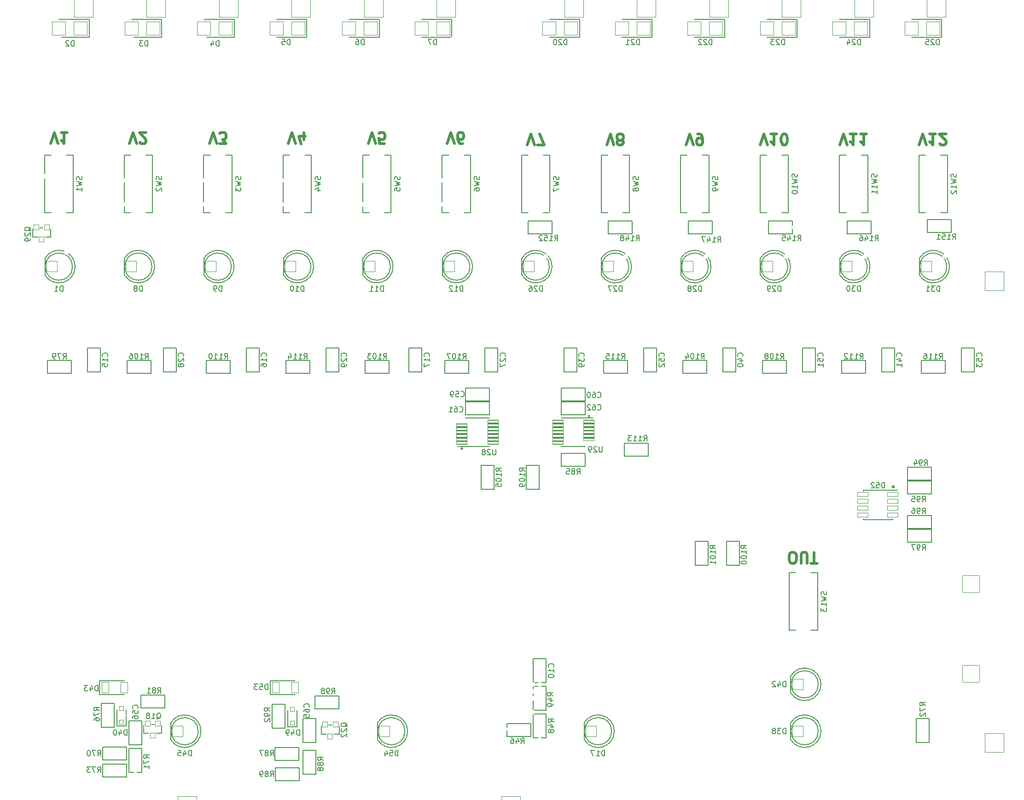
<source format=gbo>
G04 #@! TF.GenerationSoftware,KiCad,Pcbnew,7.0.9*
G04 #@! TF.CreationDate,2023-12-21T14:40:28+01:00*
G04 #@! TF.ProjectId,zone-controller,7a6f6e65-2d63-46f6-9e74-726f6c6c6572,v2.0*
G04 #@! TF.SameCoordinates,Original*
G04 #@! TF.FileFunction,Legend,Bot*
G04 #@! TF.FilePolarity,Positive*
%FSLAX46Y46*%
G04 Gerber Fmt 4.6, Leading zero omitted, Abs format (unit mm)*
G04 Created by KiCad (PCBNEW 7.0.9) date 2023-12-21 14:40:28*
%MOMM*%
%LPD*%
G01*
G04 APERTURE LIST*
G04 Aperture macros list*
%AMRoundRect*
0 Rectangle with rounded corners*
0 $1 Rounding radius*
0 $2 $3 $4 $5 $6 $7 $8 $9 X,Y pos of 4 corners*
0 Add a 4 corners polygon primitive as box body*
4,1,4,$2,$3,$4,$5,$6,$7,$8,$9,$2,$3,0*
0 Add four circle primitives for the rounded corners*
1,1,$1+$1,$2,$3*
1,1,$1+$1,$4,$5*
1,1,$1+$1,$6,$7*
1,1,$1+$1,$8,$9*
0 Add four rect primitives between the rounded corners*
20,1,$1+$1,$2,$3,$4,$5,0*
20,1,$1+$1,$4,$5,$6,$7,0*
20,1,$1+$1,$6,$7,$8,$9,0*
20,1,$1+$1,$8,$9,$2,$3,0*%
%AMFreePoly0*
4,1,13,0.685355,0.935355,0.700000,0.900000,0.700000,-0.900000,0.685355,-0.935355,0.650000,-0.950000,-0.650000,-0.950000,-0.685355,-0.935355,-0.700000,-0.900000,-0.700000,0.900000,-0.685355,0.935355,-0.650000,0.950000,0.650000,0.950000,0.685355,0.935355,0.685355,0.935355,$1*%
%AMFreePoly1*
4,1,13,1.035355,0.285355,1.050000,0.250000,1.050000,-0.250000,1.035355,-0.285355,1.000000,-0.300000,-1.000000,-0.300000,-1.035355,-0.285355,-1.050000,-0.250000,-1.050000,0.250000,-1.035355,0.285355,-1.000000,0.300000,1.000000,0.300000,1.035355,0.285355,1.035355,0.285355,$1*%
G04 Aperture macros list end*
%ADD10C,0.500000*%
%ADD11C,0.160000*%
%ADD12C,0.120000*%
%ADD13C,3.300000*%
%ADD14C,6.100000*%
%ADD15C,0.900000*%
%ADD16RoundRect,0.050000X-1.750000X-1.750000X1.750000X-1.750000X1.750000X1.750000X-1.750000X1.750000X0*%
%ADD17C,3.600000*%
%ADD18RoundRect,0.050000X-1.750000X1.750000X-1.750000X-1.750000X1.750000X-1.750000X1.750000X1.750000X0*%
%ADD19RoundRect,0.050000X-1.550000X1.550000X-1.550000X-1.550000X1.550000X-1.550000X1.550000X1.550000X0*%
%ADD20O,3.200000X3.200000*%
%ADD21C,3.400000*%
%ADD22C,1.600000*%
%ADD23C,2.100000*%
%ADD24RoundRect,0.050000X1.750000X1.750000X-1.750000X1.750000X-1.750000X-1.750000X1.750000X-1.750000X0*%
%ADD25FreePoly0,90.000000*%
%ADD26C,2.200000*%
%ADD27FreePoly0,180.000000*%
%ADD28FreePoly0,0.000000*%
%ADD29RoundRect,0.050000X-1.000000X-1.000000X1.000000X-1.000000X1.000000X1.000000X-1.000000X1.000000X0*%
%ADD30FreePoly0,270.000000*%
%ADD31RoundRect,0.050000X1.250000X1.250000X-1.250000X1.250000X-1.250000X-1.250000X1.250000X-1.250000X0*%
%ADD32RoundRect,0.050000X0.400000X-0.400000X0.400000X0.400000X-0.400000X0.400000X-0.400000X-0.400000X0*%
%ADD33RoundRect,0.050000X1.000000X0.250000X-1.000000X0.250000X-1.000000X-0.250000X1.000000X-0.250000X0*%
%ADD34FreePoly1,180.000000*%
%ADD35RoundRect,0.050000X-0.650000X-1.000000X0.650000X-1.000000X0.650000X1.000000X-0.650000X1.000000X0*%
%ADD36RoundRect,0.050000X1.000000X0.400000X-1.000000X0.400000X-1.000000X-0.400000X1.000000X-0.400000X0*%
%ADD37RoundRect,0.050000X-0.500000X0.500000X-0.500000X-0.500000X0.500000X-0.500000X0.500000X0.500000X0*%
%ADD38RoundRect,0.050000X-1.000000X-0.250000X1.000000X-0.250000X1.000000X0.250000X-1.000000X0.250000X0*%
%ADD39FreePoly1,0.000000*%
G04 APERTURE END LIST*
D10*
X240315952Y-85047761D02*
X240982618Y-83047761D01*
X240982618Y-83047761D02*
X241649285Y-85047761D01*
X242601666Y-84190619D02*
X242411190Y-84285857D01*
X242411190Y-84285857D02*
X242315952Y-84381095D01*
X242315952Y-84381095D02*
X242220714Y-84571571D01*
X242220714Y-84571571D02*
X242220714Y-84666809D01*
X242220714Y-84666809D02*
X242315952Y-84857285D01*
X242315952Y-84857285D02*
X242411190Y-84952523D01*
X242411190Y-84952523D02*
X242601666Y-85047761D01*
X242601666Y-85047761D02*
X242982619Y-85047761D01*
X242982619Y-85047761D02*
X243173095Y-84952523D01*
X243173095Y-84952523D02*
X243268333Y-84857285D01*
X243268333Y-84857285D02*
X243363571Y-84666809D01*
X243363571Y-84666809D02*
X243363571Y-84571571D01*
X243363571Y-84571571D02*
X243268333Y-84381095D01*
X243268333Y-84381095D02*
X243173095Y-84285857D01*
X243173095Y-84285857D02*
X242982619Y-84190619D01*
X242982619Y-84190619D02*
X242601666Y-84190619D01*
X242601666Y-84190619D02*
X242411190Y-84095380D01*
X242411190Y-84095380D02*
X242315952Y-84000142D01*
X242315952Y-84000142D02*
X242220714Y-83809666D01*
X242220714Y-83809666D02*
X242220714Y-83428714D01*
X242220714Y-83428714D02*
X242315952Y-83238238D01*
X242315952Y-83238238D02*
X242411190Y-83143000D01*
X242411190Y-83143000D02*
X242601666Y-83047761D01*
X242601666Y-83047761D02*
X242982619Y-83047761D01*
X242982619Y-83047761D02*
X243173095Y-83143000D01*
X243173095Y-83143000D02*
X243268333Y-83238238D01*
X243268333Y-83238238D02*
X243363571Y-83428714D01*
X243363571Y-83428714D02*
X243363571Y-83809666D01*
X243363571Y-83809666D02*
X243268333Y-84000142D01*
X243268333Y-84000142D02*
X243173095Y-84095380D01*
X243173095Y-84095380D02*
X242982619Y-84190619D01*
X274351999Y-162009761D02*
X274732952Y-162009761D01*
X274732952Y-162009761D02*
X274923428Y-161914523D01*
X274923428Y-161914523D02*
X275113904Y-161724047D01*
X275113904Y-161724047D02*
X275209142Y-161343095D01*
X275209142Y-161343095D02*
X275209142Y-160676428D01*
X275209142Y-160676428D02*
X275113904Y-160295476D01*
X275113904Y-160295476D02*
X274923428Y-160105000D01*
X274923428Y-160105000D02*
X274732952Y-160009761D01*
X274732952Y-160009761D02*
X274351999Y-160009761D01*
X274351999Y-160009761D02*
X274161523Y-160105000D01*
X274161523Y-160105000D02*
X273971047Y-160295476D01*
X273971047Y-160295476D02*
X273875809Y-160676428D01*
X273875809Y-160676428D02*
X273875809Y-161343095D01*
X273875809Y-161343095D02*
X273971047Y-161724047D01*
X273971047Y-161724047D02*
X274161523Y-161914523D01*
X274161523Y-161914523D02*
X274351999Y-162009761D01*
X276066285Y-162009761D02*
X276066285Y-160390714D01*
X276066285Y-160390714D02*
X276161523Y-160200238D01*
X276161523Y-160200238D02*
X276256761Y-160105000D01*
X276256761Y-160105000D02*
X276447237Y-160009761D01*
X276447237Y-160009761D02*
X276828190Y-160009761D01*
X276828190Y-160009761D02*
X277018666Y-160105000D01*
X277018666Y-160105000D02*
X277113904Y-160200238D01*
X277113904Y-160200238D02*
X277209142Y-160390714D01*
X277209142Y-160390714D02*
X277209142Y-162009761D01*
X277875809Y-162009761D02*
X279018666Y-162009761D01*
X278447237Y-160009761D02*
X278447237Y-162009761D01*
X210978952Y-84793761D02*
X211645618Y-82793761D01*
X211645618Y-82793761D02*
X212312285Y-84793761D01*
X213836095Y-84793761D02*
X213455142Y-84793761D01*
X213455142Y-84793761D02*
X213264666Y-84698523D01*
X213264666Y-84698523D02*
X213169428Y-84603285D01*
X213169428Y-84603285D02*
X212978952Y-84317571D01*
X212978952Y-84317571D02*
X212883714Y-83936619D01*
X212883714Y-83936619D02*
X212883714Y-83174714D01*
X212883714Y-83174714D02*
X212978952Y-82984238D01*
X212978952Y-82984238D02*
X213074190Y-82889000D01*
X213074190Y-82889000D02*
X213264666Y-82793761D01*
X213264666Y-82793761D02*
X213645619Y-82793761D01*
X213645619Y-82793761D02*
X213836095Y-82889000D01*
X213836095Y-82889000D02*
X213931333Y-82984238D01*
X213931333Y-82984238D02*
X214026571Y-83174714D01*
X214026571Y-83174714D02*
X214026571Y-83650904D01*
X214026571Y-83650904D02*
X213931333Y-83841380D01*
X213931333Y-83841380D02*
X213836095Y-83936619D01*
X213836095Y-83936619D02*
X213645619Y-84031857D01*
X213645619Y-84031857D02*
X213264666Y-84031857D01*
X213264666Y-84031857D02*
X213074190Y-83936619D01*
X213074190Y-83936619D02*
X212978952Y-83841380D01*
X212978952Y-83841380D02*
X212883714Y-83650904D01*
X138080952Y-84793761D02*
X138747618Y-82793761D01*
X138747618Y-82793761D02*
X139414285Y-84793761D01*
X141128571Y-82793761D02*
X139985714Y-82793761D01*
X140557142Y-82793761D02*
X140557142Y-84793761D01*
X140557142Y-84793761D02*
X140366666Y-84508047D01*
X140366666Y-84508047D02*
X140176190Y-84317571D01*
X140176190Y-84317571D02*
X139985714Y-84222333D01*
X196500952Y-84793761D02*
X197167618Y-82793761D01*
X197167618Y-82793761D02*
X197834285Y-84793761D01*
X199453333Y-84793761D02*
X198500952Y-84793761D01*
X198500952Y-84793761D02*
X198405714Y-83841380D01*
X198405714Y-83841380D02*
X198500952Y-83936619D01*
X198500952Y-83936619D02*
X198691428Y-84031857D01*
X198691428Y-84031857D02*
X199167619Y-84031857D01*
X199167619Y-84031857D02*
X199358095Y-83936619D01*
X199358095Y-83936619D02*
X199453333Y-83841380D01*
X199453333Y-83841380D02*
X199548571Y-83650904D01*
X199548571Y-83650904D02*
X199548571Y-83174714D01*
X199548571Y-83174714D02*
X199453333Y-82984238D01*
X199453333Y-82984238D02*
X199358095Y-82889000D01*
X199358095Y-82889000D02*
X199167619Y-82793761D01*
X199167619Y-82793761D02*
X198691428Y-82793761D01*
X198691428Y-82793761D02*
X198500952Y-82889000D01*
X198500952Y-82889000D02*
X198405714Y-82984238D01*
X254920952Y-85047761D02*
X255587618Y-83047761D01*
X255587618Y-83047761D02*
X256254285Y-85047761D01*
X257016190Y-83047761D02*
X257397142Y-83047761D01*
X257397142Y-83047761D02*
X257587619Y-83143000D01*
X257587619Y-83143000D02*
X257682857Y-83238238D01*
X257682857Y-83238238D02*
X257873333Y-83523952D01*
X257873333Y-83523952D02*
X257968571Y-83904904D01*
X257968571Y-83904904D02*
X257968571Y-84666809D01*
X257968571Y-84666809D02*
X257873333Y-84857285D01*
X257873333Y-84857285D02*
X257778095Y-84952523D01*
X257778095Y-84952523D02*
X257587619Y-85047761D01*
X257587619Y-85047761D02*
X257206666Y-85047761D01*
X257206666Y-85047761D02*
X257016190Y-84952523D01*
X257016190Y-84952523D02*
X256920952Y-84857285D01*
X256920952Y-84857285D02*
X256825714Y-84666809D01*
X256825714Y-84666809D02*
X256825714Y-84190619D01*
X256825714Y-84190619D02*
X256920952Y-84000142D01*
X256920952Y-84000142D02*
X257016190Y-83904904D01*
X257016190Y-83904904D02*
X257206666Y-83809666D01*
X257206666Y-83809666D02*
X257587619Y-83809666D01*
X257587619Y-83809666D02*
X257778095Y-83904904D01*
X257778095Y-83904904D02*
X257873333Y-84000142D01*
X257873333Y-84000142D02*
X257968571Y-84190619D01*
X268573571Y-85047761D02*
X269240237Y-83047761D01*
X269240237Y-83047761D02*
X269906904Y-85047761D01*
X271621190Y-83047761D02*
X270478333Y-83047761D01*
X271049761Y-83047761D02*
X271049761Y-85047761D01*
X271049761Y-85047761D02*
X270859285Y-84762047D01*
X270859285Y-84762047D02*
X270668809Y-84571571D01*
X270668809Y-84571571D02*
X270478333Y-84476333D01*
X272859285Y-85047761D02*
X273049762Y-85047761D01*
X273049762Y-85047761D02*
X273240238Y-84952523D01*
X273240238Y-84952523D02*
X273335476Y-84857285D01*
X273335476Y-84857285D02*
X273430714Y-84666809D01*
X273430714Y-84666809D02*
X273525952Y-84285857D01*
X273525952Y-84285857D02*
X273525952Y-83809666D01*
X273525952Y-83809666D02*
X273430714Y-83428714D01*
X273430714Y-83428714D02*
X273335476Y-83238238D01*
X273335476Y-83238238D02*
X273240238Y-83143000D01*
X273240238Y-83143000D02*
X273049762Y-83047761D01*
X273049762Y-83047761D02*
X272859285Y-83047761D01*
X272859285Y-83047761D02*
X272668809Y-83143000D01*
X272668809Y-83143000D02*
X272573571Y-83238238D01*
X272573571Y-83238238D02*
X272478333Y-83428714D01*
X272478333Y-83428714D02*
X272383095Y-83809666D01*
X272383095Y-83809666D02*
X272383095Y-84285857D01*
X272383095Y-84285857D02*
X272478333Y-84666809D01*
X272478333Y-84666809D02*
X272573571Y-84857285D01*
X272573571Y-84857285D02*
X272668809Y-84952523D01*
X272668809Y-84952523D02*
X272859285Y-85047761D01*
X297783571Y-85047761D02*
X298450237Y-83047761D01*
X298450237Y-83047761D02*
X299116904Y-85047761D01*
X300831190Y-83047761D02*
X299688333Y-83047761D01*
X300259761Y-83047761D02*
X300259761Y-85047761D01*
X300259761Y-85047761D02*
X300069285Y-84762047D01*
X300069285Y-84762047D02*
X299878809Y-84571571D01*
X299878809Y-84571571D02*
X299688333Y-84476333D01*
X301593095Y-84857285D02*
X301688333Y-84952523D01*
X301688333Y-84952523D02*
X301878809Y-85047761D01*
X301878809Y-85047761D02*
X302355000Y-85047761D01*
X302355000Y-85047761D02*
X302545476Y-84952523D01*
X302545476Y-84952523D02*
X302640714Y-84857285D01*
X302640714Y-84857285D02*
X302735952Y-84666809D01*
X302735952Y-84666809D02*
X302735952Y-84476333D01*
X302735952Y-84476333D02*
X302640714Y-84190619D01*
X302640714Y-84190619D02*
X301497857Y-83047761D01*
X301497857Y-83047761D02*
X302735952Y-83047761D01*
X181768952Y-84793761D02*
X182435618Y-82793761D01*
X182435618Y-82793761D02*
X183102285Y-84793761D01*
X184626095Y-84127095D02*
X184626095Y-82793761D01*
X184149904Y-84889000D02*
X183673714Y-83460428D01*
X183673714Y-83460428D02*
X184911809Y-83460428D01*
X283178571Y-85047761D02*
X283845237Y-83047761D01*
X283845237Y-83047761D02*
X284511904Y-85047761D01*
X286226190Y-83047761D02*
X285083333Y-83047761D01*
X285654761Y-83047761D02*
X285654761Y-85047761D01*
X285654761Y-85047761D02*
X285464285Y-84762047D01*
X285464285Y-84762047D02*
X285273809Y-84571571D01*
X285273809Y-84571571D02*
X285083333Y-84476333D01*
X288130952Y-83047761D02*
X286988095Y-83047761D01*
X287559523Y-83047761D02*
X287559523Y-85047761D01*
X287559523Y-85047761D02*
X287369047Y-84762047D01*
X287369047Y-84762047D02*
X287178571Y-84571571D01*
X287178571Y-84571571D02*
X286988095Y-84476333D01*
X225710952Y-85047761D02*
X226377618Y-83047761D01*
X226377618Y-83047761D02*
X227044285Y-85047761D01*
X227520476Y-85047761D02*
X228853809Y-85047761D01*
X228853809Y-85047761D02*
X227996666Y-83047761D01*
X167290952Y-84793761D02*
X167957618Y-82793761D01*
X167957618Y-82793761D02*
X168624285Y-84793761D01*
X169100476Y-84793761D02*
X170338571Y-84793761D01*
X170338571Y-84793761D02*
X169671904Y-84031857D01*
X169671904Y-84031857D02*
X169957619Y-84031857D01*
X169957619Y-84031857D02*
X170148095Y-83936619D01*
X170148095Y-83936619D02*
X170243333Y-83841380D01*
X170243333Y-83841380D02*
X170338571Y-83650904D01*
X170338571Y-83650904D02*
X170338571Y-83174714D01*
X170338571Y-83174714D02*
X170243333Y-82984238D01*
X170243333Y-82984238D02*
X170148095Y-82889000D01*
X170148095Y-82889000D02*
X169957619Y-82793761D01*
X169957619Y-82793761D02*
X169386190Y-82793761D01*
X169386190Y-82793761D02*
X169195714Y-82889000D01*
X169195714Y-82889000D02*
X169100476Y-82984238D01*
X152558952Y-84793761D02*
X153225618Y-82793761D01*
X153225618Y-82793761D02*
X153892285Y-84793761D01*
X154463714Y-84603285D02*
X154558952Y-84698523D01*
X154558952Y-84698523D02*
X154749428Y-84793761D01*
X154749428Y-84793761D02*
X155225619Y-84793761D01*
X155225619Y-84793761D02*
X155416095Y-84698523D01*
X155416095Y-84698523D02*
X155511333Y-84603285D01*
X155511333Y-84603285D02*
X155606571Y-84412809D01*
X155606571Y-84412809D02*
X155606571Y-84222333D01*
X155606571Y-84222333D02*
X155511333Y-83936619D01*
X155511333Y-83936619D02*
X154368476Y-82793761D01*
X154368476Y-82793761D02*
X155606571Y-82793761D01*
D11*
X225244299Y-145057952D02*
X224768108Y-144724619D01*
X225244299Y-144486524D02*
X224244299Y-144486524D01*
X224244299Y-144486524D02*
X224244299Y-144867476D01*
X224244299Y-144867476D02*
X224291918Y-144962714D01*
X224291918Y-144962714D02*
X224339537Y-145010333D01*
X224339537Y-145010333D02*
X224434775Y-145057952D01*
X224434775Y-145057952D02*
X224577632Y-145057952D01*
X224577632Y-145057952D02*
X224672870Y-145010333D01*
X224672870Y-145010333D02*
X224720489Y-144962714D01*
X224720489Y-144962714D02*
X224768108Y-144867476D01*
X224768108Y-144867476D02*
X224768108Y-144486524D01*
X225244299Y-146010333D02*
X225244299Y-145438905D01*
X225244299Y-145724619D02*
X224244299Y-145724619D01*
X224244299Y-145724619D02*
X224387156Y-145629381D01*
X224387156Y-145629381D02*
X224482394Y-145534143D01*
X224482394Y-145534143D02*
X224530013Y-145438905D01*
X224244299Y-146629381D02*
X224244299Y-146724619D01*
X224244299Y-146724619D02*
X224291918Y-146819857D01*
X224291918Y-146819857D02*
X224339537Y-146867476D01*
X224339537Y-146867476D02*
X224434775Y-146915095D01*
X224434775Y-146915095D02*
X224625251Y-146962714D01*
X224625251Y-146962714D02*
X224863346Y-146962714D01*
X224863346Y-146962714D02*
X225053822Y-146915095D01*
X225053822Y-146915095D02*
X225149060Y-146867476D01*
X225149060Y-146867476D02*
X225196680Y-146819857D01*
X225196680Y-146819857D02*
X225244299Y-146724619D01*
X225244299Y-146724619D02*
X225244299Y-146629381D01*
X225244299Y-146629381D02*
X225196680Y-146534143D01*
X225196680Y-146534143D02*
X225149060Y-146486524D01*
X225149060Y-146486524D02*
X225053822Y-146438905D01*
X225053822Y-146438905D02*
X224863346Y-146391286D01*
X224863346Y-146391286D02*
X224625251Y-146391286D01*
X224625251Y-146391286D02*
X224434775Y-146438905D01*
X224434775Y-146438905D02*
X224339537Y-146486524D01*
X224339537Y-146486524D02*
X224291918Y-146534143D01*
X224291918Y-146534143D02*
X224244299Y-146629381D01*
X225244299Y-147438905D02*
X225244299Y-147629381D01*
X225244299Y-147629381D02*
X225196680Y-147724619D01*
X225196680Y-147724619D02*
X225149060Y-147772238D01*
X225149060Y-147772238D02*
X225006203Y-147867476D01*
X225006203Y-147867476D02*
X224815727Y-147915095D01*
X224815727Y-147915095D02*
X224434775Y-147915095D01*
X224434775Y-147915095D02*
X224339537Y-147867476D01*
X224339537Y-147867476D02*
X224291918Y-147819857D01*
X224291918Y-147819857D02*
X224244299Y-147724619D01*
X224244299Y-147724619D02*
X224244299Y-147534143D01*
X224244299Y-147534143D02*
X224291918Y-147438905D01*
X224291918Y-147438905D02*
X224339537Y-147391286D01*
X224339537Y-147391286D02*
X224434775Y-147343667D01*
X224434775Y-147343667D02*
X224672870Y-147343667D01*
X224672870Y-147343667D02*
X224768108Y-147391286D01*
X224768108Y-147391286D02*
X224815727Y-147438905D01*
X224815727Y-147438905D02*
X224863346Y-147534143D01*
X224863346Y-147534143D02*
X224863346Y-147724619D01*
X224863346Y-147724619D02*
X224815727Y-147819857D01*
X224815727Y-147819857D02*
X224768108Y-147867476D01*
X224768108Y-147867476D02*
X224672870Y-147915095D01*
X173022771Y-90868667D02*
X173070390Y-91011524D01*
X173070390Y-91011524D02*
X173070390Y-91249619D01*
X173070390Y-91249619D02*
X173022771Y-91344857D01*
X173022771Y-91344857D02*
X172975151Y-91392476D01*
X172975151Y-91392476D02*
X172879913Y-91440095D01*
X172879913Y-91440095D02*
X172784675Y-91440095D01*
X172784675Y-91440095D02*
X172689437Y-91392476D01*
X172689437Y-91392476D02*
X172641818Y-91344857D01*
X172641818Y-91344857D02*
X172594199Y-91249619D01*
X172594199Y-91249619D02*
X172546580Y-91059143D01*
X172546580Y-91059143D02*
X172498961Y-90963905D01*
X172498961Y-90963905D02*
X172451342Y-90916286D01*
X172451342Y-90916286D02*
X172356104Y-90868667D01*
X172356104Y-90868667D02*
X172260866Y-90868667D01*
X172260866Y-90868667D02*
X172165628Y-90916286D01*
X172165628Y-90916286D02*
X172118009Y-90963905D01*
X172118009Y-90963905D02*
X172070390Y-91059143D01*
X172070390Y-91059143D02*
X172070390Y-91297238D01*
X172070390Y-91297238D02*
X172118009Y-91440095D01*
X172070390Y-91773429D02*
X173070390Y-92011524D01*
X173070390Y-92011524D02*
X172356104Y-92202000D01*
X172356104Y-92202000D02*
X173070390Y-92392476D01*
X173070390Y-92392476D02*
X172070390Y-92630572D01*
X172070390Y-92916286D02*
X172070390Y-93535333D01*
X172070390Y-93535333D02*
X172451342Y-93202000D01*
X172451342Y-93202000D02*
X172451342Y-93344857D01*
X172451342Y-93344857D02*
X172498961Y-93440095D01*
X172498961Y-93440095D02*
X172546580Y-93487714D01*
X172546580Y-93487714D02*
X172641818Y-93535333D01*
X172641818Y-93535333D02*
X172879913Y-93535333D01*
X172879913Y-93535333D02*
X172975151Y-93487714D01*
X172975151Y-93487714D02*
X173022771Y-93440095D01*
X173022771Y-93440095D02*
X173070390Y-93344857D01*
X173070390Y-93344857D02*
X173070390Y-93059143D01*
X173070390Y-93059143D02*
X173022771Y-92963905D01*
X173022771Y-92963905D02*
X172975151Y-92916286D01*
X216872407Y-90868667D02*
X216920026Y-91011524D01*
X216920026Y-91011524D02*
X216920026Y-91249619D01*
X216920026Y-91249619D02*
X216872407Y-91344857D01*
X216872407Y-91344857D02*
X216824787Y-91392476D01*
X216824787Y-91392476D02*
X216729549Y-91440095D01*
X216729549Y-91440095D02*
X216634311Y-91440095D01*
X216634311Y-91440095D02*
X216539073Y-91392476D01*
X216539073Y-91392476D02*
X216491454Y-91344857D01*
X216491454Y-91344857D02*
X216443835Y-91249619D01*
X216443835Y-91249619D02*
X216396216Y-91059143D01*
X216396216Y-91059143D02*
X216348597Y-90963905D01*
X216348597Y-90963905D02*
X216300978Y-90916286D01*
X216300978Y-90916286D02*
X216205740Y-90868667D01*
X216205740Y-90868667D02*
X216110502Y-90868667D01*
X216110502Y-90868667D02*
X216015264Y-90916286D01*
X216015264Y-90916286D02*
X215967645Y-90963905D01*
X215967645Y-90963905D02*
X215920026Y-91059143D01*
X215920026Y-91059143D02*
X215920026Y-91297238D01*
X215920026Y-91297238D02*
X215967645Y-91440095D01*
X215920026Y-91773429D02*
X216920026Y-92011524D01*
X216920026Y-92011524D02*
X216205740Y-92202000D01*
X216205740Y-92202000D02*
X216920026Y-92392476D01*
X216920026Y-92392476D02*
X215920026Y-92630572D01*
X215920026Y-93440095D02*
X215920026Y-93249619D01*
X215920026Y-93249619D02*
X215967645Y-93154381D01*
X215967645Y-93154381D02*
X216015264Y-93106762D01*
X216015264Y-93106762D02*
X216158121Y-93011524D01*
X216158121Y-93011524D02*
X216348597Y-92963905D01*
X216348597Y-92963905D02*
X216729549Y-92963905D01*
X216729549Y-92963905D02*
X216824787Y-93011524D01*
X216824787Y-93011524D02*
X216872407Y-93059143D01*
X216872407Y-93059143D02*
X216920026Y-93154381D01*
X216920026Y-93154381D02*
X216920026Y-93344857D01*
X216920026Y-93344857D02*
X216872407Y-93440095D01*
X216872407Y-93440095D02*
X216824787Y-93487714D01*
X216824787Y-93487714D02*
X216729549Y-93535333D01*
X216729549Y-93535333D02*
X216491454Y-93535333D01*
X216491454Y-93535333D02*
X216396216Y-93487714D01*
X216396216Y-93487714D02*
X216348597Y-93440095D01*
X216348597Y-93440095D02*
X216300978Y-93344857D01*
X216300978Y-93344857D02*
X216300978Y-93154381D01*
X216300978Y-93154381D02*
X216348597Y-93059143D01*
X216348597Y-93059143D02*
X216396216Y-93011524D01*
X216396216Y-93011524D02*
X216491454Y-92963905D01*
X303887047Y-102435299D02*
X304220380Y-101959108D01*
X304458475Y-102435299D02*
X304458475Y-101435299D01*
X304458475Y-101435299D02*
X304077523Y-101435299D01*
X304077523Y-101435299D02*
X303982285Y-101482918D01*
X303982285Y-101482918D02*
X303934666Y-101530537D01*
X303934666Y-101530537D02*
X303887047Y-101625775D01*
X303887047Y-101625775D02*
X303887047Y-101768632D01*
X303887047Y-101768632D02*
X303934666Y-101863870D01*
X303934666Y-101863870D02*
X303982285Y-101911489D01*
X303982285Y-101911489D02*
X304077523Y-101959108D01*
X304077523Y-101959108D02*
X304458475Y-101959108D01*
X302934666Y-102435299D02*
X303506094Y-102435299D01*
X303220380Y-102435299D02*
X303220380Y-101435299D01*
X303220380Y-101435299D02*
X303315618Y-101578156D01*
X303315618Y-101578156D02*
X303410856Y-101673394D01*
X303410856Y-101673394D02*
X303506094Y-101721013D01*
X302029904Y-101435299D02*
X302506094Y-101435299D01*
X302506094Y-101435299D02*
X302553713Y-101911489D01*
X302553713Y-101911489D02*
X302506094Y-101863870D01*
X302506094Y-101863870D02*
X302410856Y-101816251D01*
X302410856Y-101816251D02*
X302172761Y-101816251D01*
X302172761Y-101816251D02*
X302077523Y-101863870D01*
X302077523Y-101863870D02*
X302029904Y-101911489D01*
X302029904Y-101911489D02*
X301982285Y-102006727D01*
X301982285Y-102006727D02*
X301982285Y-102244822D01*
X301982285Y-102244822D02*
X302029904Y-102340060D01*
X302029904Y-102340060D02*
X302077523Y-102387680D01*
X302077523Y-102387680D02*
X302172761Y-102435299D01*
X302172761Y-102435299D02*
X302410856Y-102435299D01*
X302410856Y-102435299D02*
X302506094Y-102387680D01*
X302506094Y-102387680D02*
X302553713Y-102340060D01*
X301029904Y-102435299D02*
X301601332Y-102435299D01*
X301315618Y-102435299D02*
X301315618Y-101435299D01*
X301315618Y-101435299D02*
X301410856Y-101578156D01*
X301410856Y-101578156D02*
X301506094Y-101673394D01*
X301506094Y-101673394D02*
X301601332Y-101721013D01*
X231488953Y-90868667D02*
X231536572Y-91011524D01*
X231536572Y-91011524D02*
X231536572Y-91249619D01*
X231536572Y-91249619D02*
X231488953Y-91344857D01*
X231488953Y-91344857D02*
X231441333Y-91392476D01*
X231441333Y-91392476D02*
X231346095Y-91440095D01*
X231346095Y-91440095D02*
X231250857Y-91440095D01*
X231250857Y-91440095D02*
X231155619Y-91392476D01*
X231155619Y-91392476D02*
X231108000Y-91344857D01*
X231108000Y-91344857D02*
X231060381Y-91249619D01*
X231060381Y-91249619D02*
X231012762Y-91059143D01*
X231012762Y-91059143D02*
X230965143Y-90963905D01*
X230965143Y-90963905D02*
X230917524Y-90916286D01*
X230917524Y-90916286D02*
X230822286Y-90868667D01*
X230822286Y-90868667D02*
X230727048Y-90868667D01*
X230727048Y-90868667D02*
X230631810Y-90916286D01*
X230631810Y-90916286D02*
X230584191Y-90963905D01*
X230584191Y-90963905D02*
X230536572Y-91059143D01*
X230536572Y-91059143D02*
X230536572Y-91297238D01*
X230536572Y-91297238D02*
X230584191Y-91440095D01*
X230536572Y-91773429D02*
X231536572Y-92011524D01*
X231536572Y-92011524D02*
X230822286Y-92202000D01*
X230822286Y-92202000D02*
X231536572Y-92392476D01*
X231536572Y-92392476D02*
X230536572Y-92630572D01*
X230536572Y-92916286D02*
X230536572Y-93582952D01*
X230536572Y-93582952D02*
X231536572Y-93154381D01*
X140342857Y-124406299D02*
X140676190Y-123930108D01*
X140914285Y-124406299D02*
X140914285Y-123406299D01*
X140914285Y-123406299D02*
X140533333Y-123406299D01*
X140533333Y-123406299D02*
X140438095Y-123453918D01*
X140438095Y-123453918D02*
X140390476Y-123501537D01*
X140390476Y-123501537D02*
X140342857Y-123596775D01*
X140342857Y-123596775D02*
X140342857Y-123739632D01*
X140342857Y-123739632D02*
X140390476Y-123834870D01*
X140390476Y-123834870D02*
X140438095Y-123882489D01*
X140438095Y-123882489D02*
X140533333Y-123930108D01*
X140533333Y-123930108D02*
X140914285Y-123930108D01*
X140009523Y-123406299D02*
X139342857Y-123406299D01*
X139342857Y-123406299D02*
X139771428Y-124406299D01*
X138914285Y-124406299D02*
X138723809Y-124406299D01*
X138723809Y-124406299D02*
X138628571Y-124358680D01*
X138628571Y-124358680D02*
X138580952Y-124311060D01*
X138580952Y-124311060D02*
X138485714Y-124168203D01*
X138485714Y-124168203D02*
X138438095Y-123977727D01*
X138438095Y-123977727D02*
X138438095Y-123596775D01*
X138438095Y-123596775D02*
X138485714Y-123501537D01*
X138485714Y-123501537D02*
X138533333Y-123453918D01*
X138533333Y-123453918D02*
X138628571Y-123406299D01*
X138628571Y-123406299D02*
X138819047Y-123406299D01*
X138819047Y-123406299D02*
X138914285Y-123453918D01*
X138914285Y-123453918D02*
X138961904Y-123501537D01*
X138961904Y-123501537D02*
X139009523Y-123596775D01*
X139009523Y-123596775D02*
X139009523Y-123834870D01*
X139009523Y-123834870D02*
X138961904Y-123930108D01*
X138961904Y-123930108D02*
X138914285Y-123977727D01*
X138914285Y-123977727D02*
X138819047Y-124025346D01*
X138819047Y-124025346D02*
X138628571Y-124025346D01*
X138628571Y-124025346D02*
X138533333Y-123977727D01*
X138533333Y-123977727D02*
X138485714Y-123930108D01*
X138485714Y-123930108D02*
X138438095Y-123834870D01*
X163928285Y-197415299D02*
X163928285Y-196415299D01*
X163928285Y-196415299D02*
X163690190Y-196415299D01*
X163690190Y-196415299D02*
X163547333Y-196462918D01*
X163547333Y-196462918D02*
X163452095Y-196558156D01*
X163452095Y-196558156D02*
X163404476Y-196653394D01*
X163404476Y-196653394D02*
X163356857Y-196843870D01*
X163356857Y-196843870D02*
X163356857Y-196986727D01*
X163356857Y-196986727D02*
X163404476Y-197177203D01*
X163404476Y-197177203D02*
X163452095Y-197272441D01*
X163452095Y-197272441D02*
X163547333Y-197367680D01*
X163547333Y-197367680D02*
X163690190Y-197415299D01*
X163690190Y-197415299D02*
X163928285Y-197415299D01*
X162499714Y-196748632D02*
X162499714Y-197415299D01*
X162737809Y-196367680D02*
X162975904Y-197081965D01*
X162975904Y-197081965D02*
X162356857Y-197081965D01*
X161499714Y-196415299D02*
X161975904Y-196415299D01*
X161975904Y-196415299D02*
X162023523Y-196891489D01*
X162023523Y-196891489D02*
X161975904Y-196843870D01*
X161975904Y-196843870D02*
X161880666Y-196796251D01*
X161880666Y-196796251D02*
X161642571Y-196796251D01*
X161642571Y-196796251D02*
X161547333Y-196843870D01*
X161547333Y-196843870D02*
X161499714Y-196891489D01*
X161499714Y-196891489D02*
X161452095Y-196986727D01*
X161452095Y-196986727D02*
X161452095Y-197224822D01*
X161452095Y-197224822D02*
X161499714Y-197320060D01*
X161499714Y-197320060D02*
X161547333Y-197367680D01*
X161547333Y-197367680D02*
X161642571Y-197415299D01*
X161642571Y-197415299D02*
X161880666Y-197415299D01*
X161880666Y-197415299D02*
X161975904Y-197367680D01*
X161975904Y-197367680D02*
X162023523Y-197320060D01*
X146692857Y-197431299D02*
X147026190Y-196955108D01*
X147264285Y-197431299D02*
X147264285Y-196431299D01*
X147264285Y-196431299D02*
X146883333Y-196431299D01*
X146883333Y-196431299D02*
X146788095Y-196478918D01*
X146788095Y-196478918D02*
X146740476Y-196526537D01*
X146740476Y-196526537D02*
X146692857Y-196621775D01*
X146692857Y-196621775D02*
X146692857Y-196764632D01*
X146692857Y-196764632D02*
X146740476Y-196859870D01*
X146740476Y-196859870D02*
X146788095Y-196907489D01*
X146788095Y-196907489D02*
X146883333Y-196955108D01*
X146883333Y-196955108D02*
X147264285Y-196955108D01*
X146359523Y-196431299D02*
X145692857Y-196431299D01*
X145692857Y-196431299D02*
X146121428Y-197431299D01*
X145121428Y-196431299D02*
X145026190Y-196431299D01*
X145026190Y-196431299D02*
X144930952Y-196478918D01*
X144930952Y-196478918D02*
X144883333Y-196526537D01*
X144883333Y-196526537D02*
X144835714Y-196621775D01*
X144835714Y-196621775D02*
X144788095Y-196812251D01*
X144788095Y-196812251D02*
X144788095Y-197050346D01*
X144788095Y-197050346D02*
X144835714Y-197240822D01*
X144835714Y-197240822D02*
X144883333Y-197336060D01*
X144883333Y-197336060D02*
X144930952Y-197383680D01*
X144930952Y-197383680D02*
X145026190Y-197431299D01*
X145026190Y-197431299D02*
X145121428Y-197431299D01*
X145121428Y-197431299D02*
X145216666Y-197383680D01*
X145216666Y-197383680D02*
X145264285Y-197336060D01*
X145264285Y-197336060D02*
X145311904Y-197240822D01*
X145311904Y-197240822D02*
X145359523Y-197050346D01*
X145359523Y-197050346D02*
X145359523Y-196812251D01*
X145359523Y-196812251D02*
X145311904Y-196621775D01*
X145311904Y-196621775D02*
X145264285Y-196526537D01*
X145264285Y-196526537D02*
X145216666Y-196478918D01*
X145216666Y-196478918D02*
X145121428Y-196431299D01*
X178381299Y-189222142D02*
X177905108Y-188888809D01*
X178381299Y-188650714D02*
X177381299Y-188650714D01*
X177381299Y-188650714D02*
X177381299Y-189031666D01*
X177381299Y-189031666D02*
X177428918Y-189126904D01*
X177428918Y-189126904D02*
X177476537Y-189174523D01*
X177476537Y-189174523D02*
X177571775Y-189222142D01*
X177571775Y-189222142D02*
X177714632Y-189222142D01*
X177714632Y-189222142D02*
X177809870Y-189174523D01*
X177809870Y-189174523D02*
X177857489Y-189126904D01*
X177857489Y-189126904D02*
X177905108Y-189031666D01*
X177905108Y-189031666D02*
X177905108Y-188650714D01*
X178381299Y-189698333D02*
X178381299Y-189888809D01*
X178381299Y-189888809D02*
X178333680Y-189984047D01*
X178333680Y-189984047D02*
X178286060Y-190031666D01*
X178286060Y-190031666D02*
X178143203Y-190126904D01*
X178143203Y-190126904D02*
X177952727Y-190174523D01*
X177952727Y-190174523D02*
X177571775Y-190174523D01*
X177571775Y-190174523D02*
X177476537Y-190126904D01*
X177476537Y-190126904D02*
X177428918Y-190079285D01*
X177428918Y-190079285D02*
X177381299Y-189984047D01*
X177381299Y-189984047D02*
X177381299Y-189793571D01*
X177381299Y-189793571D02*
X177428918Y-189698333D01*
X177428918Y-189698333D02*
X177476537Y-189650714D01*
X177476537Y-189650714D02*
X177571775Y-189603095D01*
X177571775Y-189603095D02*
X177809870Y-189603095D01*
X177809870Y-189603095D02*
X177905108Y-189650714D01*
X177905108Y-189650714D02*
X177952727Y-189698333D01*
X177952727Y-189698333D02*
X178000346Y-189793571D01*
X178000346Y-189793571D02*
X178000346Y-189984047D01*
X178000346Y-189984047D02*
X177952727Y-190079285D01*
X177952727Y-190079285D02*
X177905108Y-190126904D01*
X177905108Y-190126904D02*
X177809870Y-190174523D01*
X177476537Y-190555476D02*
X177428918Y-190603095D01*
X177428918Y-190603095D02*
X177381299Y-190698333D01*
X177381299Y-190698333D02*
X177381299Y-190936428D01*
X177381299Y-190936428D02*
X177428918Y-191031666D01*
X177428918Y-191031666D02*
X177476537Y-191079285D01*
X177476537Y-191079285D02*
X177571775Y-191126904D01*
X177571775Y-191126904D02*
X177667013Y-191126904D01*
X177667013Y-191126904D02*
X177809870Y-191079285D01*
X177809870Y-191079285D02*
X178381299Y-190507857D01*
X178381299Y-190507857D02*
X178381299Y-191126904D01*
X154029060Y-188714142D02*
X154076680Y-188666523D01*
X154076680Y-188666523D02*
X154124299Y-188523666D01*
X154124299Y-188523666D02*
X154124299Y-188428428D01*
X154124299Y-188428428D02*
X154076680Y-188285571D01*
X154076680Y-188285571D02*
X153981441Y-188190333D01*
X153981441Y-188190333D02*
X153886203Y-188142714D01*
X153886203Y-188142714D02*
X153695727Y-188095095D01*
X153695727Y-188095095D02*
X153552870Y-188095095D01*
X153552870Y-188095095D02*
X153362394Y-188142714D01*
X153362394Y-188142714D02*
X153267156Y-188190333D01*
X153267156Y-188190333D02*
X153171918Y-188285571D01*
X153171918Y-188285571D02*
X153124299Y-188428428D01*
X153124299Y-188428428D02*
X153124299Y-188523666D01*
X153124299Y-188523666D02*
X153171918Y-188666523D01*
X153171918Y-188666523D02*
X153219537Y-188714142D01*
X153124299Y-189618904D02*
X153124299Y-189142714D01*
X153124299Y-189142714D02*
X153600489Y-189095095D01*
X153600489Y-189095095D02*
X153552870Y-189142714D01*
X153552870Y-189142714D02*
X153505251Y-189237952D01*
X153505251Y-189237952D02*
X153505251Y-189476047D01*
X153505251Y-189476047D02*
X153552870Y-189571285D01*
X153552870Y-189571285D02*
X153600489Y-189618904D01*
X153600489Y-189618904D02*
X153695727Y-189666523D01*
X153695727Y-189666523D02*
X153933822Y-189666523D01*
X153933822Y-189666523D02*
X154029060Y-189618904D01*
X154029060Y-189618904D02*
X154076680Y-189571285D01*
X154076680Y-189571285D02*
X154124299Y-189476047D01*
X154124299Y-189476047D02*
X154124299Y-189237952D01*
X154124299Y-189237952D02*
X154076680Y-189142714D01*
X154076680Y-189142714D02*
X154029060Y-189095095D01*
X153124299Y-190523666D02*
X153124299Y-190333190D01*
X153124299Y-190333190D02*
X153171918Y-190237952D01*
X153171918Y-190237952D02*
X153219537Y-190190333D01*
X153219537Y-190190333D02*
X153362394Y-190095095D01*
X153362394Y-190095095D02*
X153552870Y-190047476D01*
X153552870Y-190047476D02*
X153933822Y-190047476D01*
X153933822Y-190047476D02*
X154029060Y-190095095D01*
X154029060Y-190095095D02*
X154076680Y-190142714D01*
X154076680Y-190142714D02*
X154124299Y-190237952D01*
X154124299Y-190237952D02*
X154124299Y-190428428D01*
X154124299Y-190428428D02*
X154076680Y-190523666D01*
X154076680Y-190523666D02*
X154029060Y-190571285D01*
X154029060Y-190571285D02*
X153933822Y-190618904D01*
X153933822Y-190618904D02*
X153695727Y-190618904D01*
X153695727Y-190618904D02*
X153600489Y-190571285D01*
X153600489Y-190571285D02*
X153552870Y-190523666D01*
X153552870Y-190523666D02*
X153505251Y-190428428D01*
X153505251Y-190428428D02*
X153505251Y-190237952D01*
X153505251Y-190237952D02*
X153552870Y-190142714D01*
X153552870Y-190142714D02*
X153600489Y-190095095D01*
X153600489Y-190095095D02*
X153695727Y-190047476D01*
X275338589Y-90392476D02*
X275386208Y-90535333D01*
X275386208Y-90535333D02*
X275386208Y-90773428D01*
X275386208Y-90773428D02*
X275338589Y-90868666D01*
X275338589Y-90868666D02*
X275290969Y-90916285D01*
X275290969Y-90916285D02*
X275195731Y-90963904D01*
X275195731Y-90963904D02*
X275100493Y-90963904D01*
X275100493Y-90963904D02*
X275005255Y-90916285D01*
X275005255Y-90916285D02*
X274957636Y-90868666D01*
X274957636Y-90868666D02*
X274910017Y-90773428D01*
X274910017Y-90773428D02*
X274862398Y-90582952D01*
X274862398Y-90582952D02*
X274814779Y-90487714D01*
X274814779Y-90487714D02*
X274767160Y-90440095D01*
X274767160Y-90440095D02*
X274671922Y-90392476D01*
X274671922Y-90392476D02*
X274576684Y-90392476D01*
X274576684Y-90392476D02*
X274481446Y-90440095D01*
X274481446Y-90440095D02*
X274433827Y-90487714D01*
X274433827Y-90487714D02*
X274386208Y-90582952D01*
X274386208Y-90582952D02*
X274386208Y-90821047D01*
X274386208Y-90821047D02*
X274433827Y-90963904D01*
X274386208Y-91297238D02*
X275386208Y-91535333D01*
X275386208Y-91535333D02*
X274671922Y-91725809D01*
X274671922Y-91725809D02*
X275386208Y-91916285D01*
X275386208Y-91916285D02*
X274386208Y-92154381D01*
X275386208Y-93059142D02*
X275386208Y-92487714D01*
X275386208Y-92773428D02*
X274386208Y-92773428D01*
X274386208Y-92773428D02*
X274529065Y-92678190D01*
X274529065Y-92678190D02*
X274624303Y-92582952D01*
X274624303Y-92582952D02*
X274671922Y-92487714D01*
X274386208Y-93678190D02*
X274386208Y-93773428D01*
X274386208Y-93773428D02*
X274433827Y-93868666D01*
X274433827Y-93868666D02*
X274481446Y-93916285D01*
X274481446Y-93916285D02*
X274576684Y-93963904D01*
X274576684Y-93963904D02*
X274767160Y-94011523D01*
X274767160Y-94011523D02*
X275005255Y-94011523D01*
X275005255Y-94011523D02*
X275195731Y-93963904D01*
X275195731Y-93963904D02*
X275290969Y-93916285D01*
X275290969Y-93916285D02*
X275338589Y-93868666D01*
X275338589Y-93868666D02*
X275386208Y-93773428D01*
X275386208Y-93773428D02*
X275386208Y-93678190D01*
X275386208Y-93678190D02*
X275338589Y-93582952D01*
X275338589Y-93582952D02*
X275290969Y-93535333D01*
X275290969Y-93535333D02*
X275195731Y-93487714D01*
X275195731Y-93487714D02*
X275005255Y-93440095D01*
X275005255Y-93440095D02*
X274767160Y-93440095D01*
X274767160Y-93440095D02*
X274576684Y-93487714D01*
X274576684Y-93487714D02*
X274481446Y-93535333D01*
X274481446Y-93535333D02*
X274433827Y-93582952D01*
X274433827Y-93582952D02*
X274386208Y-93678190D01*
X155424047Y-124406299D02*
X155757380Y-123930108D01*
X155995475Y-124406299D02*
X155995475Y-123406299D01*
X155995475Y-123406299D02*
X155614523Y-123406299D01*
X155614523Y-123406299D02*
X155519285Y-123453918D01*
X155519285Y-123453918D02*
X155471666Y-123501537D01*
X155471666Y-123501537D02*
X155424047Y-123596775D01*
X155424047Y-123596775D02*
X155424047Y-123739632D01*
X155424047Y-123739632D02*
X155471666Y-123834870D01*
X155471666Y-123834870D02*
X155519285Y-123882489D01*
X155519285Y-123882489D02*
X155614523Y-123930108D01*
X155614523Y-123930108D02*
X155995475Y-123930108D01*
X154471666Y-124406299D02*
X155043094Y-124406299D01*
X154757380Y-124406299D02*
X154757380Y-123406299D01*
X154757380Y-123406299D02*
X154852618Y-123549156D01*
X154852618Y-123549156D02*
X154947856Y-123644394D01*
X154947856Y-123644394D02*
X155043094Y-123692013D01*
X153852618Y-123406299D02*
X153757380Y-123406299D01*
X153757380Y-123406299D02*
X153662142Y-123453918D01*
X153662142Y-123453918D02*
X153614523Y-123501537D01*
X153614523Y-123501537D02*
X153566904Y-123596775D01*
X153566904Y-123596775D02*
X153519285Y-123787251D01*
X153519285Y-123787251D02*
X153519285Y-124025346D01*
X153519285Y-124025346D02*
X153566904Y-124215822D01*
X153566904Y-124215822D02*
X153614523Y-124311060D01*
X153614523Y-124311060D02*
X153662142Y-124358680D01*
X153662142Y-124358680D02*
X153757380Y-124406299D01*
X153757380Y-124406299D02*
X153852618Y-124406299D01*
X153852618Y-124406299D02*
X153947856Y-124358680D01*
X153947856Y-124358680D02*
X153995475Y-124311060D01*
X153995475Y-124311060D02*
X154043094Y-124215822D01*
X154043094Y-124215822D02*
X154090713Y-124025346D01*
X154090713Y-124025346D02*
X154090713Y-123787251D01*
X154090713Y-123787251D02*
X154043094Y-123596775D01*
X154043094Y-123596775D02*
X153995475Y-123501537D01*
X153995475Y-123501537D02*
X153947856Y-123453918D01*
X153947856Y-123453918D02*
X153852618Y-123406299D01*
X152662142Y-123406299D02*
X152852618Y-123406299D01*
X152852618Y-123406299D02*
X152947856Y-123453918D01*
X152947856Y-123453918D02*
X152995475Y-123501537D01*
X152995475Y-123501537D02*
X153090713Y-123644394D01*
X153090713Y-123644394D02*
X153138332Y-123834870D01*
X153138332Y-123834870D02*
X153138332Y-124215822D01*
X153138332Y-124215822D02*
X153090713Y-124311060D01*
X153090713Y-124311060D02*
X153043094Y-124358680D01*
X153043094Y-124358680D02*
X152947856Y-124406299D01*
X152947856Y-124406299D02*
X152757380Y-124406299D01*
X152757380Y-124406299D02*
X152662142Y-124358680D01*
X152662142Y-124358680D02*
X152614523Y-124311060D01*
X152614523Y-124311060D02*
X152566904Y-124215822D01*
X152566904Y-124215822D02*
X152566904Y-123977727D01*
X152566904Y-123977727D02*
X152614523Y-123882489D01*
X152614523Y-123882489D02*
X152662142Y-123834870D01*
X152662142Y-123834870D02*
X152757380Y-123787251D01*
X152757380Y-123787251D02*
X152947856Y-123787251D01*
X152947856Y-123787251D02*
X153043094Y-123834870D01*
X153043094Y-123834870D02*
X153090713Y-123882489D01*
X153090713Y-123882489D02*
X153138332Y-123977727D01*
X246324285Y-66621299D02*
X246324285Y-65621299D01*
X246324285Y-65621299D02*
X246086190Y-65621299D01*
X246086190Y-65621299D02*
X245943333Y-65668918D01*
X245943333Y-65668918D02*
X245848095Y-65764156D01*
X245848095Y-65764156D02*
X245800476Y-65859394D01*
X245800476Y-65859394D02*
X245752857Y-66049870D01*
X245752857Y-66049870D02*
X245752857Y-66192727D01*
X245752857Y-66192727D02*
X245800476Y-66383203D01*
X245800476Y-66383203D02*
X245848095Y-66478441D01*
X245848095Y-66478441D02*
X245943333Y-66573680D01*
X245943333Y-66573680D02*
X246086190Y-66621299D01*
X246086190Y-66621299D02*
X246324285Y-66621299D01*
X245371904Y-65716537D02*
X245324285Y-65668918D01*
X245324285Y-65668918D02*
X245229047Y-65621299D01*
X245229047Y-65621299D02*
X244990952Y-65621299D01*
X244990952Y-65621299D02*
X244895714Y-65668918D01*
X244895714Y-65668918D02*
X244848095Y-65716537D01*
X244848095Y-65716537D02*
X244800476Y-65811775D01*
X244800476Y-65811775D02*
X244800476Y-65907013D01*
X244800476Y-65907013D02*
X244848095Y-66049870D01*
X244848095Y-66049870D02*
X245419523Y-66621299D01*
X245419523Y-66621299D02*
X244800476Y-66621299D01*
X243848095Y-66621299D02*
X244419523Y-66621299D01*
X244133809Y-66621299D02*
X244133809Y-65621299D01*
X244133809Y-65621299D02*
X244229047Y-65764156D01*
X244229047Y-65764156D02*
X244324285Y-65859394D01*
X244324285Y-65859394D02*
X244419523Y-65907013D01*
X298711857Y-143964299D02*
X299045190Y-143488108D01*
X299283285Y-143964299D02*
X299283285Y-142964299D01*
X299283285Y-142964299D02*
X298902333Y-142964299D01*
X298902333Y-142964299D02*
X298807095Y-143011918D01*
X298807095Y-143011918D02*
X298759476Y-143059537D01*
X298759476Y-143059537D02*
X298711857Y-143154775D01*
X298711857Y-143154775D02*
X298711857Y-143297632D01*
X298711857Y-143297632D02*
X298759476Y-143392870D01*
X298759476Y-143392870D02*
X298807095Y-143440489D01*
X298807095Y-143440489D02*
X298902333Y-143488108D01*
X298902333Y-143488108D02*
X299283285Y-143488108D01*
X298235666Y-143964299D02*
X298045190Y-143964299D01*
X298045190Y-143964299D02*
X297949952Y-143916680D01*
X297949952Y-143916680D02*
X297902333Y-143869060D01*
X297902333Y-143869060D02*
X297807095Y-143726203D01*
X297807095Y-143726203D02*
X297759476Y-143535727D01*
X297759476Y-143535727D02*
X297759476Y-143154775D01*
X297759476Y-143154775D02*
X297807095Y-143059537D01*
X297807095Y-143059537D02*
X297854714Y-143011918D01*
X297854714Y-143011918D02*
X297949952Y-142964299D01*
X297949952Y-142964299D02*
X298140428Y-142964299D01*
X298140428Y-142964299D02*
X298235666Y-143011918D01*
X298235666Y-143011918D02*
X298283285Y-143059537D01*
X298283285Y-143059537D02*
X298330904Y-143154775D01*
X298330904Y-143154775D02*
X298330904Y-143392870D01*
X298330904Y-143392870D02*
X298283285Y-143488108D01*
X298283285Y-143488108D02*
X298235666Y-143535727D01*
X298235666Y-143535727D02*
X298140428Y-143583346D01*
X298140428Y-143583346D02*
X297949952Y-143583346D01*
X297949952Y-143583346D02*
X297854714Y-143535727D01*
X297854714Y-143535727D02*
X297807095Y-143488108D01*
X297807095Y-143488108D02*
X297759476Y-143392870D01*
X296902333Y-143297632D02*
X296902333Y-143964299D01*
X297140428Y-142916680D02*
X297378523Y-143630965D01*
X297378523Y-143630965D02*
X296759476Y-143630965D01*
X224543857Y-195145299D02*
X224877190Y-194669108D01*
X225115285Y-195145299D02*
X225115285Y-194145299D01*
X225115285Y-194145299D02*
X224734333Y-194145299D01*
X224734333Y-194145299D02*
X224639095Y-194192918D01*
X224639095Y-194192918D02*
X224591476Y-194240537D01*
X224591476Y-194240537D02*
X224543857Y-194335775D01*
X224543857Y-194335775D02*
X224543857Y-194478632D01*
X224543857Y-194478632D02*
X224591476Y-194573870D01*
X224591476Y-194573870D02*
X224639095Y-194621489D01*
X224639095Y-194621489D02*
X224734333Y-194669108D01*
X224734333Y-194669108D02*
X225115285Y-194669108D01*
X223686714Y-194478632D02*
X223686714Y-195145299D01*
X223924809Y-194097680D02*
X224162904Y-194811965D01*
X224162904Y-194811965D02*
X223543857Y-194811965D01*
X222734333Y-194145299D02*
X222924809Y-194145299D01*
X222924809Y-194145299D02*
X223020047Y-194192918D01*
X223020047Y-194192918D02*
X223067666Y-194240537D01*
X223067666Y-194240537D02*
X223162904Y-194383394D01*
X223162904Y-194383394D02*
X223210523Y-194573870D01*
X223210523Y-194573870D02*
X223210523Y-194954822D01*
X223210523Y-194954822D02*
X223162904Y-195050060D01*
X223162904Y-195050060D02*
X223115285Y-195097680D01*
X223115285Y-195097680D02*
X223020047Y-195145299D01*
X223020047Y-195145299D02*
X222829571Y-195145299D01*
X222829571Y-195145299D02*
X222734333Y-195097680D01*
X222734333Y-195097680D02*
X222686714Y-195050060D01*
X222686714Y-195050060D02*
X222639095Y-194954822D01*
X222639095Y-194954822D02*
X222639095Y-194716727D01*
X222639095Y-194716727D02*
X222686714Y-194621489D01*
X222686714Y-194621489D02*
X222734333Y-194573870D01*
X222734333Y-194573870D02*
X222829571Y-194526251D01*
X222829571Y-194526251D02*
X223020047Y-194526251D01*
X223020047Y-194526251D02*
X223115285Y-194573870D01*
X223115285Y-194573870D02*
X223162904Y-194621489D01*
X223162904Y-194621489D02*
X223210523Y-194716727D01*
X202255862Y-90868667D02*
X202303481Y-91011524D01*
X202303481Y-91011524D02*
X202303481Y-91249619D01*
X202303481Y-91249619D02*
X202255862Y-91344857D01*
X202255862Y-91344857D02*
X202208242Y-91392476D01*
X202208242Y-91392476D02*
X202113004Y-91440095D01*
X202113004Y-91440095D02*
X202017766Y-91440095D01*
X202017766Y-91440095D02*
X201922528Y-91392476D01*
X201922528Y-91392476D02*
X201874909Y-91344857D01*
X201874909Y-91344857D02*
X201827290Y-91249619D01*
X201827290Y-91249619D02*
X201779671Y-91059143D01*
X201779671Y-91059143D02*
X201732052Y-90963905D01*
X201732052Y-90963905D02*
X201684433Y-90916286D01*
X201684433Y-90916286D02*
X201589195Y-90868667D01*
X201589195Y-90868667D02*
X201493957Y-90868667D01*
X201493957Y-90868667D02*
X201398719Y-90916286D01*
X201398719Y-90916286D02*
X201351100Y-90963905D01*
X201351100Y-90963905D02*
X201303481Y-91059143D01*
X201303481Y-91059143D02*
X201303481Y-91297238D01*
X201303481Y-91297238D02*
X201351100Y-91440095D01*
X201303481Y-91773429D02*
X202303481Y-92011524D01*
X202303481Y-92011524D02*
X201589195Y-92202000D01*
X201589195Y-92202000D02*
X202303481Y-92392476D01*
X202303481Y-92392476D02*
X201303481Y-92630572D01*
X201303481Y-93487714D02*
X201303481Y-93011524D01*
X201303481Y-93011524D02*
X201779671Y-92963905D01*
X201779671Y-92963905D02*
X201732052Y-93011524D01*
X201732052Y-93011524D02*
X201684433Y-93106762D01*
X201684433Y-93106762D02*
X201684433Y-93344857D01*
X201684433Y-93344857D02*
X201732052Y-93440095D01*
X201732052Y-93440095D02*
X201779671Y-93487714D01*
X201779671Y-93487714D02*
X201874909Y-93535333D01*
X201874909Y-93535333D02*
X202113004Y-93535333D01*
X202113004Y-93535333D02*
X202208242Y-93487714D01*
X202208242Y-93487714D02*
X202255862Y-93440095D01*
X202255862Y-93440095D02*
X202303481Y-93344857D01*
X202303481Y-93344857D02*
X202303481Y-93106762D01*
X202303481Y-93106762D02*
X202255862Y-93011524D01*
X202255862Y-93011524D02*
X202208242Y-92963905D01*
X178442857Y-197431299D02*
X178776190Y-196955108D01*
X179014285Y-197431299D02*
X179014285Y-196431299D01*
X179014285Y-196431299D02*
X178633333Y-196431299D01*
X178633333Y-196431299D02*
X178538095Y-196478918D01*
X178538095Y-196478918D02*
X178490476Y-196526537D01*
X178490476Y-196526537D02*
X178442857Y-196621775D01*
X178442857Y-196621775D02*
X178442857Y-196764632D01*
X178442857Y-196764632D02*
X178490476Y-196859870D01*
X178490476Y-196859870D02*
X178538095Y-196907489D01*
X178538095Y-196907489D02*
X178633333Y-196955108D01*
X178633333Y-196955108D02*
X179014285Y-196955108D01*
X177871428Y-196859870D02*
X177966666Y-196812251D01*
X177966666Y-196812251D02*
X178014285Y-196764632D01*
X178014285Y-196764632D02*
X178061904Y-196669394D01*
X178061904Y-196669394D02*
X178061904Y-196621775D01*
X178061904Y-196621775D02*
X178014285Y-196526537D01*
X178014285Y-196526537D02*
X177966666Y-196478918D01*
X177966666Y-196478918D02*
X177871428Y-196431299D01*
X177871428Y-196431299D02*
X177680952Y-196431299D01*
X177680952Y-196431299D02*
X177585714Y-196478918D01*
X177585714Y-196478918D02*
X177538095Y-196526537D01*
X177538095Y-196526537D02*
X177490476Y-196621775D01*
X177490476Y-196621775D02*
X177490476Y-196669394D01*
X177490476Y-196669394D02*
X177538095Y-196764632D01*
X177538095Y-196764632D02*
X177585714Y-196812251D01*
X177585714Y-196812251D02*
X177680952Y-196859870D01*
X177680952Y-196859870D02*
X177871428Y-196859870D01*
X177871428Y-196859870D02*
X177966666Y-196907489D01*
X177966666Y-196907489D02*
X178014285Y-196955108D01*
X178014285Y-196955108D02*
X178061904Y-197050346D01*
X178061904Y-197050346D02*
X178061904Y-197240822D01*
X178061904Y-197240822D02*
X178014285Y-197336060D01*
X178014285Y-197336060D02*
X177966666Y-197383680D01*
X177966666Y-197383680D02*
X177871428Y-197431299D01*
X177871428Y-197431299D02*
X177680952Y-197431299D01*
X177680952Y-197431299D02*
X177585714Y-197383680D01*
X177585714Y-197383680D02*
X177538095Y-197336060D01*
X177538095Y-197336060D02*
X177490476Y-197240822D01*
X177490476Y-197240822D02*
X177490476Y-197050346D01*
X177490476Y-197050346D02*
X177538095Y-196955108D01*
X177538095Y-196955108D02*
X177585714Y-196907489D01*
X177585714Y-196907489D02*
X177680952Y-196859870D01*
X177157142Y-196431299D02*
X176490476Y-196431299D01*
X176490476Y-196431299D02*
X176919047Y-197431299D01*
X213494857Y-131296060D02*
X213542476Y-131343680D01*
X213542476Y-131343680D02*
X213685333Y-131391299D01*
X213685333Y-131391299D02*
X213780571Y-131391299D01*
X213780571Y-131391299D02*
X213923428Y-131343680D01*
X213923428Y-131343680D02*
X214018666Y-131248441D01*
X214018666Y-131248441D02*
X214066285Y-131153203D01*
X214066285Y-131153203D02*
X214113904Y-130962727D01*
X214113904Y-130962727D02*
X214113904Y-130819870D01*
X214113904Y-130819870D02*
X214066285Y-130629394D01*
X214066285Y-130629394D02*
X214018666Y-130534156D01*
X214018666Y-130534156D02*
X213923428Y-130438918D01*
X213923428Y-130438918D02*
X213780571Y-130391299D01*
X213780571Y-130391299D02*
X213685333Y-130391299D01*
X213685333Y-130391299D02*
X213542476Y-130438918D01*
X213542476Y-130438918D02*
X213494857Y-130486537D01*
X212590095Y-130391299D02*
X213066285Y-130391299D01*
X213066285Y-130391299D02*
X213113904Y-130867489D01*
X213113904Y-130867489D02*
X213066285Y-130819870D01*
X213066285Y-130819870D02*
X212971047Y-130772251D01*
X212971047Y-130772251D02*
X212732952Y-130772251D01*
X212732952Y-130772251D02*
X212637714Y-130819870D01*
X212637714Y-130819870D02*
X212590095Y-130867489D01*
X212590095Y-130867489D02*
X212542476Y-130962727D01*
X212542476Y-130962727D02*
X212542476Y-131200822D01*
X212542476Y-131200822D02*
X212590095Y-131296060D01*
X212590095Y-131296060D02*
X212637714Y-131343680D01*
X212637714Y-131343680D02*
X212732952Y-131391299D01*
X212732952Y-131391299D02*
X212971047Y-131391299D01*
X212971047Y-131391299D02*
X213066285Y-131343680D01*
X213066285Y-131343680D02*
X213113904Y-131296060D01*
X212066285Y-131391299D02*
X211875809Y-131391299D01*
X211875809Y-131391299D02*
X211780571Y-131343680D01*
X211780571Y-131343680D02*
X211732952Y-131296060D01*
X211732952Y-131296060D02*
X211637714Y-131153203D01*
X211637714Y-131153203D02*
X211590095Y-130962727D01*
X211590095Y-130962727D02*
X211590095Y-130581775D01*
X211590095Y-130581775D02*
X211637714Y-130486537D01*
X211637714Y-130486537D02*
X211685333Y-130438918D01*
X211685333Y-130438918D02*
X211780571Y-130391299D01*
X211780571Y-130391299D02*
X211971047Y-130391299D01*
X211971047Y-130391299D02*
X212066285Y-130438918D01*
X212066285Y-130438918D02*
X212113904Y-130486537D01*
X212113904Y-130486537D02*
X212161523Y-130581775D01*
X212161523Y-130581775D02*
X212161523Y-130819870D01*
X212161523Y-130819870D02*
X212113904Y-130915108D01*
X212113904Y-130915108D02*
X212066285Y-130962727D01*
X212066285Y-130962727D02*
X211971047Y-131010346D01*
X211971047Y-131010346D02*
X211780571Y-131010346D01*
X211780571Y-131010346D02*
X211685333Y-130962727D01*
X211685333Y-130962727D02*
X211637714Y-130915108D01*
X211637714Y-130915108D02*
X211590095Y-130819870D01*
X298330857Y-152854299D02*
X298664190Y-152378108D01*
X298902285Y-152854299D02*
X298902285Y-151854299D01*
X298902285Y-151854299D02*
X298521333Y-151854299D01*
X298521333Y-151854299D02*
X298426095Y-151901918D01*
X298426095Y-151901918D02*
X298378476Y-151949537D01*
X298378476Y-151949537D02*
X298330857Y-152044775D01*
X298330857Y-152044775D02*
X298330857Y-152187632D01*
X298330857Y-152187632D02*
X298378476Y-152282870D01*
X298378476Y-152282870D02*
X298426095Y-152330489D01*
X298426095Y-152330489D02*
X298521333Y-152378108D01*
X298521333Y-152378108D02*
X298902285Y-152378108D01*
X297854666Y-152854299D02*
X297664190Y-152854299D01*
X297664190Y-152854299D02*
X297568952Y-152806680D01*
X297568952Y-152806680D02*
X297521333Y-152759060D01*
X297521333Y-152759060D02*
X297426095Y-152616203D01*
X297426095Y-152616203D02*
X297378476Y-152425727D01*
X297378476Y-152425727D02*
X297378476Y-152044775D01*
X297378476Y-152044775D02*
X297426095Y-151949537D01*
X297426095Y-151949537D02*
X297473714Y-151901918D01*
X297473714Y-151901918D02*
X297568952Y-151854299D01*
X297568952Y-151854299D02*
X297759428Y-151854299D01*
X297759428Y-151854299D02*
X297854666Y-151901918D01*
X297854666Y-151901918D02*
X297902285Y-151949537D01*
X297902285Y-151949537D02*
X297949904Y-152044775D01*
X297949904Y-152044775D02*
X297949904Y-152282870D01*
X297949904Y-152282870D02*
X297902285Y-152378108D01*
X297902285Y-152378108D02*
X297854666Y-152425727D01*
X297854666Y-152425727D02*
X297759428Y-152473346D01*
X297759428Y-152473346D02*
X297568952Y-152473346D01*
X297568952Y-152473346D02*
X297473714Y-152425727D01*
X297473714Y-152425727D02*
X297426095Y-152378108D01*
X297426095Y-152378108D02*
X297378476Y-152282870D01*
X296521333Y-151854299D02*
X296711809Y-151854299D01*
X296711809Y-151854299D02*
X296807047Y-151901918D01*
X296807047Y-151901918D02*
X296854666Y-151949537D01*
X296854666Y-151949537D02*
X296949904Y-152092394D01*
X296949904Y-152092394D02*
X296997523Y-152282870D01*
X296997523Y-152282870D02*
X296997523Y-152663822D01*
X296997523Y-152663822D02*
X296949904Y-152759060D01*
X296949904Y-152759060D02*
X296902285Y-152806680D01*
X296902285Y-152806680D02*
X296807047Y-152854299D01*
X296807047Y-152854299D02*
X296616571Y-152854299D01*
X296616571Y-152854299D02*
X296521333Y-152806680D01*
X296521333Y-152806680D02*
X296473714Y-152759060D01*
X296473714Y-152759060D02*
X296426095Y-152663822D01*
X296426095Y-152663822D02*
X296426095Y-152425727D01*
X296426095Y-152425727D02*
X296473714Y-152330489D01*
X296473714Y-152330489D02*
X296521333Y-152282870D01*
X296521333Y-152282870D02*
X296616571Y-152235251D01*
X296616571Y-152235251D02*
X296807047Y-152235251D01*
X296807047Y-152235251D02*
X296902285Y-152282870D01*
X296902285Y-152282870D02*
X296949904Y-152330489D01*
X296949904Y-152330489D02*
X296997523Y-152425727D01*
X152090285Y-193621299D02*
X152090285Y-192621299D01*
X152090285Y-192621299D02*
X151852190Y-192621299D01*
X151852190Y-192621299D02*
X151709333Y-192668918D01*
X151709333Y-192668918D02*
X151614095Y-192764156D01*
X151614095Y-192764156D02*
X151566476Y-192859394D01*
X151566476Y-192859394D02*
X151518857Y-193049870D01*
X151518857Y-193049870D02*
X151518857Y-193192727D01*
X151518857Y-193192727D02*
X151566476Y-193383203D01*
X151566476Y-193383203D02*
X151614095Y-193478441D01*
X151614095Y-193478441D02*
X151709333Y-193573680D01*
X151709333Y-193573680D02*
X151852190Y-193621299D01*
X151852190Y-193621299D02*
X152090285Y-193621299D01*
X150661714Y-192954632D02*
X150661714Y-193621299D01*
X150899809Y-192573680D02*
X151137904Y-193287965D01*
X151137904Y-193287965D02*
X150518857Y-193287965D01*
X149947428Y-192621299D02*
X149852190Y-192621299D01*
X149852190Y-192621299D02*
X149756952Y-192668918D01*
X149756952Y-192668918D02*
X149709333Y-192716537D01*
X149709333Y-192716537D02*
X149661714Y-192811775D01*
X149661714Y-192811775D02*
X149614095Y-193002251D01*
X149614095Y-193002251D02*
X149614095Y-193240346D01*
X149614095Y-193240346D02*
X149661714Y-193430822D01*
X149661714Y-193430822D02*
X149709333Y-193526060D01*
X149709333Y-193526060D02*
X149756952Y-193573680D01*
X149756952Y-193573680D02*
X149852190Y-193621299D01*
X149852190Y-193621299D02*
X149947428Y-193621299D01*
X149947428Y-193621299D02*
X150042666Y-193573680D01*
X150042666Y-193573680D02*
X150090285Y-193526060D01*
X150090285Y-193526060D02*
X150137904Y-193430822D01*
X150137904Y-193430822D02*
X150185523Y-193240346D01*
X150185523Y-193240346D02*
X150185523Y-193002251D01*
X150185523Y-193002251D02*
X150137904Y-192811775D01*
X150137904Y-192811775D02*
X150090285Y-192716537D01*
X150090285Y-192716537D02*
X150042666Y-192668918D01*
X150042666Y-192668918D02*
X149947428Y-192621299D01*
X294491060Y-123944142D02*
X294538680Y-123896523D01*
X294538680Y-123896523D02*
X294586299Y-123753666D01*
X294586299Y-123753666D02*
X294586299Y-123658428D01*
X294586299Y-123658428D02*
X294538680Y-123515571D01*
X294538680Y-123515571D02*
X294443441Y-123420333D01*
X294443441Y-123420333D02*
X294348203Y-123372714D01*
X294348203Y-123372714D02*
X294157727Y-123325095D01*
X294157727Y-123325095D02*
X294014870Y-123325095D01*
X294014870Y-123325095D02*
X293824394Y-123372714D01*
X293824394Y-123372714D02*
X293729156Y-123420333D01*
X293729156Y-123420333D02*
X293633918Y-123515571D01*
X293633918Y-123515571D02*
X293586299Y-123658428D01*
X293586299Y-123658428D02*
X293586299Y-123753666D01*
X293586299Y-123753666D02*
X293633918Y-123896523D01*
X293633918Y-123896523D02*
X293681537Y-123944142D01*
X293919632Y-124801285D02*
X294586299Y-124801285D01*
X293538680Y-124563190D02*
X294252965Y-124325095D01*
X294252965Y-124325095D02*
X294252965Y-124944142D01*
X294586299Y-125848904D02*
X294586299Y-125277476D01*
X294586299Y-125563190D02*
X293586299Y-125563190D01*
X293586299Y-125563190D02*
X293729156Y-125467952D01*
X293729156Y-125467952D02*
X293824394Y-125372714D01*
X293824394Y-125372714D02*
X293872013Y-125277476D01*
X147012299Y-189095142D02*
X146536108Y-188761809D01*
X147012299Y-188523714D02*
X146012299Y-188523714D01*
X146012299Y-188523714D02*
X146012299Y-188904666D01*
X146012299Y-188904666D02*
X146059918Y-188999904D01*
X146059918Y-188999904D02*
X146107537Y-189047523D01*
X146107537Y-189047523D02*
X146202775Y-189095142D01*
X146202775Y-189095142D02*
X146345632Y-189095142D01*
X146345632Y-189095142D02*
X146440870Y-189047523D01*
X146440870Y-189047523D02*
X146488489Y-188999904D01*
X146488489Y-188999904D02*
X146536108Y-188904666D01*
X146536108Y-188904666D02*
X146536108Y-188523714D01*
X146012299Y-189428476D02*
X146012299Y-190095142D01*
X146012299Y-190095142D02*
X147012299Y-189666571D01*
X146012299Y-190904666D02*
X146012299Y-190714190D01*
X146012299Y-190714190D02*
X146059918Y-190618952D01*
X146059918Y-190618952D02*
X146107537Y-190571333D01*
X146107537Y-190571333D02*
X146250394Y-190476095D01*
X146250394Y-190476095D02*
X146440870Y-190428476D01*
X146440870Y-190428476D02*
X146821822Y-190428476D01*
X146821822Y-190428476D02*
X146917060Y-190476095D01*
X146917060Y-190476095D02*
X146964680Y-190523714D01*
X146964680Y-190523714D02*
X147012299Y-190618952D01*
X147012299Y-190618952D02*
X147012299Y-190809428D01*
X147012299Y-190809428D02*
X146964680Y-190904666D01*
X146964680Y-190904666D02*
X146917060Y-190952285D01*
X146917060Y-190952285D02*
X146821822Y-190999904D01*
X146821822Y-190999904D02*
X146583727Y-190999904D01*
X146583727Y-190999904D02*
X146488489Y-190952285D01*
X146488489Y-190952285D02*
X146440870Y-190904666D01*
X146440870Y-190904666D02*
X146393251Y-190809428D01*
X146393251Y-190809428D02*
X146393251Y-190618952D01*
X146393251Y-190618952D02*
X146440870Y-190523714D01*
X146440870Y-190523714D02*
X146488489Y-190476095D01*
X146488489Y-190476095D02*
X146583727Y-190428476D01*
X272994285Y-66621299D02*
X272994285Y-65621299D01*
X272994285Y-65621299D02*
X272756190Y-65621299D01*
X272756190Y-65621299D02*
X272613333Y-65668918D01*
X272613333Y-65668918D02*
X272518095Y-65764156D01*
X272518095Y-65764156D02*
X272470476Y-65859394D01*
X272470476Y-65859394D02*
X272422857Y-66049870D01*
X272422857Y-66049870D02*
X272422857Y-66192727D01*
X272422857Y-66192727D02*
X272470476Y-66383203D01*
X272470476Y-66383203D02*
X272518095Y-66478441D01*
X272518095Y-66478441D02*
X272613333Y-66573680D01*
X272613333Y-66573680D02*
X272756190Y-66621299D01*
X272756190Y-66621299D02*
X272994285Y-66621299D01*
X272041904Y-65716537D02*
X271994285Y-65668918D01*
X271994285Y-65668918D02*
X271899047Y-65621299D01*
X271899047Y-65621299D02*
X271660952Y-65621299D01*
X271660952Y-65621299D02*
X271565714Y-65668918D01*
X271565714Y-65668918D02*
X271518095Y-65716537D01*
X271518095Y-65716537D02*
X271470476Y-65811775D01*
X271470476Y-65811775D02*
X271470476Y-65907013D01*
X271470476Y-65907013D02*
X271518095Y-66049870D01*
X271518095Y-66049870D02*
X272089523Y-66621299D01*
X272089523Y-66621299D02*
X271470476Y-66621299D01*
X271137142Y-65621299D02*
X270518095Y-65621299D01*
X270518095Y-65621299D02*
X270851428Y-66002251D01*
X270851428Y-66002251D02*
X270708571Y-66002251D01*
X270708571Y-66002251D02*
X270613333Y-66049870D01*
X270613333Y-66049870D02*
X270565714Y-66097489D01*
X270565714Y-66097489D02*
X270518095Y-66192727D01*
X270518095Y-66192727D02*
X270518095Y-66430822D01*
X270518095Y-66430822D02*
X270565714Y-66526060D01*
X270565714Y-66526060D02*
X270613333Y-66573680D01*
X270613333Y-66573680D02*
X270708571Y-66621299D01*
X270708571Y-66621299D02*
X270994285Y-66621299D01*
X270994285Y-66621299D02*
X271089523Y-66573680D01*
X271089523Y-66573680D02*
X271137142Y-66526060D01*
X213844047Y-124406299D02*
X214177380Y-123930108D01*
X214415475Y-124406299D02*
X214415475Y-123406299D01*
X214415475Y-123406299D02*
X214034523Y-123406299D01*
X214034523Y-123406299D02*
X213939285Y-123453918D01*
X213939285Y-123453918D02*
X213891666Y-123501537D01*
X213891666Y-123501537D02*
X213844047Y-123596775D01*
X213844047Y-123596775D02*
X213844047Y-123739632D01*
X213844047Y-123739632D02*
X213891666Y-123834870D01*
X213891666Y-123834870D02*
X213939285Y-123882489D01*
X213939285Y-123882489D02*
X214034523Y-123930108D01*
X214034523Y-123930108D02*
X214415475Y-123930108D01*
X212891666Y-124406299D02*
X213463094Y-124406299D01*
X213177380Y-124406299D02*
X213177380Y-123406299D01*
X213177380Y-123406299D02*
X213272618Y-123549156D01*
X213272618Y-123549156D02*
X213367856Y-123644394D01*
X213367856Y-123644394D02*
X213463094Y-123692013D01*
X212272618Y-123406299D02*
X212177380Y-123406299D01*
X212177380Y-123406299D02*
X212082142Y-123453918D01*
X212082142Y-123453918D02*
X212034523Y-123501537D01*
X212034523Y-123501537D02*
X211986904Y-123596775D01*
X211986904Y-123596775D02*
X211939285Y-123787251D01*
X211939285Y-123787251D02*
X211939285Y-124025346D01*
X211939285Y-124025346D02*
X211986904Y-124215822D01*
X211986904Y-124215822D02*
X212034523Y-124311060D01*
X212034523Y-124311060D02*
X212082142Y-124358680D01*
X212082142Y-124358680D02*
X212177380Y-124406299D01*
X212177380Y-124406299D02*
X212272618Y-124406299D01*
X212272618Y-124406299D02*
X212367856Y-124358680D01*
X212367856Y-124358680D02*
X212415475Y-124311060D01*
X212415475Y-124311060D02*
X212463094Y-124215822D01*
X212463094Y-124215822D02*
X212510713Y-124025346D01*
X212510713Y-124025346D02*
X212510713Y-123787251D01*
X212510713Y-123787251D02*
X212463094Y-123596775D01*
X212463094Y-123596775D02*
X212415475Y-123501537D01*
X212415475Y-123501537D02*
X212367856Y-123453918D01*
X212367856Y-123453918D02*
X212272618Y-123406299D01*
X211605951Y-123406299D02*
X210939285Y-123406299D01*
X210939285Y-123406299D02*
X211367856Y-124406299D01*
X266011299Y-159281952D02*
X265535108Y-158948619D01*
X266011299Y-158710524D02*
X265011299Y-158710524D01*
X265011299Y-158710524D02*
X265011299Y-159091476D01*
X265011299Y-159091476D02*
X265058918Y-159186714D01*
X265058918Y-159186714D02*
X265106537Y-159234333D01*
X265106537Y-159234333D02*
X265201775Y-159281952D01*
X265201775Y-159281952D02*
X265344632Y-159281952D01*
X265344632Y-159281952D02*
X265439870Y-159234333D01*
X265439870Y-159234333D02*
X265487489Y-159186714D01*
X265487489Y-159186714D02*
X265535108Y-159091476D01*
X265535108Y-159091476D02*
X265535108Y-158710524D01*
X266011299Y-160234333D02*
X266011299Y-159662905D01*
X266011299Y-159948619D02*
X265011299Y-159948619D01*
X265011299Y-159948619D02*
X265154156Y-159853381D01*
X265154156Y-159853381D02*
X265249394Y-159758143D01*
X265249394Y-159758143D02*
X265297013Y-159662905D01*
X265011299Y-160853381D02*
X265011299Y-160948619D01*
X265011299Y-160948619D02*
X265058918Y-161043857D01*
X265058918Y-161043857D02*
X265106537Y-161091476D01*
X265106537Y-161091476D02*
X265201775Y-161139095D01*
X265201775Y-161139095D02*
X265392251Y-161186714D01*
X265392251Y-161186714D02*
X265630346Y-161186714D01*
X265630346Y-161186714D02*
X265820822Y-161139095D01*
X265820822Y-161139095D02*
X265916060Y-161091476D01*
X265916060Y-161091476D02*
X265963680Y-161043857D01*
X265963680Y-161043857D02*
X266011299Y-160948619D01*
X266011299Y-160948619D02*
X266011299Y-160853381D01*
X266011299Y-160853381D02*
X265963680Y-160758143D01*
X265963680Y-160758143D02*
X265916060Y-160710524D01*
X265916060Y-160710524D02*
X265820822Y-160662905D01*
X265820822Y-160662905D02*
X265630346Y-160615286D01*
X265630346Y-160615286D02*
X265392251Y-160615286D01*
X265392251Y-160615286D02*
X265201775Y-160662905D01*
X265201775Y-160662905D02*
X265106537Y-160710524D01*
X265106537Y-160710524D02*
X265058918Y-160758143D01*
X265058918Y-160758143D02*
X265011299Y-160853381D01*
X265011299Y-161805762D02*
X265011299Y-161901000D01*
X265011299Y-161901000D02*
X265058918Y-161996238D01*
X265058918Y-161996238D02*
X265106537Y-162043857D01*
X265106537Y-162043857D02*
X265201775Y-162091476D01*
X265201775Y-162091476D02*
X265392251Y-162139095D01*
X265392251Y-162139095D02*
X265630346Y-162139095D01*
X265630346Y-162139095D02*
X265820822Y-162091476D01*
X265820822Y-162091476D02*
X265916060Y-162043857D01*
X265916060Y-162043857D02*
X265963680Y-161996238D01*
X265963680Y-161996238D02*
X266011299Y-161901000D01*
X266011299Y-161901000D02*
X266011299Y-161805762D01*
X266011299Y-161805762D02*
X265963680Y-161710524D01*
X265963680Y-161710524D02*
X265916060Y-161662905D01*
X265916060Y-161662905D02*
X265820822Y-161615286D01*
X265820822Y-161615286D02*
X265630346Y-161567667D01*
X265630346Y-161567667D02*
X265392251Y-161567667D01*
X265392251Y-161567667D02*
X265201775Y-161615286D01*
X265201775Y-161615286D02*
X265106537Y-161662905D01*
X265106537Y-161662905D02*
X265058918Y-161710524D01*
X265058918Y-161710524D02*
X265011299Y-161805762D01*
X239928285Y-197415299D02*
X239928285Y-196415299D01*
X239928285Y-196415299D02*
X239690190Y-196415299D01*
X239690190Y-196415299D02*
X239547333Y-196462918D01*
X239547333Y-196462918D02*
X239452095Y-196558156D01*
X239452095Y-196558156D02*
X239404476Y-196653394D01*
X239404476Y-196653394D02*
X239356857Y-196843870D01*
X239356857Y-196843870D02*
X239356857Y-196986727D01*
X239356857Y-196986727D02*
X239404476Y-197177203D01*
X239404476Y-197177203D02*
X239452095Y-197272441D01*
X239452095Y-197272441D02*
X239547333Y-197367680D01*
X239547333Y-197367680D02*
X239690190Y-197415299D01*
X239690190Y-197415299D02*
X239928285Y-197415299D01*
X238404476Y-197415299D02*
X238975904Y-197415299D01*
X238690190Y-197415299D02*
X238690190Y-196415299D01*
X238690190Y-196415299D02*
X238785428Y-196558156D01*
X238785428Y-196558156D02*
X238880666Y-196653394D01*
X238880666Y-196653394D02*
X238975904Y-196701013D01*
X238071142Y-196415299D02*
X237404476Y-196415299D01*
X237404476Y-196415299D02*
X237833047Y-197415299D01*
X169544185Y-111960299D02*
X169544185Y-110960299D01*
X169544185Y-110960299D02*
X169306090Y-110960299D01*
X169306090Y-110960299D02*
X169163233Y-111007918D01*
X169163233Y-111007918D02*
X169067995Y-111103156D01*
X169067995Y-111103156D02*
X169020376Y-111198394D01*
X169020376Y-111198394D02*
X168972757Y-111388870D01*
X168972757Y-111388870D02*
X168972757Y-111531727D01*
X168972757Y-111531727D02*
X169020376Y-111722203D01*
X169020376Y-111722203D02*
X169067995Y-111817441D01*
X169067995Y-111817441D02*
X169163233Y-111912680D01*
X169163233Y-111912680D02*
X169306090Y-111960299D01*
X169306090Y-111960299D02*
X169544185Y-111960299D01*
X168496566Y-111960299D02*
X168306090Y-111960299D01*
X168306090Y-111960299D02*
X168210852Y-111912680D01*
X168210852Y-111912680D02*
X168163233Y-111865060D01*
X168163233Y-111865060D02*
X168067995Y-111722203D01*
X168067995Y-111722203D02*
X168020376Y-111531727D01*
X168020376Y-111531727D02*
X168020376Y-111150775D01*
X168020376Y-111150775D02*
X168067995Y-111055537D01*
X168067995Y-111055537D02*
X168115614Y-111007918D01*
X168115614Y-111007918D02*
X168210852Y-110960299D01*
X168210852Y-110960299D02*
X168401328Y-110960299D01*
X168401328Y-110960299D02*
X168496566Y-111007918D01*
X168496566Y-111007918D02*
X168544185Y-111055537D01*
X168544185Y-111055537D02*
X168591804Y-111150775D01*
X168591804Y-111150775D02*
X168591804Y-111388870D01*
X168591804Y-111388870D02*
X168544185Y-111484108D01*
X168544185Y-111484108D02*
X168496566Y-111531727D01*
X168496566Y-111531727D02*
X168401328Y-111579346D01*
X168401328Y-111579346D02*
X168210852Y-111579346D01*
X168210852Y-111579346D02*
X168115614Y-111531727D01*
X168115614Y-111531727D02*
X168067995Y-111484108D01*
X168067995Y-111484108D02*
X168020376Y-111388870D01*
X156156299Y-197858142D02*
X155680108Y-197524809D01*
X156156299Y-197286714D02*
X155156299Y-197286714D01*
X155156299Y-197286714D02*
X155156299Y-197667666D01*
X155156299Y-197667666D02*
X155203918Y-197762904D01*
X155203918Y-197762904D02*
X155251537Y-197810523D01*
X155251537Y-197810523D02*
X155346775Y-197858142D01*
X155346775Y-197858142D02*
X155489632Y-197858142D01*
X155489632Y-197858142D02*
X155584870Y-197810523D01*
X155584870Y-197810523D02*
X155632489Y-197762904D01*
X155632489Y-197762904D02*
X155680108Y-197667666D01*
X155680108Y-197667666D02*
X155680108Y-197286714D01*
X155156299Y-198191476D02*
X155156299Y-198858142D01*
X155156299Y-198858142D02*
X156156299Y-198429571D01*
X156156299Y-199762904D02*
X156156299Y-199191476D01*
X156156299Y-199477190D02*
X155156299Y-199477190D01*
X155156299Y-199477190D02*
X155299156Y-199381952D01*
X155299156Y-199381952D02*
X155394394Y-199286714D01*
X155394394Y-199286714D02*
X155442013Y-199191476D01*
X148441060Y-123944142D02*
X148488680Y-123896523D01*
X148488680Y-123896523D02*
X148536299Y-123753666D01*
X148536299Y-123753666D02*
X148536299Y-123658428D01*
X148536299Y-123658428D02*
X148488680Y-123515571D01*
X148488680Y-123515571D02*
X148393441Y-123420333D01*
X148393441Y-123420333D02*
X148298203Y-123372714D01*
X148298203Y-123372714D02*
X148107727Y-123325095D01*
X148107727Y-123325095D02*
X147964870Y-123325095D01*
X147964870Y-123325095D02*
X147774394Y-123372714D01*
X147774394Y-123372714D02*
X147679156Y-123420333D01*
X147679156Y-123420333D02*
X147583918Y-123515571D01*
X147583918Y-123515571D02*
X147536299Y-123658428D01*
X147536299Y-123658428D02*
X147536299Y-123753666D01*
X147536299Y-123753666D02*
X147583918Y-123896523D01*
X147583918Y-123896523D02*
X147631537Y-123944142D01*
X148536299Y-124896523D02*
X148536299Y-124325095D01*
X148536299Y-124610809D02*
X147536299Y-124610809D01*
X147536299Y-124610809D02*
X147679156Y-124515571D01*
X147679156Y-124515571D02*
X147774394Y-124420333D01*
X147774394Y-124420333D02*
X147822013Y-124325095D01*
X147536299Y-125801285D02*
X147536299Y-125325095D01*
X147536299Y-125325095D02*
X148012489Y-125277476D01*
X148012489Y-125277476D02*
X147964870Y-125325095D01*
X147964870Y-125325095D02*
X147917251Y-125420333D01*
X147917251Y-125420333D02*
X147917251Y-125658428D01*
X147917251Y-125658428D02*
X147964870Y-125753666D01*
X147964870Y-125753666D02*
X148012489Y-125801285D01*
X148012489Y-125801285D02*
X148107727Y-125848904D01*
X148107727Y-125848904D02*
X148345822Y-125848904D01*
X148345822Y-125848904D02*
X148441060Y-125801285D01*
X148441060Y-125801285D02*
X148488680Y-125753666D01*
X148488680Y-125753666D02*
X148536299Y-125658428D01*
X148536299Y-125658428D02*
X148536299Y-125420333D01*
X148536299Y-125420333D02*
X148488680Y-125325095D01*
X148488680Y-125325095D02*
X148441060Y-125277476D01*
X236071060Y-123944142D02*
X236118680Y-123896523D01*
X236118680Y-123896523D02*
X236166299Y-123753666D01*
X236166299Y-123753666D02*
X236166299Y-123658428D01*
X236166299Y-123658428D02*
X236118680Y-123515571D01*
X236118680Y-123515571D02*
X236023441Y-123420333D01*
X236023441Y-123420333D02*
X235928203Y-123372714D01*
X235928203Y-123372714D02*
X235737727Y-123325095D01*
X235737727Y-123325095D02*
X235594870Y-123325095D01*
X235594870Y-123325095D02*
X235404394Y-123372714D01*
X235404394Y-123372714D02*
X235309156Y-123420333D01*
X235309156Y-123420333D02*
X235213918Y-123515571D01*
X235213918Y-123515571D02*
X235166299Y-123658428D01*
X235166299Y-123658428D02*
X235166299Y-123753666D01*
X235166299Y-123753666D02*
X235213918Y-123896523D01*
X235213918Y-123896523D02*
X235261537Y-123944142D01*
X235166299Y-124277476D02*
X235166299Y-124896523D01*
X235166299Y-124896523D02*
X235547251Y-124563190D01*
X235547251Y-124563190D02*
X235547251Y-124706047D01*
X235547251Y-124706047D02*
X235594870Y-124801285D01*
X235594870Y-124801285D02*
X235642489Y-124848904D01*
X235642489Y-124848904D02*
X235737727Y-124896523D01*
X235737727Y-124896523D02*
X235975822Y-124896523D01*
X235975822Y-124896523D02*
X236071060Y-124848904D01*
X236071060Y-124848904D02*
X236118680Y-124801285D01*
X236118680Y-124801285D02*
X236166299Y-124706047D01*
X236166299Y-124706047D02*
X236166299Y-124420333D01*
X236166299Y-124420333D02*
X236118680Y-124325095D01*
X236118680Y-124325095D02*
X236071060Y-124277476D01*
X236166299Y-125372714D02*
X236166299Y-125563190D01*
X236166299Y-125563190D02*
X236118680Y-125658428D01*
X236118680Y-125658428D02*
X236071060Y-125706047D01*
X236071060Y-125706047D02*
X235928203Y-125801285D01*
X235928203Y-125801285D02*
X235737727Y-125848904D01*
X235737727Y-125848904D02*
X235356775Y-125848904D01*
X235356775Y-125848904D02*
X235261537Y-125801285D01*
X235261537Y-125801285D02*
X235213918Y-125753666D01*
X235213918Y-125753666D02*
X235166299Y-125658428D01*
X235166299Y-125658428D02*
X235166299Y-125467952D01*
X235166299Y-125467952D02*
X235213918Y-125372714D01*
X235213918Y-125372714D02*
X235261537Y-125325095D01*
X235261537Y-125325095D02*
X235356775Y-125277476D01*
X235356775Y-125277476D02*
X235594870Y-125277476D01*
X235594870Y-125277476D02*
X235690108Y-125325095D01*
X235690108Y-125325095D02*
X235737727Y-125372714D01*
X235737727Y-125372714D02*
X235785346Y-125467952D01*
X235785346Y-125467952D02*
X235785346Y-125658428D01*
X235785346Y-125658428D02*
X235737727Y-125753666D01*
X235737727Y-125753666D02*
X235690108Y-125801285D01*
X235690108Y-125801285D02*
X235594870Y-125848904D01*
X155932094Y-66875299D02*
X155932094Y-65875299D01*
X155932094Y-65875299D02*
X155693999Y-65875299D01*
X155693999Y-65875299D02*
X155551142Y-65922918D01*
X155551142Y-65922918D02*
X155455904Y-66018156D01*
X155455904Y-66018156D02*
X155408285Y-66113394D01*
X155408285Y-66113394D02*
X155360666Y-66303870D01*
X155360666Y-66303870D02*
X155360666Y-66446727D01*
X155360666Y-66446727D02*
X155408285Y-66637203D01*
X155408285Y-66637203D02*
X155455904Y-66732441D01*
X155455904Y-66732441D02*
X155551142Y-66827680D01*
X155551142Y-66827680D02*
X155693999Y-66875299D01*
X155693999Y-66875299D02*
X155932094Y-66875299D01*
X155027332Y-65875299D02*
X154408285Y-65875299D01*
X154408285Y-65875299D02*
X154741618Y-66256251D01*
X154741618Y-66256251D02*
X154598761Y-66256251D01*
X154598761Y-66256251D02*
X154503523Y-66303870D01*
X154503523Y-66303870D02*
X154455904Y-66351489D01*
X154455904Y-66351489D02*
X154408285Y-66446727D01*
X154408285Y-66446727D02*
X154408285Y-66684822D01*
X154408285Y-66684822D02*
X154455904Y-66780060D01*
X154455904Y-66780060D02*
X154503523Y-66827680D01*
X154503523Y-66827680D02*
X154598761Y-66875299D01*
X154598761Y-66875299D02*
X154884475Y-66875299D01*
X154884475Y-66875299D02*
X154979713Y-66827680D01*
X154979713Y-66827680D02*
X155027332Y-66780060D01*
X230483060Y-181094142D02*
X230530680Y-181046523D01*
X230530680Y-181046523D02*
X230578299Y-180903666D01*
X230578299Y-180903666D02*
X230578299Y-180808428D01*
X230578299Y-180808428D02*
X230530680Y-180665571D01*
X230530680Y-180665571D02*
X230435441Y-180570333D01*
X230435441Y-180570333D02*
X230340203Y-180522714D01*
X230340203Y-180522714D02*
X230149727Y-180475095D01*
X230149727Y-180475095D02*
X230006870Y-180475095D01*
X230006870Y-180475095D02*
X229816394Y-180522714D01*
X229816394Y-180522714D02*
X229721156Y-180570333D01*
X229721156Y-180570333D02*
X229625918Y-180665571D01*
X229625918Y-180665571D02*
X229578299Y-180808428D01*
X229578299Y-180808428D02*
X229578299Y-180903666D01*
X229578299Y-180903666D02*
X229625918Y-181046523D01*
X229625918Y-181046523D02*
X229673537Y-181094142D01*
X230578299Y-182046523D02*
X230578299Y-181475095D01*
X230578299Y-181760809D02*
X229578299Y-181760809D01*
X229578299Y-181760809D02*
X229721156Y-181665571D01*
X229721156Y-181665571D02*
X229816394Y-181570333D01*
X229816394Y-181570333D02*
X229864013Y-181475095D01*
X229578299Y-182665571D02*
X229578299Y-182760809D01*
X229578299Y-182760809D02*
X229625918Y-182856047D01*
X229625918Y-182856047D02*
X229673537Y-182903666D01*
X229673537Y-182903666D02*
X229768775Y-182951285D01*
X229768775Y-182951285D02*
X229959251Y-182998904D01*
X229959251Y-182998904D02*
X230197346Y-182998904D01*
X230197346Y-182998904D02*
X230387822Y-182951285D01*
X230387822Y-182951285D02*
X230483060Y-182903666D01*
X230483060Y-182903666D02*
X230530680Y-182856047D01*
X230530680Y-182856047D02*
X230578299Y-182760809D01*
X230578299Y-182760809D02*
X230578299Y-182665571D01*
X230578299Y-182665571D02*
X230530680Y-182570333D01*
X230530680Y-182570333D02*
X230483060Y-182522714D01*
X230483060Y-182522714D02*
X230387822Y-182475095D01*
X230387822Y-182475095D02*
X230197346Y-182427476D01*
X230197346Y-182427476D02*
X229959251Y-182427476D01*
X229959251Y-182427476D02*
X229768775Y-182475095D01*
X229768775Y-182475095D02*
X229673537Y-182522714D01*
X229673537Y-182522714D02*
X229625918Y-182570333D01*
X229625918Y-182570333D02*
X229578299Y-182665571D01*
X230451299Y-186428142D02*
X229975108Y-186094809D01*
X230451299Y-185856714D02*
X229451299Y-185856714D01*
X229451299Y-185856714D02*
X229451299Y-186237666D01*
X229451299Y-186237666D02*
X229498918Y-186332904D01*
X229498918Y-186332904D02*
X229546537Y-186380523D01*
X229546537Y-186380523D02*
X229641775Y-186428142D01*
X229641775Y-186428142D02*
X229784632Y-186428142D01*
X229784632Y-186428142D02*
X229879870Y-186380523D01*
X229879870Y-186380523D02*
X229927489Y-186332904D01*
X229927489Y-186332904D02*
X229975108Y-186237666D01*
X229975108Y-186237666D02*
X229975108Y-185856714D01*
X229784632Y-187285285D02*
X230451299Y-187285285D01*
X229403680Y-187047190D02*
X230117965Y-186809095D01*
X230117965Y-186809095D02*
X230117965Y-187428142D01*
X230451299Y-187856714D02*
X230451299Y-188047190D01*
X230451299Y-188047190D02*
X230403680Y-188142428D01*
X230403680Y-188142428D02*
X230356060Y-188190047D01*
X230356060Y-188190047D02*
X230213203Y-188285285D01*
X230213203Y-188285285D02*
X230022727Y-188332904D01*
X230022727Y-188332904D02*
X229641775Y-188332904D01*
X229641775Y-188332904D02*
X229546537Y-188285285D01*
X229546537Y-188285285D02*
X229498918Y-188237666D01*
X229498918Y-188237666D02*
X229451299Y-188142428D01*
X229451299Y-188142428D02*
X229451299Y-187951952D01*
X229451299Y-187951952D02*
X229498918Y-187856714D01*
X229498918Y-187856714D02*
X229546537Y-187809095D01*
X229546537Y-187809095D02*
X229641775Y-187761476D01*
X229641775Y-187761476D02*
X229879870Y-187761476D01*
X229879870Y-187761476D02*
X229975108Y-187809095D01*
X229975108Y-187809095D02*
X230022727Y-187856714D01*
X230022727Y-187856714D02*
X230070346Y-187951952D01*
X230070346Y-187951952D02*
X230070346Y-188142428D01*
X230070346Y-188142428D02*
X230022727Y-188237666D01*
X230022727Y-188237666D02*
X229975108Y-188285285D01*
X229975108Y-188285285D02*
X229879870Y-188332904D01*
X220926299Y-145057952D02*
X220450108Y-144724619D01*
X220926299Y-144486524D02*
X219926299Y-144486524D01*
X219926299Y-144486524D02*
X219926299Y-144867476D01*
X219926299Y-144867476D02*
X219973918Y-144962714D01*
X219973918Y-144962714D02*
X220021537Y-145010333D01*
X220021537Y-145010333D02*
X220116775Y-145057952D01*
X220116775Y-145057952D02*
X220259632Y-145057952D01*
X220259632Y-145057952D02*
X220354870Y-145010333D01*
X220354870Y-145010333D02*
X220402489Y-144962714D01*
X220402489Y-144962714D02*
X220450108Y-144867476D01*
X220450108Y-144867476D02*
X220450108Y-144486524D01*
X220926299Y-146010333D02*
X220926299Y-145438905D01*
X220926299Y-145724619D02*
X219926299Y-145724619D01*
X219926299Y-145724619D02*
X220069156Y-145629381D01*
X220069156Y-145629381D02*
X220164394Y-145534143D01*
X220164394Y-145534143D02*
X220212013Y-145438905D01*
X219926299Y-146629381D02*
X219926299Y-146724619D01*
X219926299Y-146724619D02*
X219973918Y-146819857D01*
X219973918Y-146819857D02*
X220021537Y-146867476D01*
X220021537Y-146867476D02*
X220116775Y-146915095D01*
X220116775Y-146915095D02*
X220307251Y-146962714D01*
X220307251Y-146962714D02*
X220545346Y-146962714D01*
X220545346Y-146962714D02*
X220735822Y-146915095D01*
X220735822Y-146915095D02*
X220831060Y-146867476D01*
X220831060Y-146867476D02*
X220878680Y-146819857D01*
X220878680Y-146819857D02*
X220926299Y-146724619D01*
X220926299Y-146724619D02*
X220926299Y-146629381D01*
X220926299Y-146629381D02*
X220878680Y-146534143D01*
X220878680Y-146534143D02*
X220831060Y-146486524D01*
X220831060Y-146486524D02*
X220735822Y-146438905D01*
X220735822Y-146438905D02*
X220545346Y-146391286D01*
X220545346Y-146391286D02*
X220307251Y-146391286D01*
X220307251Y-146391286D02*
X220116775Y-146438905D01*
X220116775Y-146438905D02*
X220021537Y-146486524D01*
X220021537Y-146486524D02*
X219973918Y-146534143D01*
X219973918Y-146534143D02*
X219926299Y-146629381D01*
X219926299Y-147867476D02*
X219926299Y-147391286D01*
X219926299Y-147391286D02*
X220402489Y-147343667D01*
X220402489Y-147343667D02*
X220354870Y-147391286D01*
X220354870Y-147391286D02*
X220307251Y-147486524D01*
X220307251Y-147486524D02*
X220307251Y-147724619D01*
X220307251Y-147724619D02*
X220354870Y-147819857D01*
X220354870Y-147819857D02*
X220402489Y-147867476D01*
X220402489Y-147867476D02*
X220497727Y-147915095D01*
X220497727Y-147915095D02*
X220735822Y-147915095D01*
X220735822Y-147915095D02*
X220831060Y-147867476D01*
X220831060Y-147867476D02*
X220878680Y-147819857D01*
X220878680Y-147819857D02*
X220926299Y-147724619D01*
X220926299Y-147724619D02*
X220926299Y-147486524D01*
X220926299Y-147486524D02*
X220878680Y-147391286D01*
X220878680Y-147391286D02*
X220831060Y-147343667D01*
X245721047Y-102689299D02*
X246054380Y-102213108D01*
X246292475Y-102689299D02*
X246292475Y-101689299D01*
X246292475Y-101689299D02*
X245911523Y-101689299D01*
X245911523Y-101689299D02*
X245816285Y-101736918D01*
X245816285Y-101736918D02*
X245768666Y-101784537D01*
X245768666Y-101784537D02*
X245721047Y-101879775D01*
X245721047Y-101879775D02*
X245721047Y-102022632D01*
X245721047Y-102022632D02*
X245768666Y-102117870D01*
X245768666Y-102117870D02*
X245816285Y-102165489D01*
X245816285Y-102165489D02*
X245911523Y-102213108D01*
X245911523Y-102213108D02*
X246292475Y-102213108D01*
X244768666Y-102689299D02*
X245340094Y-102689299D01*
X245054380Y-102689299D02*
X245054380Y-101689299D01*
X245054380Y-101689299D02*
X245149618Y-101832156D01*
X245149618Y-101832156D02*
X245244856Y-101927394D01*
X245244856Y-101927394D02*
X245340094Y-101975013D01*
X243911523Y-102022632D02*
X243911523Y-102689299D01*
X244149618Y-101641680D02*
X244387713Y-102355965D01*
X244387713Y-102355965D02*
X243768666Y-102355965D01*
X243244856Y-102117870D02*
X243340094Y-102070251D01*
X243340094Y-102070251D02*
X243387713Y-102022632D01*
X243387713Y-102022632D02*
X243435332Y-101927394D01*
X243435332Y-101927394D02*
X243435332Y-101879775D01*
X243435332Y-101879775D02*
X243387713Y-101784537D01*
X243387713Y-101784537D02*
X243340094Y-101736918D01*
X243340094Y-101736918D02*
X243244856Y-101689299D01*
X243244856Y-101689299D02*
X243054380Y-101689299D01*
X243054380Y-101689299D02*
X242959142Y-101736918D01*
X242959142Y-101736918D02*
X242911523Y-101784537D01*
X242911523Y-101784537D02*
X242863904Y-101879775D01*
X242863904Y-101879775D02*
X242863904Y-101927394D01*
X242863904Y-101927394D02*
X242911523Y-102022632D01*
X242911523Y-102022632D02*
X242959142Y-102070251D01*
X242959142Y-102070251D02*
X243054380Y-102117870D01*
X243054380Y-102117870D02*
X243244856Y-102117870D01*
X243244856Y-102117870D02*
X243340094Y-102165489D01*
X243340094Y-102165489D02*
X243387713Y-102213108D01*
X243387713Y-102213108D02*
X243435332Y-102308346D01*
X243435332Y-102308346D02*
X243435332Y-102498822D01*
X243435332Y-102498822D02*
X243387713Y-102594060D01*
X243387713Y-102594060D02*
X243340094Y-102641680D01*
X243340094Y-102641680D02*
X243244856Y-102689299D01*
X243244856Y-102689299D02*
X243054380Y-102689299D01*
X243054380Y-102689299D02*
X242959142Y-102641680D01*
X242959142Y-102641680D02*
X242911523Y-102594060D01*
X242911523Y-102594060D02*
X242863904Y-102498822D01*
X242863904Y-102498822D02*
X242863904Y-102308346D01*
X242863904Y-102308346D02*
X242911523Y-102213108D01*
X242911523Y-102213108D02*
X242959142Y-102165489D01*
X242959142Y-102165489D02*
X243054380Y-102117870D01*
X250803060Y-123944142D02*
X250850680Y-123896523D01*
X250850680Y-123896523D02*
X250898299Y-123753666D01*
X250898299Y-123753666D02*
X250898299Y-123658428D01*
X250898299Y-123658428D02*
X250850680Y-123515571D01*
X250850680Y-123515571D02*
X250755441Y-123420333D01*
X250755441Y-123420333D02*
X250660203Y-123372714D01*
X250660203Y-123372714D02*
X250469727Y-123325095D01*
X250469727Y-123325095D02*
X250326870Y-123325095D01*
X250326870Y-123325095D02*
X250136394Y-123372714D01*
X250136394Y-123372714D02*
X250041156Y-123420333D01*
X250041156Y-123420333D02*
X249945918Y-123515571D01*
X249945918Y-123515571D02*
X249898299Y-123658428D01*
X249898299Y-123658428D02*
X249898299Y-123753666D01*
X249898299Y-123753666D02*
X249945918Y-123896523D01*
X249945918Y-123896523D02*
X249993537Y-123944142D01*
X249898299Y-124848904D02*
X249898299Y-124372714D01*
X249898299Y-124372714D02*
X250374489Y-124325095D01*
X250374489Y-124325095D02*
X250326870Y-124372714D01*
X250326870Y-124372714D02*
X250279251Y-124467952D01*
X250279251Y-124467952D02*
X250279251Y-124706047D01*
X250279251Y-124706047D02*
X250326870Y-124801285D01*
X250326870Y-124801285D02*
X250374489Y-124848904D01*
X250374489Y-124848904D02*
X250469727Y-124896523D01*
X250469727Y-124896523D02*
X250707822Y-124896523D01*
X250707822Y-124896523D02*
X250803060Y-124848904D01*
X250803060Y-124848904D02*
X250850680Y-124801285D01*
X250850680Y-124801285D02*
X250898299Y-124706047D01*
X250898299Y-124706047D02*
X250898299Y-124467952D01*
X250898299Y-124467952D02*
X250850680Y-124372714D01*
X250850680Y-124372714D02*
X250803060Y-124325095D01*
X249993537Y-125277476D02*
X249945918Y-125325095D01*
X249945918Y-125325095D02*
X249898299Y-125420333D01*
X249898299Y-125420333D02*
X249898299Y-125658428D01*
X249898299Y-125658428D02*
X249945918Y-125753666D01*
X249945918Y-125753666D02*
X249993537Y-125801285D01*
X249993537Y-125801285D02*
X250088775Y-125848904D01*
X250088775Y-125848904D02*
X250184013Y-125848904D01*
X250184013Y-125848904D02*
X250326870Y-125801285D01*
X250326870Y-125801285D02*
X250898299Y-125229857D01*
X250898299Y-125229857D02*
X250898299Y-125848904D01*
X257659047Y-124406299D02*
X257992380Y-123930108D01*
X258230475Y-124406299D02*
X258230475Y-123406299D01*
X258230475Y-123406299D02*
X257849523Y-123406299D01*
X257849523Y-123406299D02*
X257754285Y-123453918D01*
X257754285Y-123453918D02*
X257706666Y-123501537D01*
X257706666Y-123501537D02*
X257659047Y-123596775D01*
X257659047Y-123596775D02*
X257659047Y-123739632D01*
X257659047Y-123739632D02*
X257706666Y-123834870D01*
X257706666Y-123834870D02*
X257754285Y-123882489D01*
X257754285Y-123882489D02*
X257849523Y-123930108D01*
X257849523Y-123930108D02*
X258230475Y-123930108D01*
X256706666Y-124406299D02*
X257278094Y-124406299D01*
X256992380Y-124406299D02*
X256992380Y-123406299D01*
X256992380Y-123406299D02*
X257087618Y-123549156D01*
X257087618Y-123549156D02*
X257182856Y-123644394D01*
X257182856Y-123644394D02*
X257278094Y-123692013D01*
X256087618Y-123406299D02*
X255992380Y-123406299D01*
X255992380Y-123406299D02*
X255897142Y-123453918D01*
X255897142Y-123453918D02*
X255849523Y-123501537D01*
X255849523Y-123501537D02*
X255801904Y-123596775D01*
X255801904Y-123596775D02*
X255754285Y-123787251D01*
X255754285Y-123787251D02*
X255754285Y-124025346D01*
X255754285Y-124025346D02*
X255801904Y-124215822D01*
X255801904Y-124215822D02*
X255849523Y-124311060D01*
X255849523Y-124311060D02*
X255897142Y-124358680D01*
X255897142Y-124358680D02*
X255992380Y-124406299D01*
X255992380Y-124406299D02*
X256087618Y-124406299D01*
X256087618Y-124406299D02*
X256182856Y-124358680D01*
X256182856Y-124358680D02*
X256230475Y-124311060D01*
X256230475Y-124311060D02*
X256278094Y-124215822D01*
X256278094Y-124215822D02*
X256325713Y-124025346D01*
X256325713Y-124025346D02*
X256325713Y-123787251D01*
X256325713Y-123787251D02*
X256278094Y-123596775D01*
X256278094Y-123596775D02*
X256230475Y-123501537D01*
X256230475Y-123501537D02*
X256182856Y-123453918D01*
X256182856Y-123453918D02*
X256087618Y-123406299D01*
X254897142Y-123739632D02*
X254897142Y-124406299D01*
X255135237Y-123358680D02*
X255373332Y-124072965D01*
X255373332Y-124072965D02*
X254754285Y-124072965D01*
X260296299Y-159281952D02*
X259820108Y-158948619D01*
X260296299Y-158710524D02*
X259296299Y-158710524D01*
X259296299Y-158710524D02*
X259296299Y-159091476D01*
X259296299Y-159091476D02*
X259343918Y-159186714D01*
X259343918Y-159186714D02*
X259391537Y-159234333D01*
X259391537Y-159234333D02*
X259486775Y-159281952D01*
X259486775Y-159281952D02*
X259629632Y-159281952D01*
X259629632Y-159281952D02*
X259724870Y-159234333D01*
X259724870Y-159234333D02*
X259772489Y-159186714D01*
X259772489Y-159186714D02*
X259820108Y-159091476D01*
X259820108Y-159091476D02*
X259820108Y-158710524D01*
X260296299Y-160234333D02*
X260296299Y-159662905D01*
X260296299Y-159948619D02*
X259296299Y-159948619D01*
X259296299Y-159948619D02*
X259439156Y-159853381D01*
X259439156Y-159853381D02*
X259534394Y-159758143D01*
X259534394Y-159758143D02*
X259582013Y-159662905D01*
X259296299Y-160853381D02*
X259296299Y-160948619D01*
X259296299Y-160948619D02*
X259343918Y-161043857D01*
X259343918Y-161043857D02*
X259391537Y-161091476D01*
X259391537Y-161091476D02*
X259486775Y-161139095D01*
X259486775Y-161139095D02*
X259677251Y-161186714D01*
X259677251Y-161186714D02*
X259915346Y-161186714D01*
X259915346Y-161186714D02*
X260105822Y-161139095D01*
X260105822Y-161139095D02*
X260201060Y-161091476D01*
X260201060Y-161091476D02*
X260248680Y-161043857D01*
X260248680Y-161043857D02*
X260296299Y-160948619D01*
X260296299Y-160948619D02*
X260296299Y-160853381D01*
X260296299Y-160853381D02*
X260248680Y-160758143D01*
X260248680Y-160758143D02*
X260201060Y-160710524D01*
X260201060Y-160710524D02*
X260105822Y-160662905D01*
X260105822Y-160662905D02*
X259915346Y-160615286D01*
X259915346Y-160615286D02*
X259677251Y-160615286D01*
X259677251Y-160615286D02*
X259486775Y-160662905D01*
X259486775Y-160662905D02*
X259391537Y-160710524D01*
X259391537Y-160710524D02*
X259343918Y-160758143D01*
X259343918Y-160758143D02*
X259296299Y-160853381D01*
X260296299Y-162139095D02*
X260296299Y-161567667D01*
X260296299Y-161853381D02*
X259296299Y-161853381D01*
X259296299Y-161853381D02*
X259439156Y-161758143D01*
X259439156Y-161758143D02*
X259534394Y-161662905D01*
X259534394Y-161662905D02*
X259582013Y-161567667D01*
X228486558Y-111960299D02*
X228486558Y-110960299D01*
X228486558Y-110960299D02*
X228248463Y-110960299D01*
X228248463Y-110960299D02*
X228105606Y-111007918D01*
X228105606Y-111007918D02*
X228010368Y-111103156D01*
X228010368Y-111103156D02*
X227962749Y-111198394D01*
X227962749Y-111198394D02*
X227915130Y-111388870D01*
X227915130Y-111388870D02*
X227915130Y-111531727D01*
X227915130Y-111531727D02*
X227962749Y-111722203D01*
X227962749Y-111722203D02*
X228010368Y-111817441D01*
X228010368Y-111817441D02*
X228105606Y-111912680D01*
X228105606Y-111912680D02*
X228248463Y-111960299D01*
X228248463Y-111960299D02*
X228486558Y-111960299D01*
X227534177Y-111055537D02*
X227486558Y-111007918D01*
X227486558Y-111007918D02*
X227391320Y-110960299D01*
X227391320Y-110960299D02*
X227153225Y-110960299D01*
X227153225Y-110960299D02*
X227057987Y-111007918D01*
X227057987Y-111007918D02*
X227010368Y-111055537D01*
X227010368Y-111055537D02*
X226962749Y-111150775D01*
X226962749Y-111150775D02*
X226962749Y-111246013D01*
X226962749Y-111246013D02*
X227010368Y-111388870D01*
X227010368Y-111388870D02*
X227581796Y-111960299D01*
X227581796Y-111960299D02*
X226962749Y-111960299D01*
X226105606Y-110960299D02*
X226296082Y-110960299D01*
X226296082Y-110960299D02*
X226391320Y-111007918D01*
X226391320Y-111007918D02*
X226438939Y-111055537D01*
X226438939Y-111055537D02*
X226534177Y-111198394D01*
X226534177Y-111198394D02*
X226581796Y-111388870D01*
X226581796Y-111388870D02*
X226581796Y-111769822D01*
X226581796Y-111769822D02*
X226534177Y-111865060D01*
X226534177Y-111865060D02*
X226486558Y-111912680D01*
X226486558Y-111912680D02*
X226391320Y-111960299D01*
X226391320Y-111960299D02*
X226200844Y-111960299D01*
X226200844Y-111960299D02*
X226105606Y-111912680D01*
X226105606Y-111912680D02*
X226057987Y-111865060D01*
X226057987Y-111865060D02*
X226010368Y-111769822D01*
X226010368Y-111769822D02*
X226010368Y-111531727D01*
X226010368Y-111531727D02*
X226057987Y-111436489D01*
X226057987Y-111436489D02*
X226105606Y-111388870D01*
X226105606Y-111388870D02*
X226200844Y-111341251D01*
X226200844Y-111341251D02*
X226391320Y-111341251D01*
X226391320Y-111341251D02*
X226486558Y-111388870D01*
X226486558Y-111388870D02*
X226534177Y-111436489D01*
X226534177Y-111436489D02*
X226581796Y-111531727D01*
X247118047Y-139519299D02*
X247451380Y-139043108D01*
X247689475Y-139519299D02*
X247689475Y-138519299D01*
X247689475Y-138519299D02*
X247308523Y-138519299D01*
X247308523Y-138519299D02*
X247213285Y-138566918D01*
X247213285Y-138566918D02*
X247165666Y-138614537D01*
X247165666Y-138614537D02*
X247118047Y-138709775D01*
X247118047Y-138709775D02*
X247118047Y-138852632D01*
X247118047Y-138852632D02*
X247165666Y-138947870D01*
X247165666Y-138947870D02*
X247213285Y-138995489D01*
X247213285Y-138995489D02*
X247308523Y-139043108D01*
X247308523Y-139043108D02*
X247689475Y-139043108D01*
X246165666Y-139519299D02*
X246737094Y-139519299D01*
X246451380Y-139519299D02*
X246451380Y-138519299D01*
X246451380Y-138519299D02*
X246546618Y-138662156D01*
X246546618Y-138662156D02*
X246641856Y-138757394D01*
X246641856Y-138757394D02*
X246737094Y-138805013D01*
X245213285Y-139519299D02*
X245784713Y-139519299D01*
X245498999Y-139519299D02*
X245498999Y-138519299D01*
X245498999Y-138519299D02*
X245594237Y-138662156D01*
X245594237Y-138662156D02*
X245689475Y-138757394D01*
X245689475Y-138757394D02*
X245784713Y-138805013D01*
X244879951Y-138519299D02*
X244260904Y-138519299D01*
X244260904Y-138519299D02*
X244594237Y-138900251D01*
X244594237Y-138900251D02*
X244451380Y-138900251D01*
X244451380Y-138900251D02*
X244356142Y-138947870D01*
X244356142Y-138947870D02*
X244308523Y-138995489D01*
X244308523Y-138995489D02*
X244260904Y-139090727D01*
X244260904Y-139090727D02*
X244260904Y-139328822D01*
X244260904Y-139328822D02*
X244308523Y-139424060D01*
X244308523Y-139424060D02*
X244356142Y-139471680D01*
X244356142Y-139471680D02*
X244451380Y-139519299D01*
X244451380Y-139519299D02*
X244737094Y-139519299D01*
X244737094Y-139519299D02*
X244832332Y-139471680D01*
X244832332Y-139471680D02*
X244879951Y-139424060D01*
X298904299Y-188206142D02*
X298428108Y-187872809D01*
X298904299Y-187634714D02*
X297904299Y-187634714D01*
X297904299Y-187634714D02*
X297904299Y-188015666D01*
X297904299Y-188015666D02*
X297951918Y-188110904D01*
X297951918Y-188110904D02*
X297999537Y-188158523D01*
X297999537Y-188158523D02*
X298094775Y-188206142D01*
X298094775Y-188206142D02*
X298237632Y-188206142D01*
X298237632Y-188206142D02*
X298332870Y-188158523D01*
X298332870Y-188158523D02*
X298380489Y-188110904D01*
X298380489Y-188110904D02*
X298428108Y-188015666D01*
X298428108Y-188015666D02*
X298428108Y-187634714D01*
X297904299Y-188539476D02*
X297904299Y-189206142D01*
X297904299Y-189206142D02*
X298904299Y-188777571D01*
X297999537Y-189539476D02*
X297951918Y-189587095D01*
X297951918Y-189587095D02*
X297904299Y-189682333D01*
X297904299Y-189682333D02*
X297904299Y-189920428D01*
X297904299Y-189920428D02*
X297951918Y-190015666D01*
X297951918Y-190015666D02*
X297999537Y-190063285D01*
X297999537Y-190063285D02*
X298094775Y-190110904D01*
X298094775Y-190110904D02*
X298190013Y-190110904D01*
X298190013Y-190110904D02*
X298332870Y-190063285D01*
X298332870Y-190063285D02*
X298904299Y-189491857D01*
X298904299Y-189491857D02*
X298904299Y-190110904D01*
X239490094Y-140551299D02*
X239490094Y-141360822D01*
X239490094Y-141360822D02*
X239442475Y-141456060D01*
X239442475Y-141456060D02*
X239394856Y-141503680D01*
X239394856Y-141503680D02*
X239299618Y-141551299D01*
X239299618Y-141551299D02*
X239109142Y-141551299D01*
X239109142Y-141551299D02*
X239013904Y-141503680D01*
X239013904Y-141503680D02*
X238966285Y-141456060D01*
X238966285Y-141456060D02*
X238918666Y-141360822D01*
X238918666Y-141360822D02*
X238918666Y-140551299D01*
X238490094Y-140646537D02*
X238442475Y-140598918D01*
X238442475Y-140598918D02*
X238347237Y-140551299D01*
X238347237Y-140551299D02*
X238109142Y-140551299D01*
X238109142Y-140551299D02*
X238013904Y-140598918D01*
X238013904Y-140598918D02*
X237966285Y-140646537D01*
X237966285Y-140646537D02*
X237918666Y-140741775D01*
X237918666Y-140741775D02*
X237918666Y-140837013D01*
X237918666Y-140837013D02*
X237966285Y-140979870D01*
X237966285Y-140979870D02*
X238537713Y-141551299D01*
X238537713Y-141551299D02*
X237918666Y-141551299D01*
X237442475Y-141551299D02*
X237251999Y-141551299D01*
X237251999Y-141551299D02*
X237156761Y-141503680D01*
X237156761Y-141503680D02*
X237109142Y-141456060D01*
X237109142Y-141456060D02*
X237013904Y-141313203D01*
X237013904Y-141313203D02*
X236966285Y-141122727D01*
X236966285Y-141122727D02*
X236966285Y-140741775D01*
X236966285Y-140741775D02*
X237013904Y-140646537D01*
X237013904Y-140646537D02*
X237061523Y-140598918D01*
X237061523Y-140598918D02*
X237156761Y-140551299D01*
X237156761Y-140551299D02*
X237347237Y-140551299D01*
X237347237Y-140551299D02*
X237442475Y-140598918D01*
X237442475Y-140598918D02*
X237490094Y-140646537D01*
X237490094Y-140646537D02*
X237537713Y-140741775D01*
X237537713Y-140741775D02*
X237537713Y-140979870D01*
X237537713Y-140979870D02*
X237490094Y-141075108D01*
X237490094Y-141075108D02*
X237442475Y-141122727D01*
X237442475Y-141122727D02*
X237347237Y-141170346D01*
X237347237Y-141170346D02*
X237156761Y-141170346D01*
X237156761Y-141170346D02*
X237061523Y-141122727D01*
X237061523Y-141122727D02*
X237013904Y-141075108D01*
X237013904Y-141075108D02*
X236966285Y-140979870D01*
X246105498Y-90868667D02*
X246153117Y-91011524D01*
X246153117Y-91011524D02*
X246153117Y-91249619D01*
X246153117Y-91249619D02*
X246105498Y-91344857D01*
X246105498Y-91344857D02*
X246057878Y-91392476D01*
X246057878Y-91392476D02*
X245962640Y-91440095D01*
X245962640Y-91440095D02*
X245867402Y-91440095D01*
X245867402Y-91440095D02*
X245772164Y-91392476D01*
X245772164Y-91392476D02*
X245724545Y-91344857D01*
X245724545Y-91344857D02*
X245676926Y-91249619D01*
X245676926Y-91249619D02*
X245629307Y-91059143D01*
X245629307Y-91059143D02*
X245581688Y-90963905D01*
X245581688Y-90963905D02*
X245534069Y-90916286D01*
X245534069Y-90916286D02*
X245438831Y-90868667D01*
X245438831Y-90868667D02*
X245343593Y-90868667D01*
X245343593Y-90868667D02*
X245248355Y-90916286D01*
X245248355Y-90916286D02*
X245200736Y-90963905D01*
X245200736Y-90963905D02*
X245153117Y-91059143D01*
X245153117Y-91059143D02*
X245153117Y-91297238D01*
X245153117Y-91297238D02*
X245200736Y-91440095D01*
X245153117Y-91773429D02*
X246153117Y-92011524D01*
X246153117Y-92011524D02*
X245438831Y-92202000D01*
X245438831Y-92202000D02*
X246153117Y-92392476D01*
X246153117Y-92392476D02*
X245153117Y-92630572D01*
X245581688Y-93154381D02*
X245534069Y-93059143D01*
X245534069Y-93059143D02*
X245486450Y-93011524D01*
X245486450Y-93011524D02*
X245391212Y-92963905D01*
X245391212Y-92963905D02*
X245343593Y-92963905D01*
X245343593Y-92963905D02*
X245248355Y-93011524D01*
X245248355Y-93011524D02*
X245200736Y-93059143D01*
X245200736Y-93059143D02*
X245153117Y-93154381D01*
X245153117Y-93154381D02*
X245153117Y-93344857D01*
X245153117Y-93344857D02*
X245200736Y-93440095D01*
X245200736Y-93440095D02*
X245248355Y-93487714D01*
X245248355Y-93487714D02*
X245343593Y-93535333D01*
X245343593Y-93535333D02*
X245391212Y-93535333D01*
X245391212Y-93535333D02*
X245486450Y-93487714D01*
X245486450Y-93487714D02*
X245534069Y-93440095D01*
X245534069Y-93440095D02*
X245581688Y-93344857D01*
X245581688Y-93344857D02*
X245581688Y-93154381D01*
X245581688Y-93154381D02*
X245629307Y-93059143D01*
X245629307Y-93059143D02*
X245676926Y-93011524D01*
X245676926Y-93011524D02*
X245772164Y-92963905D01*
X245772164Y-92963905D02*
X245962640Y-92963905D01*
X245962640Y-92963905D02*
X246057878Y-93011524D01*
X246057878Y-93011524D02*
X246105498Y-93059143D01*
X246105498Y-93059143D02*
X246153117Y-93154381D01*
X246153117Y-93154381D02*
X246153117Y-93344857D01*
X246153117Y-93344857D02*
X246105498Y-93440095D01*
X246105498Y-93440095D02*
X246057878Y-93487714D01*
X246057878Y-93487714D02*
X245962640Y-93535333D01*
X245962640Y-93535333D02*
X245772164Y-93535333D01*
X245772164Y-93535333D02*
X245676926Y-93487714D01*
X245676926Y-93487714D02*
X245629307Y-93440095D01*
X245629307Y-93440095D02*
X245581688Y-93344857D01*
X301474047Y-124406299D02*
X301807380Y-123930108D01*
X302045475Y-124406299D02*
X302045475Y-123406299D01*
X302045475Y-123406299D02*
X301664523Y-123406299D01*
X301664523Y-123406299D02*
X301569285Y-123453918D01*
X301569285Y-123453918D02*
X301521666Y-123501537D01*
X301521666Y-123501537D02*
X301474047Y-123596775D01*
X301474047Y-123596775D02*
X301474047Y-123739632D01*
X301474047Y-123739632D02*
X301521666Y-123834870D01*
X301521666Y-123834870D02*
X301569285Y-123882489D01*
X301569285Y-123882489D02*
X301664523Y-123930108D01*
X301664523Y-123930108D02*
X302045475Y-123930108D01*
X300521666Y-124406299D02*
X301093094Y-124406299D01*
X300807380Y-124406299D02*
X300807380Y-123406299D01*
X300807380Y-123406299D02*
X300902618Y-123549156D01*
X300902618Y-123549156D02*
X300997856Y-123644394D01*
X300997856Y-123644394D02*
X301093094Y-123692013D01*
X299569285Y-124406299D02*
X300140713Y-124406299D01*
X299854999Y-124406299D02*
X299854999Y-123406299D01*
X299854999Y-123406299D02*
X299950237Y-123549156D01*
X299950237Y-123549156D02*
X300045475Y-123644394D01*
X300045475Y-123644394D02*
X300140713Y-123692013D01*
X298712142Y-123406299D02*
X298902618Y-123406299D01*
X298902618Y-123406299D02*
X298997856Y-123453918D01*
X298997856Y-123453918D02*
X299045475Y-123501537D01*
X299045475Y-123501537D02*
X299140713Y-123644394D01*
X299140713Y-123644394D02*
X299188332Y-123834870D01*
X299188332Y-123834870D02*
X299188332Y-124215822D01*
X299188332Y-124215822D02*
X299140713Y-124311060D01*
X299140713Y-124311060D02*
X299093094Y-124358680D01*
X299093094Y-124358680D02*
X298997856Y-124406299D01*
X298997856Y-124406299D02*
X298807380Y-124406299D01*
X298807380Y-124406299D02*
X298712142Y-124358680D01*
X298712142Y-124358680D02*
X298664523Y-124311060D01*
X298664523Y-124311060D02*
X298616904Y-124215822D01*
X298616904Y-124215822D02*
X298616904Y-123977727D01*
X298616904Y-123977727D02*
X298664523Y-123882489D01*
X298664523Y-123882489D02*
X298712142Y-123834870D01*
X298712142Y-123834870D02*
X298807380Y-123787251D01*
X298807380Y-123787251D02*
X298997856Y-123787251D01*
X298997856Y-123787251D02*
X299093094Y-123834870D01*
X299093094Y-123834870D02*
X299140713Y-123882489D01*
X299140713Y-123882489D02*
X299188332Y-123977727D01*
X259659285Y-66621299D02*
X259659285Y-65621299D01*
X259659285Y-65621299D02*
X259421190Y-65621299D01*
X259421190Y-65621299D02*
X259278333Y-65668918D01*
X259278333Y-65668918D02*
X259183095Y-65764156D01*
X259183095Y-65764156D02*
X259135476Y-65859394D01*
X259135476Y-65859394D02*
X259087857Y-66049870D01*
X259087857Y-66049870D02*
X259087857Y-66192727D01*
X259087857Y-66192727D02*
X259135476Y-66383203D01*
X259135476Y-66383203D02*
X259183095Y-66478441D01*
X259183095Y-66478441D02*
X259278333Y-66573680D01*
X259278333Y-66573680D02*
X259421190Y-66621299D01*
X259421190Y-66621299D02*
X259659285Y-66621299D01*
X258706904Y-65716537D02*
X258659285Y-65668918D01*
X258659285Y-65668918D02*
X258564047Y-65621299D01*
X258564047Y-65621299D02*
X258325952Y-65621299D01*
X258325952Y-65621299D02*
X258230714Y-65668918D01*
X258230714Y-65668918D02*
X258183095Y-65716537D01*
X258183095Y-65716537D02*
X258135476Y-65811775D01*
X258135476Y-65811775D02*
X258135476Y-65907013D01*
X258135476Y-65907013D02*
X258183095Y-66049870D01*
X258183095Y-66049870D02*
X258754523Y-66621299D01*
X258754523Y-66621299D02*
X258135476Y-66621299D01*
X257754523Y-65716537D02*
X257706904Y-65668918D01*
X257706904Y-65668918D02*
X257611666Y-65621299D01*
X257611666Y-65621299D02*
X257373571Y-65621299D01*
X257373571Y-65621299D02*
X257278333Y-65668918D01*
X257278333Y-65668918D02*
X257230714Y-65716537D01*
X257230714Y-65716537D02*
X257183095Y-65811775D01*
X257183095Y-65811775D02*
X257183095Y-65907013D01*
X257183095Y-65907013D02*
X257230714Y-66049870D01*
X257230714Y-66049870D02*
X257802142Y-66621299D01*
X257802142Y-66621299D02*
X257183095Y-66621299D01*
X273248285Y-193367299D02*
X273248285Y-192367299D01*
X273248285Y-192367299D02*
X273010190Y-192367299D01*
X273010190Y-192367299D02*
X272867333Y-192414918D01*
X272867333Y-192414918D02*
X272772095Y-192510156D01*
X272772095Y-192510156D02*
X272724476Y-192605394D01*
X272724476Y-192605394D02*
X272676857Y-192795870D01*
X272676857Y-192795870D02*
X272676857Y-192938727D01*
X272676857Y-192938727D02*
X272724476Y-193129203D01*
X272724476Y-193129203D02*
X272772095Y-193224441D01*
X272772095Y-193224441D02*
X272867333Y-193319680D01*
X272867333Y-193319680D02*
X273010190Y-193367299D01*
X273010190Y-193367299D02*
X273248285Y-193367299D01*
X272343523Y-192367299D02*
X271724476Y-192367299D01*
X271724476Y-192367299D02*
X272057809Y-192748251D01*
X272057809Y-192748251D02*
X271914952Y-192748251D01*
X271914952Y-192748251D02*
X271819714Y-192795870D01*
X271819714Y-192795870D02*
X271772095Y-192843489D01*
X271772095Y-192843489D02*
X271724476Y-192938727D01*
X271724476Y-192938727D02*
X271724476Y-193176822D01*
X271724476Y-193176822D02*
X271772095Y-193272060D01*
X271772095Y-193272060D02*
X271819714Y-193319680D01*
X271819714Y-193319680D02*
X271914952Y-193367299D01*
X271914952Y-193367299D02*
X272200666Y-193367299D01*
X272200666Y-193367299D02*
X272295904Y-193319680D01*
X272295904Y-193319680D02*
X272343523Y-193272060D01*
X271153047Y-192795870D02*
X271248285Y-192748251D01*
X271248285Y-192748251D02*
X271295904Y-192700632D01*
X271295904Y-192700632D02*
X271343523Y-192605394D01*
X271343523Y-192605394D02*
X271343523Y-192557775D01*
X271343523Y-192557775D02*
X271295904Y-192462537D01*
X271295904Y-192462537D02*
X271248285Y-192414918D01*
X271248285Y-192414918D02*
X271153047Y-192367299D01*
X271153047Y-192367299D02*
X270962571Y-192367299D01*
X270962571Y-192367299D02*
X270867333Y-192414918D01*
X270867333Y-192414918D02*
X270819714Y-192462537D01*
X270819714Y-192462537D02*
X270772095Y-192557775D01*
X270772095Y-192557775D02*
X270772095Y-192605394D01*
X270772095Y-192605394D02*
X270819714Y-192700632D01*
X270819714Y-192700632D02*
X270867333Y-192748251D01*
X270867333Y-192748251D02*
X270962571Y-192795870D01*
X270962571Y-192795870D02*
X271153047Y-192795870D01*
X271153047Y-192795870D02*
X271248285Y-192843489D01*
X271248285Y-192843489D02*
X271295904Y-192891108D01*
X271295904Y-192891108D02*
X271343523Y-192986346D01*
X271343523Y-192986346D02*
X271343523Y-193176822D01*
X271343523Y-193176822D02*
X271295904Y-193272060D01*
X271295904Y-193272060D02*
X271248285Y-193319680D01*
X271248285Y-193319680D02*
X271153047Y-193367299D01*
X271153047Y-193367299D02*
X270962571Y-193367299D01*
X270962571Y-193367299D02*
X270867333Y-193319680D01*
X270867333Y-193319680D02*
X270819714Y-193272060D01*
X270819714Y-193272060D02*
X270772095Y-193176822D01*
X270772095Y-193176822D02*
X270772095Y-192986346D01*
X270772095Y-192986346D02*
X270819714Y-192891108D01*
X270819714Y-192891108D02*
X270867333Y-192843489D01*
X270867333Y-192843489D02*
X270962571Y-192795870D01*
X199239047Y-124406299D02*
X199572380Y-123930108D01*
X199810475Y-124406299D02*
X199810475Y-123406299D01*
X199810475Y-123406299D02*
X199429523Y-123406299D01*
X199429523Y-123406299D02*
X199334285Y-123453918D01*
X199334285Y-123453918D02*
X199286666Y-123501537D01*
X199286666Y-123501537D02*
X199239047Y-123596775D01*
X199239047Y-123596775D02*
X199239047Y-123739632D01*
X199239047Y-123739632D02*
X199286666Y-123834870D01*
X199286666Y-123834870D02*
X199334285Y-123882489D01*
X199334285Y-123882489D02*
X199429523Y-123930108D01*
X199429523Y-123930108D02*
X199810475Y-123930108D01*
X198286666Y-124406299D02*
X198858094Y-124406299D01*
X198572380Y-124406299D02*
X198572380Y-123406299D01*
X198572380Y-123406299D02*
X198667618Y-123549156D01*
X198667618Y-123549156D02*
X198762856Y-123644394D01*
X198762856Y-123644394D02*
X198858094Y-123692013D01*
X197667618Y-123406299D02*
X197572380Y-123406299D01*
X197572380Y-123406299D02*
X197477142Y-123453918D01*
X197477142Y-123453918D02*
X197429523Y-123501537D01*
X197429523Y-123501537D02*
X197381904Y-123596775D01*
X197381904Y-123596775D02*
X197334285Y-123787251D01*
X197334285Y-123787251D02*
X197334285Y-124025346D01*
X197334285Y-124025346D02*
X197381904Y-124215822D01*
X197381904Y-124215822D02*
X197429523Y-124311060D01*
X197429523Y-124311060D02*
X197477142Y-124358680D01*
X197477142Y-124358680D02*
X197572380Y-124406299D01*
X197572380Y-124406299D02*
X197667618Y-124406299D01*
X197667618Y-124406299D02*
X197762856Y-124358680D01*
X197762856Y-124358680D02*
X197810475Y-124311060D01*
X197810475Y-124311060D02*
X197858094Y-124215822D01*
X197858094Y-124215822D02*
X197905713Y-124025346D01*
X197905713Y-124025346D02*
X197905713Y-123787251D01*
X197905713Y-123787251D02*
X197858094Y-123596775D01*
X197858094Y-123596775D02*
X197810475Y-123501537D01*
X197810475Y-123501537D02*
X197762856Y-123453918D01*
X197762856Y-123453918D02*
X197667618Y-123406299D01*
X197000951Y-123406299D02*
X196381904Y-123406299D01*
X196381904Y-123406299D02*
X196715237Y-123787251D01*
X196715237Y-123787251D02*
X196572380Y-123787251D01*
X196572380Y-123787251D02*
X196477142Y-123834870D01*
X196477142Y-123834870D02*
X196429523Y-123882489D01*
X196429523Y-123882489D02*
X196381904Y-123977727D01*
X196381904Y-123977727D02*
X196381904Y-124215822D01*
X196381904Y-124215822D02*
X196429523Y-124311060D01*
X196429523Y-124311060D02*
X196477142Y-124358680D01*
X196477142Y-124358680D02*
X196572380Y-124406299D01*
X196572380Y-124406299D02*
X196858094Y-124406299D01*
X196858094Y-124406299D02*
X196953332Y-124358680D01*
X196953332Y-124358680D02*
X197000951Y-124311060D01*
X207623060Y-123944142D02*
X207670680Y-123896523D01*
X207670680Y-123896523D02*
X207718299Y-123753666D01*
X207718299Y-123753666D02*
X207718299Y-123658428D01*
X207718299Y-123658428D02*
X207670680Y-123515571D01*
X207670680Y-123515571D02*
X207575441Y-123420333D01*
X207575441Y-123420333D02*
X207480203Y-123372714D01*
X207480203Y-123372714D02*
X207289727Y-123325095D01*
X207289727Y-123325095D02*
X207146870Y-123325095D01*
X207146870Y-123325095D02*
X206956394Y-123372714D01*
X206956394Y-123372714D02*
X206861156Y-123420333D01*
X206861156Y-123420333D02*
X206765918Y-123515571D01*
X206765918Y-123515571D02*
X206718299Y-123658428D01*
X206718299Y-123658428D02*
X206718299Y-123753666D01*
X206718299Y-123753666D02*
X206765918Y-123896523D01*
X206765918Y-123896523D02*
X206813537Y-123944142D01*
X207718299Y-124896523D02*
X207718299Y-124325095D01*
X207718299Y-124610809D02*
X206718299Y-124610809D01*
X206718299Y-124610809D02*
X206861156Y-124515571D01*
X206861156Y-124515571D02*
X206956394Y-124420333D01*
X206956394Y-124420333D02*
X207004013Y-124325095D01*
X206718299Y-125229857D02*
X206718299Y-125896523D01*
X206718299Y-125896523D02*
X207718299Y-125467952D01*
X275439047Y-102689299D02*
X275772380Y-102213108D01*
X276010475Y-102689299D02*
X276010475Y-101689299D01*
X276010475Y-101689299D02*
X275629523Y-101689299D01*
X275629523Y-101689299D02*
X275534285Y-101736918D01*
X275534285Y-101736918D02*
X275486666Y-101784537D01*
X275486666Y-101784537D02*
X275439047Y-101879775D01*
X275439047Y-101879775D02*
X275439047Y-102022632D01*
X275439047Y-102022632D02*
X275486666Y-102117870D01*
X275486666Y-102117870D02*
X275534285Y-102165489D01*
X275534285Y-102165489D02*
X275629523Y-102213108D01*
X275629523Y-102213108D02*
X276010475Y-102213108D01*
X274486666Y-102689299D02*
X275058094Y-102689299D01*
X274772380Y-102689299D02*
X274772380Y-101689299D01*
X274772380Y-101689299D02*
X274867618Y-101832156D01*
X274867618Y-101832156D02*
X274962856Y-101927394D01*
X274962856Y-101927394D02*
X275058094Y-101975013D01*
X273629523Y-102022632D02*
X273629523Y-102689299D01*
X273867618Y-101641680D02*
X274105713Y-102355965D01*
X274105713Y-102355965D02*
X273486666Y-102355965D01*
X272629523Y-101689299D02*
X273105713Y-101689299D01*
X273105713Y-101689299D02*
X273153332Y-102165489D01*
X273153332Y-102165489D02*
X273105713Y-102117870D01*
X273105713Y-102117870D02*
X273010475Y-102070251D01*
X273010475Y-102070251D02*
X272772380Y-102070251D01*
X272772380Y-102070251D02*
X272677142Y-102117870D01*
X272677142Y-102117870D02*
X272629523Y-102165489D01*
X272629523Y-102165489D02*
X272581904Y-102260727D01*
X272581904Y-102260727D02*
X272581904Y-102498822D01*
X272581904Y-102498822D02*
X272629523Y-102594060D01*
X272629523Y-102594060D02*
X272677142Y-102641680D01*
X272677142Y-102641680D02*
X272772380Y-102689299D01*
X272772380Y-102689299D02*
X273010475Y-102689299D01*
X273010475Y-102689299D02*
X273105713Y-102641680D01*
X273105713Y-102641680D02*
X273153332Y-102594060D01*
X169013094Y-66875299D02*
X169013094Y-65875299D01*
X169013094Y-65875299D02*
X168774999Y-65875299D01*
X168774999Y-65875299D02*
X168632142Y-65922918D01*
X168632142Y-65922918D02*
X168536904Y-66018156D01*
X168536904Y-66018156D02*
X168489285Y-66113394D01*
X168489285Y-66113394D02*
X168441666Y-66303870D01*
X168441666Y-66303870D02*
X168441666Y-66446727D01*
X168441666Y-66446727D02*
X168489285Y-66637203D01*
X168489285Y-66637203D02*
X168536904Y-66732441D01*
X168536904Y-66732441D02*
X168632142Y-66827680D01*
X168632142Y-66827680D02*
X168774999Y-66875299D01*
X168774999Y-66875299D02*
X169013094Y-66875299D01*
X167584523Y-66208632D02*
X167584523Y-66875299D01*
X167822618Y-65827680D02*
X168060713Y-66541965D01*
X168060713Y-66541965D02*
X167441666Y-66541965D01*
X146756285Y-185493299D02*
X146756285Y-184493299D01*
X146756285Y-184493299D02*
X146518190Y-184493299D01*
X146518190Y-184493299D02*
X146375333Y-184540918D01*
X146375333Y-184540918D02*
X146280095Y-184636156D01*
X146280095Y-184636156D02*
X146232476Y-184731394D01*
X146232476Y-184731394D02*
X146184857Y-184921870D01*
X146184857Y-184921870D02*
X146184857Y-185064727D01*
X146184857Y-185064727D02*
X146232476Y-185255203D01*
X146232476Y-185255203D02*
X146280095Y-185350441D01*
X146280095Y-185350441D02*
X146375333Y-185445680D01*
X146375333Y-185445680D02*
X146518190Y-185493299D01*
X146518190Y-185493299D02*
X146756285Y-185493299D01*
X145327714Y-184826632D02*
X145327714Y-185493299D01*
X145565809Y-184445680D02*
X145803904Y-185159965D01*
X145803904Y-185159965D02*
X145184857Y-185159965D01*
X144899142Y-184493299D02*
X144280095Y-184493299D01*
X144280095Y-184493299D02*
X144613428Y-184874251D01*
X144613428Y-184874251D02*
X144470571Y-184874251D01*
X144470571Y-184874251D02*
X144375333Y-184921870D01*
X144375333Y-184921870D02*
X144327714Y-184969489D01*
X144327714Y-184969489D02*
X144280095Y-185064727D01*
X144280095Y-185064727D02*
X144280095Y-185302822D01*
X144280095Y-185302822D02*
X144327714Y-185398060D01*
X144327714Y-185398060D02*
X144375333Y-185445680D01*
X144375333Y-185445680D02*
X144470571Y-185493299D01*
X144470571Y-185493299D02*
X144756285Y-185493299D01*
X144756285Y-185493299D02*
X144851523Y-185445680D01*
X144851523Y-185445680D02*
X144899142Y-185398060D01*
X140311094Y-111960299D02*
X140311094Y-110960299D01*
X140311094Y-110960299D02*
X140072999Y-110960299D01*
X140072999Y-110960299D02*
X139930142Y-111007918D01*
X139930142Y-111007918D02*
X139834904Y-111103156D01*
X139834904Y-111103156D02*
X139787285Y-111198394D01*
X139787285Y-111198394D02*
X139739666Y-111388870D01*
X139739666Y-111388870D02*
X139739666Y-111531727D01*
X139739666Y-111531727D02*
X139787285Y-111722203D01*
X139787285Y-111722203D02*
X139834904Y-111817441D01*
X139834904Y-111817441D02*
X139930142Y-111912680D01*
X139930142Y-111912680D02*
X140072999Y-111960299D01*
X140072999Y-111960299D02*
X140311094Y-111960299D01*
X138787285Y-111960299D02*
X139358713Y-111960299D01*
X139072999Y-111960299D02*
X139072999Y-110960299D01*
X139072999Y-110960299D02*
X139168237Y-111103156D01*
X139168237Y-111103156D02*
X139263475Y-111198394D01*
X139263475Y-111198394D02*
X139358713Y-111246013D01*
X301569285Y-111960299D02*
X301569285Y-110960299D01*
X301569285Y-110960299D02*
X301331190Y-110960299D01*
X301331190Y-110960299D02*
X301188333Y-111007918D01*
X301188333Y-111007918D02*
X301093095Y-111103156D01*
X301093095Y-111103156D02*
X301045476Y-111198394D01*
X301045476Y-111198394D02*
X300997857Y-111388870D01*
X300997857Y-111388870D02*
X300997857Y-111531727D01*
X300997857Y-111531727D02*
X301045476Y-111722203D01*
X301045476Y-111722203D02*
X301093095Y-111817441D01*
X301093095Y-111817441D02*
X301188333Y-111912680D01*
X301188333Y-111912680D02*
X301331190Y-111960299D01*
X301331190Y-111960299D02*
X301569285Y-111960299D01*
X300664523Y-110960299D02*
X300045476Y-110960299D01*
X300045476Y-110960299D02*
X300378809Y-111341251D01*
X300378809Y-111341251D02*
X300235952Y-111341251D01*
X300235952Y-111341251D02*
X300140714Y-111388870D01*
X300140714Y-111388870D02*
X300093095Y-111436489D01*
X300093095Y-111436489D02*
X300045476Y-111531727D01*
X300045476Y-111531727D02*
X300045476Y-111769822D01*
X300045476Y-111769822D02*
X300093095Y-111865060D01*
X300093095Y-111865060D02*
X300140714Y-111912680D01*
X300140714Y-111912680D02*
X300235952Y-111960299D01*
X300235952Y-111960299D02*
X300521666Y-111960299D01*
X300521666Y-111960299D02*
X300616904Y-111912680D01*
X300616904Y-111912680D02*
X300664523Y-111865060D01*
X299093095Y-111960299D02*
X299664523Y-111960299D01*
X299378809Y-111960299D02*
X299378809Y-110960299D01*
X299378809Y-110960299D02*
X299474047Y-111103156D01*
X299474047Y-111103156D02*
X299569285Y-111198394D01*
X299569285Y-111198394D02*
X299664523Y-111246013D01*
X309223060Y-123944142D02*
X309270680Y-123896523D01*
X309270680Y-123896523D02*
X309318299Y-123753666D01*
X309318299Y-123753666D02*
X309318299Y-123658428D01*
X309318299Y-123658428D02*
X309270680Y-123515571D01*
X309270680Y-123515571D02*
X309175441Y-123420333D01*
X309175441Y-123420333D02*
X309080203Y-123372714D01*
X309080203Y-123372714D02*
X308889727Y-123325095D01*
X308889727Y-123325095D02*
X308746870Y-123325095D01*
X308746870Y-123325095D02*
X308556394Y-123372714D01*
X308556394Y-123372714D02*
X308461156Y-123420333D01*
X308461156Y-123420333D02*
X308365918Y-123515571D01*
X308365918Y-123515571D02*
X308318299Y-123658428D01*
X308318299Y-123658428D02*
X308318299Y-123753666D01*
X308318299Y-123753666D02*
X308365918Y-123896523D01*
X308365918Y-123896523D02*
X308413537Y-123944142D01*
X308318299Y-124848904D02*
X308318299Y-124372714D01*
X308318299Y-124372714D02*
X308794489Y-124325095D01*
X308794489Y-124325095D02*
X308746870Y-124372714D01*
X308746870Y-124372714D02*
X308699251Y-124467952D01*
X308699251Y-124467952D02*
X308699251Y-124706047D01*
X308699251Y-124706047D02*
X308746870Y-124801285D01*
X308746870Y-124801285D02*
X308794489Y-124848904D01*
X308794489Y-124848904D02*
X308889727Y-124896523D01*
X308889727Y-124896523D02*
X309127822Y-124896523D01*
X309127822Y-124896523D02*
X309223060Y-124848904D01*
X309223060Y-124848904D02*
X309270680Y-124801285D01*
X309270680Y-124801285D02*
X309318299Y-124706047D01*
X309318299Y-124706047D02*
X309318299Y-124467952D01*
X309318299Y-124467952D02*
X309270680Y-124372714D01*
X309270680Y-124372714D02*
X309223060Y-124325095D01*
X308318299Y-125229857D02*
X308318299Y-125848904D01*
X308318299Y-125848904D02*
X308699251Y-125515571D01*
X308699251Y-125515571D02*
X308699251Y-125658428D01*
X308699251Y-125658428D02*
X308746870Y-125753666D01*
X308746870Y-125753666D02*
X308794489Y-125801285D01*
X308794489Y-125801285D02*
X308889727Y-125848904D01*
X308889727Y-125848904D02*
X309127822Y-125848904D01*
X309127822Y-125848904D02*
X309223060Y-125801285D01*
X309223060Y-125801285D02*
X309270680Y-125753666D01*
X309270680Y-125753666D02*
X309318299Y-125658428D01*
X309318299Y-125658428D02*
X309318299Y-125372714D01*
X309318299Y-125372714D02*
X309270680Y-125277476D01*
X309270680Y-125277476D02*
X309223060Y-125229857D01*
X158406220Y-90868667D02*
X158453839Y-91011524D01*
X158453839Y-91011524D02*
X158453839Y-91249619D01*
X158453839Y-91249619D02*
X158406220Y-91344857D01*
X158406220Y-91344857D02*
X158358600Y-91392476D01*
X158358600Y-91392476D02*
X158263362Y-91440095D01*
X158263362Y-91440095D02*
X158168124Y-91440095D01*
X158168124Y-91440095D02*
X158072886Y-91392476D01*
X158072886Y-91392476D02*
X158025267Y-91344857D01*
X158025267Y-91344857D02*
X157977648Y-91249619D01*
X157977648Y-91249619D02*
X157930029Y-91059143D01*
X157930029Y-91059143D02*
X157882410Y-90963905D01*
X157882410Y-90963905D02*
X157834791Y-90916286D01*
X157834791Y-90916286D02*
X157739553Y-90868667D01*
X157739553Y-90868667D02*
X157644315Y-90868667D01*
X157644315Y-90868667D02*
X157549077Y-90916286D01*
X157549077Y-90916286D02*
X157501458Y-90963905D01*
X157501458Y-90963905D02*
X157453839Y-91059143D01*
X157453839Y-91059143D02*
X157453839Y-91297238D01*
X157453839Y-91297238D02*
X157501458Y-91440095D01*
X157453839Y-91773429D02*
X158453839Y-92011524D01*
X158453839Y-92011524D02*
X157739553Y-92202000D01*
X157739553Y-92202000D02*
X158453839Y-92392476D01*
X158453839Y-92392476D02*
X157453839Y-92630572D01*
X157549077Y-92963905D02*
X157501458Y-93011524D01*
X157501458Y-93011524D02*
X157453839Y-93106762D01*
X157453839Y-93106762D02*
X157453839Y-93344857D01*
X157453839Y-93344857D02*
X157501458Y-93440095D01*
X157501458Y-93440095D02*
X157549077Y-93487714D01*
X157549077Y-93487714D02*
X157644315Y-93535333D01*
X157644315Y-93535333D02*
X157739553Y-93535333D01*
X157739553Y-93535333D02*
X157882410Y-93487714D01*
X157882410Y-93487714D02*
X158453839Y-92916286D01*
X158453839Y-92916286D02*
X158453839Y-93535333D01*
X304571680Y-90392476D02*
X304619299Y-90535333D01*
X304619299Y-90535333D02*
X304619299Y-90773428D01*
X304619299Y-90773428D02*
X304571680Y-90868666D01*
X304571680Y-90868666D02*
X304524060Y-90916285D01*
X304524060Y-90916285D02*
X304428822Y-90963904D01*
X304428822Y-90963904D02*
X304333584Y-90963904D01*
X304333584Y-90963904D02*
X304238346Y-90916285D01*
X304238346Y-90916285D02*
X304190727Y-90868666D01*
X304190727Y-90868666D02*
X304143108Y-90773428D01*
X304143108Y-90773428D02*
X304095489Y-90582952D01*
X304095489Y-90582952D02*
X304047870Y-90487714D01*
X304047870Y-90487714D02*
X304000251Y-90440095D01*
X304000251Y-90440095D02*
X303905013Y-90392476D01*
X303905013Y-90392476D02*
X303809775Y-90392476D01*
X303809775Y-90392476D02*
X303714537Y-90440095D01*
X303714537Y-90440095D02*
X303666918Y-90487714D01*
X303666918Y-90487714D02*
X303619299Y-90582952D01*
X303619299Y-90582952D02*
X303619299Y-90821047D01*
X303619299Y-90821047D02*
X303666918Y-90963904D01*
X303619299Y-91297238D02*
X304619299Y-91535333D01*
X304619299Y-91535333D02*
X303905013Y-91725809D01*
X303905013Y-91725809D02*
X304619299Y-91916285D01*
X304619299Y-91916285D02*
X303619299Y-92154381D01*
X304619299Y-93059142D02*
X304619299Y-92487714D01*
X304619299Y-92773428D02*
X303619299Y-92773428D01*
X303619299Y-92773428D02*
X303762156Y-92678190D01*
X303762156Y-92678190D02*
X303857394Y-92582952D01*
X303857394Y-92582952D02*
X303905013Y-92487714D01*
X303714537Y-93440095D02*
X303666918Y-93487714D01*
X303666918Y-93487714D02*
X303619299Y-93582952D01*
X303619299Y-93582952D02*
X303619299Y-93821047D01*
X303619299Y-93821047D02*
X303666918Y-93916285D01*
X303666918Y-93916285D02*
X303714537Y-93963904D01*
X303714537Y-93963904D02*
X303809775Y-94011523D01*
X303809775Y-94011523D02*
X303905013Y-94011523D01*
X303905013Y-94011523D02*
X304047870Y-93963904D01*
X304047870Y-93963904D02*
X304619299Y-93392476D01*
X304619299Y-93392476D02*
X304619299Y-94011523D01*
X234830857Y-145615299D02*
X235164190Y-145139108D01*
X235402285Y-145615299D02*
X235402285Y-144615299D01*
X235402285Y-144615299D02*
X235021333Y-144615299D01*
X235021333Y-144615299D02*
X234926095Y-144662918D01*
X234926095Y-144662918D02*
X234878476Y-144710537D01*
X234878476Y-144710537D02*
X234830857Y-144805775D01*
X234830857Y-144805775D02*
X234830857Y-144948632D01*
X234830857Y-144948632D02*
X234878476Y-145043870D01*
X234878476Y-145043870D02*
X234926095Y-145091489D01*
X234926095Y-145091489D02*
X235021333Y-145139108D01*
X235021333Y-145139108D02*
X235402285Y-145139108D01*
X234259428Y-145043870D02*
X234354666Y-144996251D01*
X234354666Y-144996251D02*
X234402285Y-144948632D01*
X234402285Y-144948632D02*
X234449904Y-144853394D01*
X234449904Y-144853394D02*
X234449904Y-144805775D01*
X234449904Y-144805775D02*
X234402285Y-144710537D01*
X234402285Y-144710537D02*
X234354666Y-144662918D01*
X234354666Y-144662918D02*
X234259428Y-144615299D01*
X234259428Y-144615299D02*
X234068952Y-144615299D01*
X234068952Y-144615299D02*
X233973714Y-144662918D01*
X233973714Y-144662918D02*
X233926095Y-144710537D01*
X233926095Y-144710537D02*
X233878476Y-144805775D01*
X233878476Y-144805775D02*
X233878476Y-144853394D01*
X233878476Y-144853394D02*
X233926095Y-144948632D01*
X233926095Y-144948632D02*
X233973714Y-144996251D01*
X233973714Y-144996251D02*
X234068952Y-145043870D01*
X234068952Y-145043870D02*
X234259428Y-145043870D01*
X234259428Y-145043870D02*
X234354666Y-145091489D01*
X234354666Y-145091489D02*
X234402285Y-145139108D01*
X234402285Y-145139108D02*
X234449904Y-145234346D01*
X234449904Y-145234346D02*
X234449904Y-145424822D01*
X234449904Y-145424822D02*
X234402285Y-145520060D01*
X234402285Y-145520060D02*
X234354666Y-145567680D01*
X234354666Y-145567680D02*
X234259428Y-145615299D01*
X234259428Y-145615299D02*
X234068952Y-145615299D01*
X234068952Y-145615299D02*
X233973714Y-145567680D01*
X233973714Y-145567680D02*
X233926095Y-145520060D01*
X233926095Y-145520060D02*
X233878476Y-145424822D01*
X233878476Y-145424822D02*
X233878476Y-145234346D01*
X233878476Y-145234346D02*
X233926095Y-145139108D01*
X233926095Y-145139108D02*
X233973714Y-145091489D01*
X233973714Y-145091489D02*
X234068952Y-145043870D01*
X232973714Y-144615299D02*
X233449904Y-144615299D01*
X233449904Y-144615299D02*
X233497523Y-145091489D01*
X233497523Y-145091489D02*
X233449904Y-145043870D01*
X233449904Y-145043870D02*
X233354666Y-144996251D01*
X233354666Y-144996251D02*
X233116571Y-144996251D01*
X233116571Y-144996251D02*
X233021333Y-145043870D01*
X233021333Y-145043870D02*
X232973714Y-145091489D01*
X232973714Y-145091489D02*
X232926095Y-145186727D01*
X232926095Y-145186727D02*
X232926095Y-145424822D01*
X232926095Y-145424822D02*
X232973714Y-145520060D01*
X232973714Y-145520060D02*
X233021333Y-145567680D01*
X233021333Y-145567680D02*
X233116571Y-145615299D01*
X233116571Y-145615299D02*
X233354666Y-145615299D01*
X233354666Y-145615299D02*
X233449904Y-145567680D01*
X233449904Y-145567680D02*
X233497523Y-145520060D01*
X291409285Y-148155299D02*
X291409285Y-147155299D01*
X291409285Y-147155299D02*
X291171190Y-147155299D01*
X291171190Y-147155299D02*
X291028333Y-147202918D01*
X291028333Y-147202918D02*
X290933095Y-147298156D01*
X290933095Y-147298156D02*
X290885476Y-147393394D01*
X290885476Y-147393394D02*
X290837857Y-147583870D01*
X290837857Y-147583870D02*
X290837857Y-147726727D01*
X290837857Y-147726727D02*
X290885476Y-147917203D01*
X290885476Y-147917203D02*
X290933095Y-148012441D01*
X290933095Y-148012441D02*
X291028333Y-148107680D01*
X291028333Y-148107680D02*
X291171190Y-148155299D01*
X291171190Y-148155299D02*
X291409285Y-148155299D01*
X289933095Y-147155299D02*
X290409285Y-147155299D01*
X290409285Y-147155299D02*
X290456904Y-147631489D01*
X290456904Y-147631489D02*
X290409285Y-147583870D01*
X290409285Y-147583870D02*
X290314047Y-147536251D01*
X290314047Y-147536251D02*
X290075952Y-147536251D01*
X290075952Y-147536251D02*
X289980714Y-147583870D01*
X289980714Y-147583870D02*
X289933095Y-147631489D01*
X289933095Y-147631489D02*
X289885476Y-147726727D01*
X289885476Y-147726727D02*
X289885476Y-147964822D01*
X289885476Y-147964822D02*
X289933095Y-148060060D01*
X289933095Y-148060060D02*
X289980714Y-148107680D01*
X289980714Y-148107680D02*
X290075952Y-148155299D01*
X290075952Y-148155299D02*
X290314047Y-148155299D01*
X290314047Y-148155299D02*
X290409285Y-148107680D01*
X290409285Y-148107680D02*
X290456904Y-148060060D01*
X289504523Y-147250537D02*
X289456904Y-147202918D01*
X289456904Y-147202918D02*
X289361666Y-147155299D01*
X289361666Y-147155299D02*
X289123571Y-147155299D01*
X289123571Y-147155299D02*
X289028333Y-147202918D01*
X289028333Y-147202918D02*
X288980714Y-147250537D01*
X288980714Y-147250537D02*
X288933095Y-147345775D01*
X288933095Y-147345775D02*
X288933095Y-147441013D01*
X288933095Y-147441013D02*
X288980714Y-147583870D01*
X288980714Y-147583870D02*
X289552142Y-148155299D01*
X289552142Y-148155299D02*
X288933095Y-148155299D01*
X184634047Y-124406299D02*
X184967380Y-123930108D01*
X185205475Y-124406299D02*
X185205475Y-123406299D01*
X185205475Y-123406299D02*
X184824523Y-123406299D01*
X184824523Y-123406299D02*
X184729285Y-123453918D01*
X184729285Y-123453918D02*
X184681666Y-123501537D01*
X184681666Y-123501537D02*
X184634047Y-123596775D01*
X184634047Y-123596775D02*
X184634047Y-123739632D01*
X184634047Y-123739632D02*
X184681666Y-123834870D01*
X184681666Y-123834870D02*
X184729285Y-123882489D01*
X184729285Y-123882489D02*
X184824523Y-123930108D01*
X184824523Y-123930108D02*
X185205475Y-123930108D01*
X183681666Y-124406299D02*
X184253094Y-124406299D01*
X183967380Y-124406299D02*
X183967380Y-123406299D01*
X183967380Y-123406299D02*
X184062618Y-123549156D01*
X184062618Y-123549156D02*
X184157856Y-123644394D01*
X184157856Y-123644394D02*
X184253094Y-123692013D01*
X182729285Y-124406299D02*
X183300713Y-124406299D01*
X183014999Y-124406299D02*
X183014999Y-123406299D01*
X183014999Y-123406299D02*
X183110237Y-123549156D01*
X183110237Y-123549156D02*
X183205475Y-123644394D01*
X183205475Y-123644394D02*
X183300713Y-123692013D01*
X181872142Y-123739632D02*
X181872142Y-124406299D01*
X182110237Y-123358680D02*
X182348332Y-124072965D01*
X182348332Y-124072965D02*
X181729285Y-124072965D01*
X232989285Y-66621299D02*
X232989285Y-65621299D01*
X232989285Y-65621299D02*
X232751190Y-65621299D01*
X232751190Y-65621299D02*
X232608333Y-65668918D01*
X232608333Y-65668918D02*
X232513095Y-65764156D01*
X232513095Y-65764156D02*
X232465476Y-65859394D01*
X232465476Y-65859394D02*
X232417857Y-66049870D01*
X232417857Y-66049870D02*
X232417857Y-66192727D01*
X232417857Y-66192727D02*
X232465476Y-66383203D01*
X232465476Y-66383203D02*
X232513095Y-66478441D01*
X232513095Y-66478441D02*
X232608333Y-66573680D01*
X232608333Y-66573680D02*
X232751190Y-66621299D01*
X232751190Y-66621299D02*
X232989285Y-66621299D01*
X232036904Y-65716537D02*
X231989285Y-65668918D01*
X231989285Y-65668918D02*
X231894047Y-65621299D01*
X231894047Y-65621299D02*
X231655952Y-65621299D01*
X231655952Y-65621299D02*
X231560714Y-65668918D01*
X231560714Y-65668918D02*
X231513095Y-65716537D01*
X231513095Y-65716537D02*
X231465476Y-65811775D01*
X231465476Y-65811775D02*
X231465476Y-65907013D01*
X231465476Y-65907013D02*
X231513095Y-66049870D01*
X231513095Y-66049870D02*
X232084523Y-66621299D01*
X232084523Y-66621299D02*
X231465476Y-66621299D01*
X230846428Y-65621299D02*
X230751190Y-65621299D01*
X230751190Y-65621299D02*
X230655952Y-65668918D01*
X230655952Y-65668918D02*
X230608333Y-65716537D01*
X230608333Y-65716537D02*
X230560714Y-65811775D01*
X230560714Y-65811775D02*
X230513095Y-66002251D01*
X230513095Y-66002251D02*
X230513095Y-66240346D01*
X230513095Y-66240346D02*
X230560714Y-66430822D01*
X230560714Y-66430822D02*
X230608333Y-66526060D01*
X230608333Y-66526060D02*
X230655952Y-66573680D01*
X230655952Y-66573680D02*
X230751190Y-66621299D01*
X230751190Y-66621299D02*
X230846428Y-66621299D01*
X230846428Y-66621299D02*
X230941666Y-66573680D01*
X230941666Y-66573680D02*
X230989285Y-66526060D01*
X230989285Y-66526060D02*
X231036904Y-66430822D01*
X231036904Y-66430822D02*
X231084523Y-66240346D01*
X231084523Y-66240346D02*
X231084523Y-66002251D01*
X231084523Y-66002251D02*
X231036904Y-65811775D01*
X231036904Y-65811775D02*
X230989285Y-65716537D01*
X230989285Y-65716537D02*
X230941666Y-65668918D01*
X230941666Y-65668918D02*
X230846428Y-65621299D01*
X192573537Y-192087571D02*
X192525918Y-191992333D01*
X192525918Y-191992333D02*
X192430680Y-191897095D01*
X192430680Y-191897095D02*
X192287822Y-191754238D01*
X192287822Y-191754238D02*
X192240203Y-191659000D01*
X192240203Y-191659000D02*
X192240203Y-191563762D01*
X192478299Y-191611381D02*
X192430680Y-191516143D01*
X192430680Y-191516143D02*
X192335441Y-191420905D01*
X192335441Y-191420905D02*
X192144965Y-191373286D01*
X192144965Y-191373286D02*
X191811632Y-191373286D01*
X191811632Y-191373286D02*
X191621156Y-191420905D01*
X191621156Y-191420905D02*
X191525918Y-191516143D01*
X191525918Y-191516143D02*
X191478299Y-191611381D01*
X191478299Y-191611381D02*
X191478299Y-191801857D01*
X191478299Y-191801857D02*
X191525918Y-191897095D01*
X191525918Y-191897095D02*
X191621156Y-191992333D01*
X191621156Y-191992333D02*
X191811632Y-192039952D01*
X191811632Y-192039952D02*
X192144965Y-192039952D01*
X192144965Y-192039952D02*
X192335441Y-191992333D01*
X192335441Y-191992333D02*
X192430680Y-191897095D01*
X192430680Y-191897095D02*
X192478299Y-191801857D01*
X192478299Y-191801857D02*
X192478299Y-191611381D01*
X191573537Y-192420905D02*
X191525918Y-192468524D01*
X191525918Y-192468524D02*
X191478299Y-192563762D01*
X191478299Y-192563762D02*
X191478299Y-192801857D01*
X191478299Y-192801857D02*
X191525918Y-192897095D01*
X191525918Y-192897095D02*
X191573537Y-192944714D01*
X191573537Y-192944714D02*
X191668775Y-192992333D01*
X191668775Y-192992333D02*
X191764013Y-192992333D01*
X191764013Y-192992333D02*
X191906870Y-192944714D01*
X191906870Y-192944714D02*
X192478299Y-192373286D01*
X192478299Y-192373286D02*
X192478299Y-192992333D01*
X191573537Y-193373286D02*
X191525918Y-193420905D01*
X191525918Y-193420905D02*
X191478299Y-193516143D01*
X191478299Y-193516143D02*
X191478299Y-193754238D01*
X191478299Y-193754238D02*
X191525918Y-193849476D01*
X191525918Y-193849476D02*
X191573537Y-193897095D01*
X191573537Y-193897095D02*
X191668775Y-193944714D01*
X191668775Y-193944714D02*
X191764013Y-193944714D01*
X191764013Y-193944714D02*
X191906870Y-193897095D01*
X191906870Y-193897095D02*
X192478299Y-193325667D01*
X192478299Y-193325667D02*
X192478299Y-193944714D01*
X209018094Y-66621299D02*
X209018094Y-65621299D01*
X209018094Y-65621299D02*
X208779999Y-65621299D01*
X208779999Y-65621299D02*
X208637142Y-65668918D01*
X208637142Y-65668918D02*
X208541904Y-65764156D01*
X208541904Y-65764156D02*
X208494285Y-65859394D01*
X208494285Y-65859394D02*
X208446666Y-66049870D01*
X208446666Y-66049870D02*
X208446666Y-66192727D01*
X208446666Y-66192727D02*
X208494285Y-66383203D01*
X208494285Y-66383203D02*
X208541904Y-66478441D01*
X208541904Y-66478441D02*
X208637142Y-66573680D01*
X208637142Y-66573680D02*
X208779999Y-66621299D01*
X208779999Y-66621299D02*
X209018094Y-66621299D01*
X208113332Y-65621299D02*
X207446666Y-65621299D01*
X207446666Y-65621299D02*
X207875237Y-66621299D01*
X238640857Y-133709060D02*
X238688476Y-133756680D01*
X238688476Y-133756680D02*
X238831333Y-133804299D01*
X238831333Y-133804299D02*
X238926571Y-133804299D01*
X238926571Y-133804299D02*
X239069428Y-133756680D01*
X239069428Y-133756680D02*
X239164666Y-133661441D01*
X239164666Y-133661441D02*
X239212285Y-133566203D01*
X239212285Y-133566203D02*
X239259904Y-133375727D01*
X239259904Y-133375727D02*
X239259904Y-133232870D01*
X239259904Y-133232870D02*
X239212285Y-133042394D01*
X239212285Y-133042394D02*
X239164666Y-132947156D01*
X239164666Y-132947156D02*
X239069428Y-132851918D01*
X239069428Y-132851918D02*
X238926571Y-132804299D01*
X238926571Y-132804299D02*
X238831333Y-132804299D01*
X238831333Y-132804299D02*
X238688476Y-132851918D01*
X238688476Y-132851918D02*
X238640857Y-132899537D01*
X237783714Y-132804299D02*
X237974190Y-132804299D01*
X237974190Y-132804299D02*
X238069428Y-132851918D01*
X238069428Y-132851918D02*
X238117047Y-132899537D01*
X238117047Y-132899537D02*
X238212285Y-133042394D01*
X238212285Y-133042394D02*
X238259904Y-133232870D01*
X238259904Y-133232870D02*
X238259904Y-133613822D01*
X238259904Y-133613822D02*
X238212285Y-133709060D01*
X238212285Y-133709060D02*
X238164666Y-133756680D01*
X238164666Y-133756680D02*
X238069428Y-133804299D01*
X238069428Y-133804299D02*
X237878952Y-133804299D01*
X237878952Y-133804299D02*
X237783714Y-133756680D01*
X237783714Y-133756680D02*
X237736095Y-133709060D01*
X237736095Y-133709060D02*
X237688476Y-133613822D01*
X237688476Y-133613822D02*
X237688476Y-133375727D01*
X237688476Y-133375727D02*
X237736095Y-133280489D01*
X237736095Y-133280489D02*
X237783714Y-133232870D01*
X237783714Y-133232870D02*
X237878952Y-133185251D01*
X237878952Y-133185251D02*
X238069428Y-133185251D01*
X238069428Y-133185251D02*
X238164666Y-133232870D01*
X238164666Y-133232870D02*
X238212285Y-133280489D01*
X238212285Y-133280489D02*
X238259904Y-133375727D01*
X237307523Y-132899537D02*
X237259904Y-132851918D01*
X237259904Y-132851918D02*
X237164666Y-132804299D01*
X237164666Y-132804299D02*
X236926571Y-132804299D01*
X236926571Y-132804299D02*
X236831333Y-132851918D01*
X236831333Y-132851918D02*
X236783714Y-132899537D01*
X236783714Y-132899537D02*
X236736095Y-132994775D01*
X236736095Y-132994775D02*
X236736095Y-133090013D01*
X236736095Y-133090013D02*
X236783714Y-133232870D01*
X236783714Y-133232870D02*
X237355142Y-133804299D01*
X237355142Y-133804299D02*
X236736095Y-133804299D01*
X192383060Y-123944142D02*
X192430680Y-123896523D01*
X192430680Y-123896523D02*
X192478299Y-123753666D01*
X192478299Y-123753666D02*
X192478299Y-123658428D01*
X192478299Y-123658428D02*
X192430680Y-123515571D01*
X192430680Y-123515571D02*
X192335441Y-123420333D01*
X192335441Y-123420333D02*
X192240203Y-123372714D01*
X192240203Y-123372714D02*
X192049727Y-123325095D01*
X192049727Y-123325095D02*
X191906870Y-123325095D01*
X191906870Y-123325095D02*
X191716394Y-123372714D01*
X191716394Y-123372714D02*
X191621156Y-123420333D01*
X191621156Y-123420333D02*
X191525918Y-123515571D01*
X191525918Y-123515571D02*
X191478299Y-123658428D01*
X191478299Y-123658428D02*
X191478299Y-123753666D01*
X191478299Y-123753666D02*
X191525918Y-123896523D01*
X191525918Y-123896523D02*
X191573537Y-123944142D01*
X191573537Y-124325095D02*
X191525918Y-124372714D01*
X191525918Y-124372714D02*
X191478299Y-124467952D01*
X191478299Y-124467952D02*
X191478299Y-124706047D01*
X191478299Y-124706047D02*
X191525918Y-124801285D01*
X191525918Y-124801285D02*
X191573537Y-124848904D01*
X191573537Y-124848904D02*
X191668775Y-124896523D01*
X191668775Y-124896523D02*
X191764013Y-124896523D01*
X191764013Y-124896523D02*
X191906870Y-124848904D01*
X191906870Y-124848904D02*
X192478299Y-124277476D01*
X192478299Y-124277476D02*
X192478299Y-124896523D01*
X192478299Y-125372714D02*
X192478299Y-125563190D01*
X192478299Y-125563190D02*
X192430680Y-125658428D01*
X192430680Y-125658428D02*
X192383060Y-125706047D01*
X192383060Y-125706047D02*
X192240203Y-125801285D01*
X192240203Y-125801285D02*
X192049727Y-125848904D01*
X192049727Y-125848904D02*
X191668775Y-125848904D01*
X191668775Y-125848904D02*
X191573537Y-125801285D01*
X191573537Y-125801285D02*
X191525918Y-125753666D01*
X191525918Y-125753666D02*
X191478299Y-125658428D01*
X191478299Y-125658428D02*
X191478299Y-125467952D01*
X191478299Y-125467952D02*
X191525918Y-125372714D01*
X191525918Y-125372714D02*
X191573537Y-125325095D01*
X191573537Y-125325095D02*
X191668775Y-125277476D01*
X191668775Y-125277476D02*
X191906870Y-125277476D01*
X191906870Y-125277476D02*
X192002108Y-125325095D01*
X192002108Y-125325095D02*
X192049727Y-125372714D01*
X192049727Y-125372714D02*
X192097346Y-125467952D01*
X192097346Y-125467952D02*
X192097346Y-125658428D01*
X192097346Y-125658428D02*
X192049727Y-125753666D01*
X192049727Y-125753666D02*
X192002108Y-125801285D01*
X192002108Y-125801285D02*
X191906870Y-125848904D01*
X257719649Y-111960299D02*
X257719649Y-110960299D01*
X257719649Y-110960299D02*
X257481554Y-110960299D01*
X257481554Y-110960299D02*
X257338697Y-111007918D01*
X257338697Y-111007918D02*
X257243459Y-111103156D01*
X257243459Y-111103156D02*
X257195840Y-111198394D01*
X257195840Y-111198394D02*
X257148221Y-111388870D01*
X257148221Y-111388870D02*
X257148221Y-111531727D01*
X257148221Y-111531727D02*
X257195840Y-111722203D01*
X257195840Y-111722203D02*
X257243459Y-111817441D01*
X257243459Y-111817441D02*
X257338697Y-111912680D01*
X257338697Y-111912680D02*
X257481554Y-111960299D01*
X257481554Y-111960299D02*
X257719649Y-111960299D01*
X256767268Y-111055537D02*
X256719649Y-111007918D01*
X256719649Y-111007918D02*
X256624411Y-110960299D01*
X256624411Y-110960299D02*
X256386316Y-110960299D01*
X256386316Y-110960299D02*
X256291078Y-111007918D01*
X256291078Y-111007918D02*
X256243459Y-111055537D01*
X256243459Y-111055537D02*
X256195840Y-111150775D01*
X256195840Y-111150775D02*
X256195840Y-111246013D01*
X256195840Y-111246013D02*
X256243459Y-111388870D01*
X256243459Y-111388870D02*
X256814887Y-111960299D01*
X256814887Y-111960299D02*
X256195840Y-111960299D01*
X255624411Y-111388870D02*
X255719649Y-111341251D01*
X255719649Y-111341251D02*
X255767268Y-111293632D01*
X255767268Y-111293632D02*
X255814887Y-111198394D01*
X255814887Y-111198394D02*
X255814887Y-111150775D01*
X255814887Y-111150775D02*
X255767268Y-111055537D01*
X255767268Y-111055537D02*
X255719649Y-111007918D01*
X255719649Y-111007918D02*
X255624411Y-110960299D01*
X255624411Y-110960299D02*
X255433935Y-110960299D01*
X255433935Y-110960299D02*
X255338697Y-111007918D01*
X255338697Y-111007918D02*
X255291078Y-111055537D01*
X255291078Y-111055537D02*
X255243459Y-111150775D01*
X255243459Y-111150775D02*
X255243459Y-111198394D01*
X255243459Y-111198394D02*
X255291078Y-111293632D01*
X255291078Y-111293632D02*
X255338697Y-111341251D01*
X255338697Y-111341251D02*
X255433935Y-111388870D01*
X255433935Y-111388870D02*
X255624411Y-111388870D01*
X255624411Y-111388870D02*
X255719649Y-111436489D01*
X255719649Y-111436489D02*
X255767268Y-111484108D01*
X255767268Y-111484108D02*
X255814887Y-111579346D01*
X255814887Y-111579346D02*
X255814887Y-111769822D01*
X255814887Y-111769822D02*
X255767268Y-111865060D01*
X255767268Y-111865060D02*
X255719649Y-111912680D01*
X255719649Y-111912680D02*
X255624411Y-111960299D01*
X255624411Y-111960299D02*
X255433935Y-111960299D01*
X255433935Y-111960299D02*
X255338697Y-111912680D01*
X255338697Y-111912680D02*
X255291078Y-111865060D01*
X255291078Y-111865060D02*
X255243459Y-111769822D01*
X255243459Y-111769822D02*
X255243459Y-111579346D01*
X255243459Y-111579346D02*
X255291078Y-111484108D01*
X255291078Y-111484108D02*
X255338697Y-111436489D01*
X255338697Y-111436489D02*
X255433935Y-111388870D01*
X177651060Y-123944142D02*
X177698680Y-123896523D01*
X177698680Y-123896523D02*
X177746299Y-123753666D01*
X177746299Y-123753666D02*
X177746299Y-123658428D01*
X177746299Y-123658428D02*
X177698680Y-123515571D01*
X177698680Y-123515571D02*
X177603441Y-123420333D01*
X177603441Y-123420333D02*
X177508203Y-123372714D01*
X177508203Y-123372714D02*
X177317727Y-123325095D01*
X177317727Y-123325095D02*
X177174870Y-123325095D01*
X177174870Y-123325095D02*
X176984394Y-123372714D01*
X176984394Y-123372714D02*
X176889156Y-123420333D01*
X176889156Y-123420333D02*
X176793918Y-123515571D01*
X176793918Y-123515571D02*
X176746299Y-123658428D01*
X176746299Y-123658428D02*
X176746299Y-123753666D01*
X176746299Y-123753666D02*
X176793918Y-123896523D01*
X176793918Y-123896523D02*
X176841537Y-123944142D01*
X177746299Y-124896523D02*
X177746299Y-124325095D01*
X177746299Y-124610809D02*
X176746299Y-124610809D01*
X176746299Y-124610809D02*
X176889156Y-124515571D01*
X176889156Y-124515571D02*
X176984394Y-124420333D01*
X176984394Y-124420333D02*
X177032013Y-124325095D01*
X176746299Y-125753666D02*
X176746299Y-125563190D01*
X176746299Y-125563190D02*
X176793918Y-125467952D01*
X176793918Y-125467952D02*
X176841537Y-125420333D01*
X176841537Y-125420333D02*
X176984394Y-125325095D01*
X176984394Y-125325095D02*
X177174870Y-125277476D01*
X177174870Y-125277476D02*
X177555822Y-125277476D01*
X177555822Y-125277476D02*
X177651060Y-125325095D01*
X177651060Y-125325095D02*
X177698680Y-125372714D01*
X177698680Y-125372714D02*
X177746299Y-125467952D01*
X177746299Y-125467952D02*
X177746299Y-125658428D01*
X177746299Y-125658428D02*
X177698680Y-125753666D01*
X177698680Y-125753666D02*
X177651060Y-125801285D01*
X177651060Y-125801285D02*
X177555822Y-125848904D01*
X177555822Y-125848904D02*
X177317727Y-125848904D01*
X177317727Y-125848904D02*
X177222489Y-125801285D01*
X177222489Y-125801285D02*
X177174870Y-125753666D01*
X177174870Y-125753666D02*
X177127251Y-125658428D01*
X177127251Y-125658428D02*
X177127251Y-125467952D01*
X177127251Y-125467952D02*
X177174870Y-125372714D01*
X177174870Y-125372714D02*
X177222489Y-125325095D01*
X177222489Y-125325095D02*
X177317727Y-125277476D01*
X177998285Y-185239299D02*
X177998285Y-184239299D01*
X177998285Y-184239299D02*
X177760190Y-184239299D01*
X177760190Y-184239299D02*
X177617333Y-184286918D01*
X177617333Y-184286918D02*
X177522095Y-184382156D01*
X177522095Y-184382156D02*
X177474476Y-184477394D01*
X177474476Y-184477394D02*
X177426857Y-184667870D01*
X177426857Y-184667870D02*
X177426857Y-184810727D01*
X177426857Y-184810727D02*
X177474476Y-185001203D01*
X177474476Y-185001203D02*
X177522095Y-185096441D01*
X177522095Y-185096441D02*
X177617333Y-185191680D01*
X177617333Y-185191680D02*
X177760190Y-185239299D01*
X177760190Y-185239299D02*
X177998285Y-185239299D01*
X176522095Y-184239299D02*
X176998285Y-184239299D01*
X176998285Y-184239299D02*
X177045904Y-184715489D01*
X177045904Y-184715489D02*
X176998285Y-184667870D01*
X176998285Y-184667870D02*
X176903047Y-184620251D01*
X176903047Y-184620251D02*
X176664952Y-184620251D01*
X176664952Y-184620251D02*
X176569714Y-184667870D01*
X176569714Y-184667870D02*
X176522095Y-184715489D01*
X176522095Y-184715489D02*
X176474476Y-184810727D01*
X176474476Y-184810727D02*
X176474476Y-185048822D01*
X176474476Y-185048822D02*
X176522095Y-185144060D01*
X176522095Y-185144060D02*
X176569714Y-185191680D01*
X176569714Y-185191680D02*
X176664952Y-185239299D01*
X176664952Y-185239299D02*
X176903047Y-185239299D01*
X176903047Y-185239299D02*
X176998285Y-185191680D01*
X176998285Y-185191680D02*
X177045904Y-185144060D01*
X176141142Y-184239299D02*
X175522095Y-184239299D01*
X175522095Y-184239299D02*
X175855428Y-184620251D01*
X175855428Y-184620251D02*
X175712571Y-184620251D01*
X175712571Y-184620251D02*
X175617333Y-184667870D01*
X175617333Y-184667870D02*
X175569714Y-184715489D01*
X175569714Y-184715489D02*
X175522095Y-184810727D01*
X175522095Y-184810727D02*
X175522095Y-185048822D01*
X175522095Y-185048822D02*
X175569714Y-185144060D01*
X175569714Y-185144060D02*
X175617333Y-185191680D01*
X175617333Y-185191680D02*
X175712571Y-185239299D01*
X175712571Y-185239299D02*
X175998285Y-185239299D01*
X175998285Y-185239299D02*
X176093523Y-185191680D01*
X176093523Y-185191680D02*
X176141142Y-185144060D01*
X273248285Y-184731299D02*
X273248285Y-183731299D01*
X273248285Y-183731299D02*
X273010190Y-183731299D01*
X273010190Y-183731299D02*
X272867333Y-183778918D01*
X272867333Y-183778918D02*
X272772095Y-183874156D01*
X272772095Y-183874156D02*
X272724476Y-183969394D01*
X272724476Y-183969394D02*
X272676857Y-184159870D01*
X272676857Y-184159870D02*
X272676857Y-184302727D01*
X272676857Y-184302727D02*
X272724476Y-184493203D01*
X272724476Y-184493203D02*
X272772095Y-184588441D01*
X272772095Y-184588441D02*
X272867333Y-184683680D01*
X272867333Y-184683680D02*
X273010190Y-184731299D01*
X273010190Y-184731299D02*
X273248285Y-184731299D01*
X271819714Y-184064632D02*
X271819714Y-184731299D01*
X272057809Y-183683680D02*
X272295904Y-184397965D01*
X272295904Y-184397965D02*
X271676857Y-184397965D01*
X271343523Y-183826537D02*
X271295904Y-183778918D01*
X271295904Y-183778918D02*
X271200666Y-183731299D01*
X271200666Y-183731299D02*
X270962571Y-183731299D01*
X270962571Y-183731299D02*
X270867333Y-183778918D01*
X270867333Y-183778918D02*
X270819714Y-183826537D01*
X270819714Y-183826537D02*
X270772095Y-183921775D01*
X270772095Y-183921775D02*
X270772095Y-184017013D01*
X270772095Y-184017013D02*
X270819714Y-184159870D01*
X270819714Y-184159870D02*
X271391142Y-184731299D01*
X271391142Y-184731299D02*
X270772095Y-184731299D01*
X157543428Y-190668537D02*
X157638666Y-190620918D01*
X157638666Y-190620918D02*
X157733904Y-190525680D01*
X157733904Y-190525680D02*
X157876761Y-190382822D01*
X157876761Y-190382822D02*
X157971999Y-190335203D01*
X157971999Y-190335203D02*
X158067237Y-190335203D01*
X158019618Y-190573299D02*
X158114856Y-190525680D01*
X158114856Y-190525680D02*
X158210094Y-190430441D01*
X158210094Y-190430441D02*
X158257713Y-190239965D01*
X158257713Y-190239965D02*
X158257713Y-189906632D01*
X158257713Y-189906632D02*
X158210094Y-189716156D01*
X158210094Y-189716156D02*
X158114856Y-189620918D01*
X158114856Y-189620918D02*
X158019618Y-189573299D01*
X158019618Y-189573299D02*
X157829142Y-189573299D01*
X157829142Y-189573299D02*
X157733904Y-189620918D01*
X157733904Y-189620918D02*
X157638666Y-189716156D01*
X157638666Y-189716156D02*
X157591047Y-189906632D01*
X157591047Y-189906632D02*
X157591047Y-190239965D01*
X157591047Y-190239965D02*
X157638666Y-190430441D01*
X157638666Y-190430441D02*
X157733904Y-190525680D01*
X157733904Y-190525680D02*
X157829142Y-190573299D01*
X157829142Y-190573299D02*
X158019618Y-190573299D01*
X156638666Y-190573299D02*
X157210094Y-190573299D01*
X156924380Y-190573299D02*
X156924380Y-189573299D01*
X156924380Y-189573299D02*
X157019618Y-189716156D01*
X157019618Y-189716156D02*
X157114856Y-189811394D01*
X157114856Y-189811394D02*
X157210094Y-189859013D01*
X156067237Y-190001870D02*
X156162475Y-189954251D01*
X156162475Y-189954251D02*
X156210094Y-189906632D01*
X156210094Y-189906632D02*
X156257713Y-189811394D01*
X156257713Y-189811394D02*
X156257713Y-189763775D01*
X156257713Y-189763775D02*
X156210094Y-189668537D01*
X156210094Y-189668537D02*
X156162475Y-189620918D01*
X156162475Y-189620918D02*
X156067237Y-189573299D01*
X156067237Y-189573299D02*
X155876761Y-189573299D01*
X155876761Y-189573299D02*
X155781523Y-189620918D01*
X155781523Y-189620918D02*
X155733904Y-189668537D01*
X155733904Y-189668537D02*
X155686285Y-189763775D01*
X155686285Y-189763775D02*
X155686285Y-189811394D01*
X155686285Y-189811394D02*
X155733904Y-189906632D01*
X155733904Y-189906632D02*
X155781523Y-189954251D01*
X155781523Y-189954251D02*
X155876761Y-190001870D01*
X155876761Y-190001870D02*
X156067237Y-190001870D01*
X156067237Y-190001870D02*
X156162475Y-190049489D01*
X156162475Y-190049489D02*
X156210094Y-190097108D01*
X156210094Y-190097108D02*
X156257713Y-190192346D01*
X156257713Y-190192346D02*
X156257713Y-190382822D01*
X156257713Y-190382822D02*
X156210094Y-190478060D01*
X156210094Y-190478060D02*
X156162475Y-190525680D01*
X156162475Y-190525680D02*
X156067237Y-190573299D01*
X156067237Y-190573299D02*
X155876761Y-190573299D01*
X155876761Y-190573299D02*
X155781523Y-190525680D01*
X155781523Y-190525680D02*
X155733904Y-190478060D01*
X155733904Y-190478060D02*
X155686285Y-190382822D01*
X155686285Y-190382822D02*
X155686285Y-190192346D01*
X155686285Y-190192346D02*
X155733904Y-190097108D01*
X155733904Y-190097108D02*
X155781523Y-190049489D01*
X155781523Y-190049489D02*
X155876761Y-190001870D01*
X272336194Y-111960299D02*
X272336194Y-110960299D01*
X272336194Y-110960299D02*
X272098099Y-110960299D01*
X272098099Y-110960299D02*
X271955242Y-111007918D01*
X271955242Y-111007918D02*
X271860004Y-111103156D01*
X271860004Y-111103156D02*
X271812385Y-111198394D01*
X271812385Y-111198394D02*
X271764766Y-111388870D01*
X271764766Y-111388870D02*
X271764766Y-111531727D01*
X271764766Y-111531727D02*
X271812385Y-111722203D01*
X271812385Y-111722203D02*
X271860004Y-111817441D01*
X271860004Y-111817441D02*
X271955242Y-111912680D01*
X271955242Y-111912680D02*
X272098099Y-111960299D01*
X272098099Y-111960299D02*
X272336194Y-111960299D01*
X271383813Y-111055537D02*
X271336194Y-111007918D01*
X271336194Y-111007918D02*
X271240956Y-110960299D01*
X271240956Y-110960299D02*
X271002861Y-110960299D01*
X271002861Y-110960299D02*
X270907623Y-111007918D01*
X270907623Y-111007918D02*
X270860004Y-111055537D01*
X270860004Y-111055537D02*
X270812385Y-111150775D01*
X270812385Y-111150775D02*
X270812385Y-111246013D01*
X270812385Y-111246013D02*
X270860004Y-111388870D01*
X270860004Y-111388870D02*
X271431432Y-111960299D01*
X271431432Y-111960299D02*
X270812385Y-111960299D01*
X270336194Y-111960299D02*
X270145718Y-111960299D01*
X270145718Y-111960299D02*
X270050480Y-111912680D01*
X270050480Y-111912680D02*
X270002861Y-111865060D01*
X270002861Y-111865060D02*
X269907623Y-111722203D01*
X269907623Y-111722203D02*
X269860004Y-111531727D01*
X269860004Y-111531727D02*
X269860004Y-111150775D01*
X269860004Y-111150775D02*
X269907623Y-111055537D01*
X269907623Y-111055537D02*
X269955242Y-111007918D01*
X269955242Y-111007918D02*
X270050480Y-110960299D01*
X270050480Y-110960299D02*
X270240956Y-110960299D01*
X270240956Y-110960299D02*
X270336194Y-111007918D01*
X270336194Y-111007918D02*
X270383813Y-111055537D01*
X270383813Y-111055537D02*
X270431432Y-111150775D01*
X270431432Y-111150775D02*
X270431432Y-111388870D01*
X270431432Y-111388870D02*
X270383813Y-111484108D01*
X270383813Y-111484108D02*
X270336194Y-111531727D01*
X270336194Y-111531727D02*
X270240956Y-111579346D01*
X270240956Y-111579346D02*
X270050480Y-111579346D01*
X270050480Y-111579346D02*
X269955242Y-111531727D01*
X269955242Y-111531727D02*
X269907623Y-111484108D01*
X269907623Y-111484108D02*
X269860004Y-111388870D01*
X286964285Y-66621299D02*
X286964285Y-65621299D01*
X286964285Y-65621299D02*
X286726190Y-65621299D01*
X286726190Y-65621299D02*
X286583333Y-65668918D01*
X286583333Y-65668918D02*
X286488095Y-65764156D01*
X286488095Y-65764156D02*
X286440476Y-65859394D01*
X286440476Y-65859394D02*
X286392857Y-66049870D01*
X286392857Y-66049870D02*
X286392857Y-66192727D01*
X286392857Y-66192727D02*
X286440476Y-66383203D01*
X286440476Y-66383203D02*
X286488095Y-66478441D01*
X286488095Y-66478441D02*
X286583333Y-66573680D01*
X286583333Y-66573680D02*
X286726190Y-66621299D01*
X286726190Y-66621299D02*
X286964285Y-66621299D01*
X286011904Y-65716537D02*
X285964285Y-65668918D01*
X285964285Y-65668918D02*
X285869047Y-65621299D01*
X285869047Y-65621299D02*
X285630952Y-65621299D01*
X285630952Y-65621299D02*
X285535714Y-65668918D01*
X285535714Y-65668918D02*
X285488095Y-65716537D01*
X285488095Y-65716537D02*
X285440476Y-65811775D01*
X285440476Y-65811775D02*
X285440476Y-65907013D01*
X285440476Y-65907013D02*
X285488095Y-66049870D01*
X285488095Y-66049870D02*
X286059523Y-66621299D01*
X286059523Y-66621299D02*
X285440476Y-66621299D01*
X284583333Y-65954632D02*
X284583333Y-66621299D01*
X284821428Y-65573680D02*
X285059523Y-66287965D01*
X285059523Y-66287965D02*
X284440476Y-66287965D01*
X187639316Y-90868667D02*
X187686935Y-91011524D01*
X187686935Y-91011524D02*
X187686935Y-91249619D01*
X187686935Y-91249619D02*
X187639316Y-91344857D01*
X187639316Y-91344857D02*
X187591696Y-91392476D01*
X187591696Y-91392476D02*
X187496458Y-91440095D01*
X187496458Y-91440095D02*
X187401220Y-91440095D01*
X187401220Y-91440095D02*
X187305982Y-91392476D01*
X187305982Y-91392476D02*
X187258363Y-91344857D01*
X187258363Y-91344857D02*
X187210744Y-91249619D01*
X187210744Y-91249619D02*
X187163125Y-91059143D01*
X187163125Y-91059143D02*
X187115506Y-90963905D01*
X187115506Y-90963905D02*
X187067887Y-90916286D01*
X187067887Y-90916286D02*
X186972649Y-90868667D01*
X186972649Y-90868667D02*
X186877411Y-90868667D01*
X186877411Y-90868667D02*
X186782173Y-90916286D01*
X186782173Y-90916286D02*
X186734554Y-90963905D01*
X186734554Y-90963905D02*
X186686935Y-91059143D01*
X186686935Y-91059143D02*
X186686935Y-91297238D01*
X186686935Y-91297238D02*
X186734554Y-91440095D01*
X186686935Y-91773429D02*
X187686935Y-92011524D01*
X187686935Y-92011524D02*
X186972649Y-92202000D01*
X186972649Y-92202000D02*
X187686935Y-92392476D01*
X187686935Y-92392476D02*
X186686935Y-92630572D01*
X187020268Y-93440095D02*
X187686935Y-93440095D01*
X186639316Y-93202000D02*
X187353601Y-92963905D01*
X187353601Y-92963905D02*
X187353601Y-93582952D01*
X142343094Y-66875299D02*
X142343094Y-65875299D01*
X142343094Y-65875299D02*
X142104999Y-65875299D01*
X142104999Y-65875299D02*
X141962142Y-65922918D01*
X141962142Y-65922918D02*
X141866904Y-66018156D01*
X141866904Y-66018156D02*
X141819285Y-66113394D01*
X141819285Y-66113394D02*
X141771666Y-66303870D01*
X141771666Y-66303870D02*
X141771666Y-66446727D01*
X141771666Y-66446727D02*
X141819285Y-66637203D01*
X141819285Y-66637203D02*
X141866904Y-66732441D01*
X141866904Y-66732441D02*
X141962142Y-66827680D01*
X141962142Y-66827680D02*
X142104999Y-66875299D01*
X142104999Y-66875299D02*
X142343094Y-66875299D01*
X141390713Y-65970537D02*
X141343094Y-65922918D01*
X141343094Y-65922918D02*
X141247856Y-65875299D01*
X141247856Y-65875299D02*
X141009761Y-65875299D01*
X141009761Y-65875299D02*
X140914523Y-65922918D01*
X140914523Y-65922918D02*
X140866904Y-65970537D01*
X140866904Y-65970537D02*
X140819285Y-66065775D01*
X140819285Y-66065775D02*
X140819285Y-66161013D01*
X140819285Y-66161013D02*
X140866904Y-66303870D01*
X140866904Y-66303870D02*
X141438332Y-66875299D01*
X141438332Y-66875299D02*
X140819285Y-66875299D01*
X243054047Y-124406299D02*
X243387380Y-123930108D01*
X243625475Y-124406299D02*
X243625475Y-123406299D01*
X243625475Y-123406299D02*
X243244523Y-123406299D01*
X243244523Y-123406299D02*
X243149285Y-123453918D01*
X243149285Y-123453918D02*
X243101666Y-123501537D01*
X243101666Y-123501537D02*
X243054047Y-123596775D01*
X243054047Y-123596775D02*
X243054047Y-123739632D01*
X243054047Y-123739632D02*
X243101666Y-123834870D01*
X243101666Y-123834870D02*
X243149285Y-123882489D01*
X243149285Y-123882489D02*
X243244523Y-123930108D01*
X243244523Y-123930108D02*
X243625475Y-123930108D01*
X242101666Y-124406299D02*
X242673094Y-124406299D01*
X242387380Y-124406299D02*
X242387380Y-123406299D01*
X242387380Y-123406299D02*
X242482618Y-123549156D01*
X242482618Y-123549156D02*
X242577856Y-123644394D01*
X242577856Y-123644394D02*
X242673094Y-123692013D01*
X241149285Y-124406299D02*
X241720713Y-124406299D01*
X241434999Y-124406299D02*
X241434999Y-123406299D01*
X241434999Y-123406299D02*
X241530237Y-123549156D01*
X241530237Y-123549156D02*
X241625475Y-123644394D01*
X241625475Y-123644394D02*
X241720713Y-123692013D01*
X240244523Y-123406299D02*
X240720713Y-123406299D01*
X240720713Y-123406299D02*
X240768332Y-123882489D01*
X240768332Y-123882489D02*
X240720713Y-123834870D01*
X240720713Y-123834870D02*
X240625475Y-123787251D01*
X240625475Y-123787251D02*
X240387380Y-123787251D01*
X240387380Y-123787251D02*
X240292142Y-123834870D01*
X240292142Y-123834870D02*
X240244523Y-123882489D01*
X240244523Y-123882489D02*
X240196904Y-123977727D01*
X240196904Y-123977727D02*
X240196904Y-124215822D01*
X240196904Y-124215822D02*
X240244523Y-124311060D01*
X240244523Y-124311060D02*
X240292142Y-124358680D01*
X240292142Y-124358680D02*
X240387380Y-124406299D01*
X240387380Y-124406299D02*
X240625475Y-124406299D01*
X240625475Y-124406299D02*
X240720713Y-124358680D01*
X240720713Y-124358680D02*
X240768332Y-124311060D01*
X230578299Y-191254142D02*
X230102108Y-190920809D01*
X230578299Y-190682714D02*
X229578299Y-190682714D01*
X229578299Y-190682714D02*
X229578299Y-191063666D01*
X229578299Y-191063666D02*
X229625918Y-191158904D01*
X229625918Y-191158904D02*
X229673537Y-191206523D01*
X229673537Y-191206523D02*
X229768775Y-191254142D01*
X229768775Y-191254142D02*
X229911632Y-191254142D01*
X229911632Y-191254142D02*
X230006870Y-191206523D01*
X230006870Y-191206523D02*
X230054489Y-191158904D01*
X230054489Y-191158904D02*
X230102108Y-191063666D01*
X230102108Y-191063666D02*
X230102108Y-190682714D01*
X229911632Y-192111285D02*
X230578299Y-192111285D01*
X229530680Y-191873190D02*
X230244965Y-191635095D01*
X230244965Y-191635095D02*
X230244965Y-192254142D01*
X230006870Y-192777952D02*
X229959251Y-192682714D01*
X229959251Y-192682714D02*
X229911632Y-192635095D01*
X229911632Y-192635095D02*
X229816394Y-192587476D01*
X229816394Y-192587476D02*
X229768775Y-192587476D01*
X229768775Y-192587476D02*
X229673537Y-192635095D01*
X229673537Y-192635095D02*
X229625918Y-192682714D01*
X229625918Y-192682714D02*
X229578299Y-192777952D01*
X229578299Y-192777952D02*
X229578299Y-192968428D01*
X229578299Y-192968428D02*
X229625918Y-193063666D01*
X229625918Y-193063666D02*
X229673537Y-193111285D01*
X229673537Y-193111285D02*
X229768775Y-193158904D01*
X229768775Y-193158904D02*
X229816394Y-193158904D01*
X229816394Y-193158904D02*
X229911632Y-193111285D01*
X229911632Y-193111285D02*
X229959251Y-193063666D01*
X229959251Y-193063666D02*
X230006870Y-192968428D01*
X230006870Y-192968428D02*
X230006870Y-192777952D01*
X230006870Y-192777952D02*
X230054489Y-192682714D01*
X230054489Y-192682714D02*
X230102108Y-192635095D01*
X230102108Y-192635095D02*
X230197346Y-192587476D01*
X230197346Y-192587476D02*
X230387822Y-192587476D01*
X230387822Y-192587476D02*
X230483060Y-192635095D01*
X230483060Y-192635095D02*
X230530680Y-192682714D01*
X230530680Y-192682714D02*
X230578299Y-192777952D01*
X230578299Y-192777952D02*
X230578299Y-192968428D01*
X230578299Y-192968428D02*
X230530680Y-193063666D01*
X230530680Y-193063666D02*
X230483060Y-193111285D01*
X230483060Y-193111285D02*
X230387822Y-193158904D01*
X230387822Y-193158904D02*
X230197346Y-193158904D01*
X230197346Y-193158904D02*
X230102108Y-193111285D01*
X230102108Y-193111285D02*
X230054489Y-193063666D01*
X230054489Y-193063666D02*
X230006870Y-192968428D01*
X143789680Y-90868667D02*
X143837299Y-91011524D01*
X143837299Y-91011524D02*
X143837299Y-91249619D01*
X143837299Y-91249619D02*
X143789680Y-91344857D01*
X143789680Y-91344857D02*
X143742060Y-91392476D01*
X143742060Y-91392476D02*
X143646822Y-91440095D01*
X143646822Y-91440095D02*
X143551584Y-91440095D01*
X143551584Y-91440095D02*
X143456346Y-91392476D01*
X143456346Y-91392476D02*
X143408727Y-91344857D01*
X143408727Y-91344857D02*
X143361108Y-91249619D01*
X143361108Y-91249619D02*
X143313489Y-91059143D01*
X143313489Y-91059143D02*
X143265870Y-90963905D01*
X143265870Y-90963905D02*
X143218251Y-90916286D01*
X143218251Y-90916286D02*
X143123013Y-90868667D01*
X143123013Y-90868667D02*
X143027775Y-90868667D01*
X143027775Y-90868667D02*
X142932537Y-90916286D01*
X142932537Y-90916286D02*
X142884918Y-90963905D01*
X142884918Y-90963905D02*
X142837299Y-91059143D01*
X142837299Y-91059143D02*
X142837299Y-91297238D01*
X142837299Y-91297238D02*
X142884918Y-91440095D01*
X142837299Y-91773429D02*
X143837299Y-92011524D01*
X143837299Y-92011524D02*
X143123013Y-92202000D01*
X143123013Y-92202000D02*
X143837299Y-92392476D01*
X143837299Y-92392476D02*
X142837299Y-92630572D01*
X143837299Y-93535333D02*
X143837299Y-92963905D01*
X143837299Y-93249619D02*
X142837299Y-93249619D01*
X142837299Y-93249619D02*
X142980156Y-93154381D01*
X142980156Y-93154381D02*
X143075394Y-93059143D01*
X143075394Y-93059143D02*
X143123013Y-92963905D01*
X219932094Y-141059299D02*
X219932094Y-141868822D01*
X219932094Y-141868822D02*
X219884475Y-141964060D01*
X219884475Y-141964060D02*
X219836856Y-142011680D01*
X219836856Y-142011680D02*
X219741618Y-142059299D01*
X219741618Y-142059299D02*
X219551142Y-142059299D01*
X219551142Y-142059299D02*
X219455904Y-142011680D01*
X219455904Y-142011680D02*
X219408285Y-141964060D01*
X219408285Y-141964060D02*
X219360666Y-141868822D01*
X219360666Y-141868822D02*
X219360666Y-141059299D01*
X218932094Y-141154537D02*
X218884475Y-141106918D01*
X218884475Y-141106918D02*
X218789237Y-141059299D01*
X218789237Y-141059299D02*
X218551142Y-141059299D01*
X218551142Y-141059299D02*
X218455904Y-141106918D01*
X218455904Y-141106918D02*
X218408285Y-141154537D01*
X218408285Y-141154537D02*
X218360666Y-141249775D01*
X218360666Y-141249775D02*
X218360666Y-141345013D01*
X218360666Y-141345013D02*
X218408285Y-141487870D01*
X218408285Y-141487870D02*
X218979713Y-142059299D01*
X218979713Y-142059299D02*
X218360666Y-142059299D01*
X217789237Y-141487870D02*
X217884475Y-141440251D01*
X217884475Y-141440251D02*
X217932094Y-141392632D01*
X217932094Y-141392632D02*
X217979713Y-141297394D01*
X217979713Y-141297394D02*
X217979713Y-141249775D01*
X217979713Y-141249775D02*
X217932094Y-141154537D01*
X217932094Y-141154537D02*
X217884475Y-141106918D01*
X217884475Y-141106918D02*
X217789237Y-141059299D01*
X217789237Y-141059299D02*
X217598761Y-141059299D01*
X217598761Y-141059299D02*
X217503523Y-141106918D01*
X217503523Y-141106918D02*
X217455904Y-141154537D01*
X217455904Y-141154537D02*
X217408285Y-141249775D01*
X217408285Y-141249775D02*
X217408285Y-141297394D01*
X217408285Y-141297394D02*
X217455904Y-141392632D01*
X217455904Y-141392632D02*
X217503523Y-141440251D01*
X217503523Y-141440251D02*
X217598761Y-141487870D01*
X217598761Y-141487870D02*
X217789237Y-141487870D01*
X217789237Y-141487870D02*
X217884475Y-141535489D01*
X217884475Y-141535489D02*
X217932094Y-141583108D01*
X217932094Y-141583108D02*
X217979713Y-141678346D01*
X217979713Y-141678346D02*
X217979713Y-141868822D01*
X217979713Y-141868822D02*
X217932094Y-141964060D01*
X217932094Y-141964060D02*
X217884475Y-142011680D01*
X217884475Y-142011680D02*
X217789237Y-142059299D01*
X217789237Y-142059299D02*
X217598761Y-142059299D01*
X217598761Y-142059299D02*
X217503523Y-142011680D01*
X217503523Y-142011680D02*
X217455904Y-141964060D01*
X217455904Y-141964060D02*
X217408285Y-141868822D01*
X217408285Y-141868822D02*
X217408285Y-141678346D01*
X217408285Y-141678346D02*
X217455904Y-141583108D01*
X217455904Y-141583108D02*
X217503523Y-141535489D01*
X217503523Y-141535489D02*
X217598761Y-141487870D01*
X221593060Y-123944142D02*
X221640680Y-123896523D01*
X221640680Y-123896523D02*
X221688299Y-123753666D01*
X221688299Y-123753666D02*
X221688299Y-123658428D01*
X221688299Y-123658428D02*
X221640680Y-123515571D01*
X221640680Y-123515571D02*
X221545441Y-123420333D01*
X221545441Y-123420333D02*
X221450203Y-123372714D01*
X221450203Y-123372714D02*
X221259727Y-123325095D01*
X221259727Y-123325095D02*
X221116870Y-123325095D01*
X221116870Y-123325095D02*
X220926394Y-123372714D01*
X220926394Y-123372714D02*
X220831156Y-123420333D01*
X220831156Y-123420333D02*
X220735918Y-123515571D01*
X220735918Y-123515571D02*
X220688299Y-123658428D01*
X220688299Y-123658428D02*
X220688299Y-123753666D01*
X220688299Y-123753666D02*
X220735918Y-123896523D01*
X220735918Y-123896523D02*
X220783537Y-123944142D01*
X220783537Y-124325095D02*
X220735918Y-124372714D01*
X220735918Y-124372714D02*
X220688299Y-124467952D01*
X220688299Y-124467952D02*
X220688299Y-124706047D01*
X220688299Y-124706047D02*
X220735918Y-124801285D01*
X220735918Y-124801285D02*
X220783537Y-124848904D01*
X220783537Y-124848904D02*
X220878775Y-124896523D01*
X220878775Y-124896523D02*
X220974013Y-124896523D01*
X220974013Y-124896523D02*
X221116870Y-124848904D01*
X221116870Y-124848904D02*
X221688299Y-124277476D01*
X221688299Y-124277476D02*
X221688299Y-124896523D01*
X220688299Y-125229857D02*
X220688299Y-125896523D01*
X220688299Y-125896523D02*
X221688299Y-125467952D01*
X260707047Y-102943299D02*
X261040380Y-102467108D01*
X261278475Y-102943299D02*
X261278475Y-101943299D01*
X261278475Y-101943299D02*
X260897523Y-101943299D01*
X260897523Y-101943299D02*
X260802285Y-101990918D01*
X260802285Y-101990918D02*
X260754666Y-102038537D01*
X260754666Y-102038537D02*
X260707047Y-102133775D01*
X260707047Y-102133775D02*
X260707047Y-102276632D01*
X260707047Y-102276632D02*
X260754666Y-102371870D01*
X260754666Y-102371870D02*
X260802285Y-102419489D01*
X260802285Y-102419489D02*
X260897523Y-102467108D01*
X260897523Y-102467108D02*
X261278475Y-102467108D01*
X259754666Y-102943299D02*
X260326094Y-102943299D01*
X260040380Y-102943299D02*
X260040380Y-101943299D01*
X260040380Y-101943299D02*
X260135618Y-102086156D01*
X260135618Y-102086156D02*
X260230856Y-102181394D01*
X260230856Y-102181394D02*
X260326094Y-102229013D01*
X258897523Y-102276632D02*
X258897523Y-102943299D01*
X259135618Y-101895680D02*
X259373713Y-102609965D01*
X259373713Y-102609965D02*
X258754666Y-102609965D01*
X258468951Y-101943299D02*
X257802285Y-101943299D01*
X257802285Y-101943299D02*
X258230856Y-102943299D01*
X184636921Y-111960299D02*
X184636921Y-110960299D01*
X184636921Y-110960299D02*
X184398826Y-110960299D01*
X184398826Y-110960299D02*
X184255969Y-111007918D01*
X184255969Y-111007918D02*
X184160731Y-111103156D01*
X184160731Y-111103156D02*
X184113112Y-111198394D01*
X184113112Y-111198394D02*
X184065493Y-111388870D01*
X184065493Y-111388870D02*
X184065493Y-111531727D01*
X184065493Y-111531727D02*
X184113112Y-111722203D01*
X184113112Y-111722203D02*
X184160731Y-111817441D01*
X184160731Y-111817441D02*
X184255969Y-111912680D01*
X184255969Y-111912680D02*
X184398826Y-111960299D01*
X184398826Y-111960299D02*
X184636921Y-111960299D01*
X183113112Y-111960299D02*
X183684540Y-111960299D01*
X183398826Y-111960299D02*
X183398826Y-110960299D01*
X183398826Y-110960299D02*
X183494064Y-111103156D01*
X183494064Y-111103156D02*
X183589302Y-111198394D01*
X183589302Y-111198394D02*
X183684540Y-111246013D01*
X182494064Y-110960299D02*
X182398826Y-110960299D01*
X182398826Y-110960299D02*
X182303588Y-111007918D01*
X182303588Y-111007918D02*
X182255969Y-111055537D01*
X182255969Y-111055537D02*
X182208350Y-111150775D01*
X182208350Y-111150775D02*
X182160731Y-111341251D01*
X182160731Y-111341251D02*
X182160731Y-111579346D01*
X182160731Y-111579346D02*
X182208350Y-111769822D01*
X182208350Y-111769822D02*
X182255969Y-111865060D01*
X182255969Y-111865060D02*
X182303588Y-111912680D01*
X182303588Y-111912680D02*
X182398826Y-111960299D01*
X182398826Y-111960299D02*
X182494064Y-111960299D01*
X182494064Y-111960299D02*
X182589302Y-111912680D01*
X182589302Y-111912680D02*
X182636921Y-111865060D01*
X182636921Y-111865060D02*
X182684540Y-111769822D01*
X182684540Y-111769822D02*
X182732159Y-111579346D01*
X182732159Y-111579346D02*
X182732159Y-111341251D01*
X182732159Y-111341251D02*
X182684540Y-111150775D01*
X182684540Y-111150775D02*
X182636921Y-111055537D01*
X182636921Y-111055537D02*
X182589302Y-111007918D01*
X182589302Y-111007918D02*
X182494064Y-110960299D01*
X238640857Y-131423060D02*
X238688476Y-131470680D01*
X238688476Y-131470680D02*
X238831333Y-131518299D01*
X238831333Y-131518299D02*
X238926571Y-131518299D01*
X238926571Y-131518299D02*
X239069428Y-131470680D01*
X239069428Y-131470680D02*
X239164666Y-131375441D01*
X239164666Y-131375441D02*
X239212285Y-131280203D01*
X239212285Y-131280203D02*
X239259904Y-131089727D01*
X239259904Y-131089727D02*
X239259904Y-130946870D01*
X239259904Y-130946870D02*
X239212285Y-130756394D01*
X239212285Y-130756394D02*
X239164666Y-130661156D01*
X239164666Y-130661156D02*
X239069428Y-130565918D01*
X239069428Y-130565918D02*
X238926571Y-130518299D01*
X238926571Y-130518299D02*
X238831333Y-130518299D01*
X238831333Y-130518299D02*
X238688476Y-130565918D01*
X238688476Y-130565918D02*
X238640857Y-130613537D01*
X237783714Y-130518299D02*
X237974190Y-130518299D01*
X237974190Y-130518299D02*
X238069428Y-130565918D01*
X238069428Y-130565918D02*
X238117047Y-130613537D01*
X238117047Y-130613537D02*
X238212285Y-130756394D01*
X238212285Y-130756394D02*
X238259904Y-130946870D01*
X238259904Y-130946870D02*
X238259904Y-131327822D01*
X238259904Y-131327822D02*
X238212285Y-131423060D01*
X238212285Y-131423060D02*
X238164666Y-131470680D01*
X238164666Y-131470680D02*
X238069428Y-131518299D01*
X238069428Y-131518299D02*
X237878952Y-131518299D01*
X237878952Y-131518299D02*
X237783714Y-131470680D01*
X237783714Y-131470680D02*
X237736095Y-131423060D01*
X237736095Y-131423060D02*
X237688476Y-131327822D01*
X237688476Y-131327822D02*
X237688476Y-131089727D01*
X237688476Y-131089727D02*
X237736095Y-130994489D01*
X237736095Y-130994489D02*
X237783714Y-130946870D01*
X237783714Y-130946870D02*
X237878952Y-130899251D01*
X237878952Y-130899251D02*
X238069428Y-130899251D01*
X238069428Y-130899251D02*
X238164666Y-130946870D01*
X238164666Y-130946870D02*
X238212285Y-130994489D01*
X238212285Y-130994489D02*
X238259904Y-131089727D01*
X237069428Y-130518299D02*
X236974190Y-130518299D01*
X236974190Y-130518299D02*
X236878952Y-130565918D01*
X236878952Y-130565918D02*
X236831333Y-130613537D01*
X236831333Y-130613537D02*
X236783714Y-130708775D01*
X236783714Y-130708775D02*
X236736095Y-130899251D01*
X236736095Y-130899251D02*
X236736095Y-131137346D01*
X236736095Y-131137346D02*
X236783714Y-131327822D01*
X236783714Y-131327822D02*
X236831333Y-131423060D01*
X236831333Y-131423060D02*
X236878952Y-131470680D01*
X236878952Y-131470680D02*
X236974190Y-131518299D01*
X236974190Y-131518299D02*
X237069428Y-131518299D01*
X237069428Y-131518299D02*
X237164666Y-131470680D01*
X237164666Y-131470680D02*
X237212285Y-131423060D01*
X237212285Y-131423060D02*
X237259904Y-131327822D01*
X237259904Y-131327822D02*
X237307523Y-131137346D01*
X237307523Y-131137346D02*
X237307523Y-130899251D01*
X237307523Y-130899251D02*
X237259904Y-130708775D01*
X237259904Y-130708775D02*
X237212285Y-130613537D01*
X237212285Y-130613537D02*
X237164666Y-130565918D01*
X237164666Y-130565918D02*
X237069428Y-130518299D01*
X199253467Y-111960299D02*
X199253467Y-110960299D01*
X199253467Y-110960299D02*
X199015372Y-110960299D01*
X199015372Y-110960299D02*
X198872515Y-111007918D01*
X198872515Y-111007918D02*
X198777277Y-111103156D01*
X198777277Y-111103156D02*
X198729658Y-111198394D01*
X198729658Y-111198394D02*
X198682039Y-111388870D01*
X198682039Y-111388870D02*
X198682039Y-111531727D01*
X198682039Y-111531727D02*
X198729658Y-111722203D01*
X198729658Y-111722203D02*
X198777277Y-111817441D01*
X198777277Y-111817441D02*
X198872515Y-111912680D01*
X198872515Y-111912680D02*
X199015372Y-111960299D01*
X199015372Y-111960299D02*
X199253467Y-111960299D01*
X197729658Y-111960299D02*
X198301086Y-111960299D01*
X198015372Y-111960299D02*
X198015372Y-110960299D01*
X198015372Y-110960299D02*
X198110610Y-111103156D01*
X198110610Y-111103156D02*
X198205848Y-111198394D01*
X198205848Y-111198394D02*
X198301086Y-111246013D01*
X196777277Y-111960299D02*
X197348705Y-111960299D01*
X197062991Y-111960299D02*
X197062991Y-110960299D01*
X197062991Y-110960299D02*
X197158229Y-111103156D01*
X197158229Y-111103156D02*
X197253467Y-111198394D01*
X197253467Y-111198394D02*
X197348705Y-111246013D01*
X298330857Y-159585299D02*
X298664190Y-159109108D01*
X298902285Y-159585299D02*
X298902285Y-158585299D01*
X298902285Y-158585299D02*
X298521333Y-158585299D01*
X298521333Y-158585299D02*
X298426095Y-158632918D01*
X298426095Y-158632918D02*
X298378476Y-158680537D01*
X298378476Y-158680537D02*
X298330857Y-158775775D01*
X298330857Y-158775775D02*
X298330857Y-158918632D01*
X298330857Y-158918632D02*
X298378476Y-159013870D01*
X298378476Y-159013870D02*
X298426095Y-159061489D01*
X298426095Y-159061489D02*
X298521333Y-159109108D01*
X298521333Y-159109108D02*
X298902285Y-159109108D01*
X297854666Y-159585299D02*
X297664190Y-159585299D01*
X297664190Y-159585299D02*
X297568952Y-159537680D01*
X297568952Y-159537680D02*
X297521333Y-159490060D01*
X297521333Y-159490060D02*
X297426095Y-159347203D01*
X297426095Y-159347203D02*
X297378476Y-159156727D01*
X297378476Y-159156727D02*
X297378476Y-158775775D01*
X297378476Y-158775775D02*
X297426095Y-158680537D01*
X297426095Y-158680537D02*
X297473714Y-158632918D01*
X297473714Y-158632918D02*
X297568952Y-158585299D01*
X297568952Y-158585299D02*
X297759428Y-158585299D01*
X297759428Y-158585299D02*
X297854666Y-158632918D01*
X297854666Y-158632918D02*
X297902285Y-158680537D01*
X297902285Y-158680537D02*
X297949904Y-158775775D01*
X297949904Y-158775775D02*
X297949904Y-159013870D01*
X297949904Y-159013870D02*
X297902285Y-159109108D01*
X297902285Y-159109108D02*
X297854666Y-159156727D01*
X297854666Y-159156727D02*
X297759428Y-159204346D01*
X297759428Y-159204346D02*
X297568952Y-159204346D01*
X297568952Y-159204346D02*
X297473714Y-159156727D01*
X297473714Y-159156727D02*
X297426095Y-159109108D01*
X297426095Y-159109108D02*
X297378476Y-159013870D01*
X297045142Y-158585299D02*
X296378476Y-158585299D01*
X296378476Y-158585299D02*
X296807047Y-159585299D01*
X298330857Y-150695299D02*
X298664190Y-150219108D01*
X298902285Y-150695299D02*
X298902285Y-149695299D01*
X298902285Y-149695299D02*
X298521333Y-149695299D01*
X298521333Y-149695299D02*
X298426095Y-149742918D01*
X298426095Y-149742918D02*
X298378476Y-149790537D01*
X298378476Y-149790537D02*
X298330857Y-149885775D01*
X298330857Y-149885775D02*
X298330857Y-150028632D01*
X298330857Y-150028632D02*
X298378476Y-150123870D01*
X298378476Y-150123870D02*
X298426095Y-150171489D01*
X298426095Y-150171489D02*
X298521333Y-150219108D01*
X298521333Y-150219108D02*
X298902285Y-150219108D01*
X297854666Y-150695299D02*
X297664190Y-150695299D01*
X297664190Y-150695299D02*
X297568952Y-150647680D01*
X297568952Y-150647680D02*
X297521333Y-150600060D01*
X297521333Y-150600060D02*
X297426095Y-150457203D01*
X297426095Y-150457203D02*
X297378476Y-150266727D01*
X297378476Y-150266727D02*
X297378476Y-149885775D01*
X297378476Y-149885775D02*
X297426095Y-149790537D01*
X297426095Y-149790537D02*
X297473714Y-149742918D01*
X297473714Y-149742918D02*
X297568952Y-149695299D01*
X297568952Y-149695299D02*
X297759428Y-149695299D01*
X297759428Y-149695299D02*
X297854666Y-149742918D01*
X297854666Y-149742918D02*
X297902285Y-149790537D01*
X297902285Y-149790537D02*
X297949904Y-149885775D01*
X297949904Y-149885775D02*
X297949904Y-150123870D01*
X297949904Y-150123870D02*
X297902285Y-150219108D01*
X297902285Y-150219108D02*
X297854666Y-150266727D01*
X297854666Y-150266727D02*
X297759428Y-150314346D01*
X297759428Y-150314346D02*
X297568952Y-150314346D01*
X297568952Y-150314346D02*
X297473714Y-150266727D01*
X297473714Y-150266727D02*
X297426095Y-150219108D01*
X297426095Y-150219108D02*
X297378476Y-150123870D01*
X296473714Y-149695299D02*
X296949904Y-149695299D01*
X296949904Y-149695299D02*
X296997523Y-150171489D01*
X296997523Y-150171489D02*
X296949904Y-150123870D01*
X296949904Y-150123870D02*
X296854666Y-150076251D01*
X296854666Y-150076251D02*
X296616571Y-150076251D01*
X296616571Y-150076251D02*
X296521333Y-150123870D01*
X296521333Y-150123870D02*
X296473714Y-150171489D01*
X296473714Y-150171489D02*
X296426095Y-150266727D01*
X296426095Y-150266727D02*
X296426095Y-150504822D01*
X296426095Y-150504822D02*
X296473714Y-150600060D01*
X296473714Y-150600060D02*
X296521333Y-150647680D01*
X296521333Y-150647680D02*
X296616571Y-150695299D01*
X296616571Y-150695299D02*
X296854666Y-150695299D01*
X296854666Y-150695299D02*
X296949904Y-150647680D01*
X296949904Y-150647680D02*
X296997523Y-150600060D01*
X272264047Y-124406299D02*
X272597380Y-123930108D01*
X272835475Y-124406299D02*
X272835475Y-123406299D01*
X272835475Y-123406299D02*
X272454523Y-123406299D01*
X272454523Y-123406299D02*
X272359285Y-123453918D01*
X272359285Y-123453918D02*
X272311666Y-123501537D01*
X272311666Y-123501537D02*
X272264047Y-123596775D01*
X272264047Y-123596775D02*
X272264047Y-123739632D01*
X272264047Y-123739632D02*
X272311666Y-123834870D01*
X272311666Y-123834870D02*
X272359285Y-123882489D01*
X272359285Y-123882489D02*
X272454523Y-123930108D01*
X272454523Y-123930108D02*
X272835475Y-123930108D01*
X271311666Y-124406299D02*
X271883094Y-124406299D01*
X271597380Y-124406299D02*
X271597380Y-123406299D01*
X271597380Y-123406299D02*
X271692618Y-123549156D01*
X271692618Y-123549156D02*
X271787856Y-123644394D01*
X271787856Y-123644394D02*
X271883094Y-123692013D01*
X270692618Y-123406299D02*
X270597380Y-123406299D01*
X270597380Y-123406299D02*
X270502142Y-123453918D01*
X270502142Y-123453918D02*
X270454523Y-123501537D01*
X270454523Y-123501537D02*
X270406904Y-123596775D01*
X270406904Y-123596775D02*
X270359285Y-123787251D01*
X270359285Y-123787251D02*
X270359285Y-124025346D01*
X270359285Y-124025346D02*
X270406904Y-124215822D01*
X270406904Y-124215822D02*
X270454523Y-124311060D01*
X270454523Y-124311060D02*
X270502142Y-124358680D01*
X270502142Y-124358680D02*
X270597380Y-124406299D01*
X270597380Y-124406299D02*
X270692618Y-124406299D01*
X270692618Y-124406299D02*
X270787856Y-124358680D01*
X270787856Y-124358680D02*
X270835475Y-124311060D01*
X270835475Y-124311060D02*
X270883094Y-124215822D01*
X270883094Y-124215822D02*
X270930713Y-124025346D01*
X270930713Y-124025346D02*
X270930713Y-123787251D01*
X270930713Y-123787251D02*
X270883094Y-123596775D01*
X270883094Y-123596775D02*
X270835475Y-123501537D01*
X270835475Y-123501537D02*
X270787856Y-123453918D01*
X270787856Y-123453918D02*
X270692618Y-123406299D01*
X269787856Y-123834870D02*
X269883094Y-123787251D01*
X269883094Y-123787251D02*
X269930713Y-123739632D01*
X269930713Y-123739632D02*
X269978332Y-123644394D01*
X269978332Y-123644394D02*
X269978332Y-123596775D01*
X269978332Y-123596775D02*
X269930713Y-123501537D01*
X269930713Y-123501537D02*
X269883094Y-123453918D01*
X269883094Y-123453918D02*
X269787856Y-123406299D01*
X269787856Y-123406299D02*
X269597380Y-123406299D01*
X269597380Y-123406299D02*
X269502142Y-123453918D01*
X269502142Y-123453918D02*
X269454523Y-123501537D01*
X269454523Y-123501537D02*
X269406904Y-123596775D01*
X269406904Y-123596775D02*
X269406904Y-123644394D01*
X269406904Y-123644394D02*
X269454523Y-123739632D01*
X269454523Y-123739632D02*
X269502142Y-123787251D01*
X269502142Y-123787251D02*
X269597380Y-123834870D01*
X269597380Y-123834870D02*
X269787856Y-123834870D01*
X269787856Y-123834870D02*
X269883094Y-123882489D01*
X269883094Y-123882489D02*
X269930713Y-123930108D01*
X269930713Y-123930108D02*
X269978332Y-124025346D01*
X269978332Y-124025346D02*
X269978332Y-124215822D01*
X269978332Y-124215822D02*
X269930713Y-124311060D01*
X269930713Y-124311060D02*
X269883094Y-124358680D01*
X269883094Y-124358680D02*
X269787856Y-124406299D01*
X269787856Y-124406299D02*
X269597380Y-124406299D01*
X269597380Y-124406299D02*
X269502142Y-124358680D01*
X269502142Y-124358680D02*
X269454523Y-124311060D01*
X269454523Y-124311060D02*
X269406904Y-124215822D01*
X269406904Y-124215822D02*
X269406904Y-124025346D01*
X269406904Y-124025346D02*
X269454523Y-123930108D01*
X269454523Y-123930108D02*
X269502142Y-123882489D01*
X269502142Y-123882489D02*
X269597380Y-123834870D01*
X189745857Y-186001299D02*
X190079190Y-185525108D01*
X190317285Y-186001299D02*
X190317285Y-185001299D01*
X190317285Y-185001299D02*
X189936333Y-185001299D01*
X189936333Y-185001299D02*
X189841095Y-185048918D01*
X189841095Y-185048918D02*
X189793476Y-185096537D01*
X189793476Y-185096537D02*
X189745857Y-185191775D01*
X189745857Y-185191775D02*
X189745857Y-185334632D01*
X189745857Y-185334632D02*
X189793476Y-185429870D01*
X189793476Y-185429870D02*
X189841095Y-185477489D01*
X189841095Y-185477489D02*
X189936333Y-185525108D01*
X189936333Y-185525108D02*
X190317285Y-185525108D01*
X189269666Y-186001299D02*
X189079190Y-186001299D01*
X189079190Y-186001299D02*
X188983952Y-185953680D01*
X188983952Y-185953680D02*
X188936333Y-185906060D01*
X188936333Y-185906060D02*
X188841095Y-185763203D01*
X188841095Y-185763203D02*
X188793476Y-185572727D01*
X188793476Y-185572727D02*
X188793476Y-185191775D01*
X188793476Y-185191775D02*
X188841095Y-185096537D01*
X188841095Y-185096537D02*
X188888714Y-185048918D01*
X188888714Y-185048918D02*
X188983952Y-185001299D01*
X188983952Y-185001299D02*
X189174428Y-185001299D01*
X189174428Y-185001299D02*
X189269666Y-185048918D01*
X189269666Y-185048918D02*
X189317285Y-185096537D01*
X189317285Y-185096537D02*
X189364904Y-185191775D01*
X189364904Y-185191775D02*
X189364904Y-185429870D01*
X189364904Y-185429870D02*
X189317285Y-185525108D01*
X189317285Y-185525108D02*
X189269666Y-185572727D01*
X189269666Y-185572727D02*
X189174428Y-185620346D01*
X189174428Y-185620346D02*
X188983952Y-185620346D01*
X188983952Y-185620346D02*
X188888714Y-185572727D01*
X188888714Y-185572727D02*
X188841095Y-185525108D01*
X188841095Y-185525108D02*
X188793476Y-185429870D01*
X188222047Y-185429870D02*
X188317285Y-185382251D01*
X188317285Y-185382251D02*
X188364904Y-185334632D01*
X188364904Y-185334632D02*
X188412523Y-185239394D01*
X188412523Y-185239394D02*
X188412523Y-185191775D01*
X188412523Y-185191775D02*
X188364904Y-185096537D01*
X188364904Y-185096537D02*
X188317285Y-185048918D01*
X188317285Y-185048918D02*
X188222047Y-185001299D01*
X188222047Y-185001299D02*
X188031571Y-185001299D01*
X188031571Y-185001299D02*
X187936333Y-185048918D01*
X187936333Y-185048918D02*
X187888714Y-185096537D01*
X187888714Y-185096537D02*
X187841095Y-185191775D01*
X187841095Y-185191775D02*
X187841095Y-185239394D01*
X187841095Y-185239394D02*
X187888714Y-185334632D01*
X187888714Y-185334632D02*
X187936333Y-185382251D01*
X187936333Y-185382251D02*
X188031571Y-185429870D01*
X188031571Y-185429870D02*
X188222047Y-185429870D01*
X188222047Y-185429870D02*
X188317285Y-185477489D01*
X188317285Y-185477489D02*
X188364904Y-185525108D01*
X188364904Y-185525108D02*
X188412523Y-185620346D01*
X188412523Y-185620346D02*
X188412523Y-185810822D01*
X188412523Y-185810822D02*
X188364904Y-185906060D01*
X188364904Y-185906060D02*
X188317285Y-185953680D01*
X188317285Y-185953680D02*
X188222047Y-186001299D01*
X188222047Y-186001299D02*
X188031571Y-186001299D01*
X188031571Y-186001299D02*
X187936333Y-185953680D01*
X187936333Y-185953680D02*
X187888714Y-185906060D01*
X187888714Y-185906060D02*
X187841095Y-185810822D01*
X187841095Y-185810822D02*
X187841095Y-185620346D01*
X187841095Y-185620346D02*
X187888714Y-185525108D01*
X187888714Y-185525108D02*
X187936333Y-185477489D01*
X187936333Y-185477489D02*
X188031571Y-185429870D01*
X230735047Y-102689299D02*
X231068380Y-102213108D01*
X231306475Y-102689299D02*
X231306475Y-101689299D01*
X231306475Y-101689299D02*
X230925523Y-101689299D01*
X230925523Y-101689299D02*
X230830285Y-101736918D01*
X230830285Y-101736918D02*
X230782666Y-101784537D01*
X230782666Y-101784537D02*
X230735047Y-101879775D01*
X230735047Y-101879775D02*
X230735047Y-102022632D01*
X230735047Y-102022632D02*
X230782666Y-102117870D01*
X230782666Y-102117870D02*
X230830285Y-102165489D01*
X230830285Y-102165489D02*
X230925523Y-102213108D01*
X230925523Y-102213108D02*
X231306475Y-102213108D01*
X229782666Y-102689299D02*
X230354094Y-102689299D01*
X230068380Y-102689299D02*
X230068380Y-101689299D01*
X230068380Y-101689299D02*
X230163618Y-101832156D01*
X230163618Y-101832156D02*
X230258856Y-101927394D01*
X230258856Y-101927394D02*
X230354094Y-101975013D01*
X228877904Y-101689299D02*
X229354094Y-101689299D01*
X229354094Y-101689299D02*
X229401713Y-102165489D01*
X229401713Y-102165489D02*
X229354094Y-102117870D01*
X229354094Y-102117870D02*
X229258856Y-102070251D01*
X229258856Y-102070251D02*
X229020761Y-102070251D01*
X229020761Y-102070251D02*
X228925523Y-102117870D01*
X228925523Y-102117870D02*
X228877904Y-102165489D01*
X228877904Y-102165489D02*
X228830285Y-102260727D01*
X228830285Y-102260727D02*
X228830285Y-102498822D01*
X228830285Y-102498822D02*
X228877904Y-102594060D01*
X228877904Y-102594060D02*
X228925523Y-102641680D01*
X228925523Y-102641680D02*
X229020761Y-102689299D01*
X229020761Y-102689299D02*
X229258856Y-102689299D01*
X229258856Y-102689299D02*
X229354094Y-102641680D01*
X229354094Y-102641680D02*
X229401713Y-102594060D01*
X228449332Y-101784537D02*
X228401713Y-101736918D01*
X228401713Y-101736918D02*
X228306475Y-101689299D01*
X228306475Y-101689299D02*
X228068380Y-101689299D01*
X228068380Y-101689299D02*
X227973142Y-101736918D01*
X227973142Y-101736918D02*
X227925523Y-101784537D01*
X227925523Y-101784537D02*
X227877904Y-101879775D01*
X227877904Y-101879775D02*
X227877904Y-101975013D01*
X227877904Y-101975013D02*
X227925523Y-102117870D01*
X227925523Y-102117870D02*
X228496951Y-102689299D01*
X228496951Y-102689299D02*
X227877904Y-102689299D01*
X289663047Y-102689299D02*
X289996380Y-102213108D01*
X290234475Y-102689299D02*
X290234475Y-101689299D01*
X290234475Y-101689299D02*
X289853523Y-101689299D01*
X289853523Y-101689299D02*
X289758285Y-101736918D01*
X289758285Y-101736918D02*
X289710666Y-101784537D01*
X289710666Y-101784537D02*
X289663047Y-101879775D01*
X289663047Y-101879775D02*
X289663047Y-102022632D01*
X289663047Y-102022632D02*
X289710666Y-102117870D01*
X289710666Y-102117870D02*
X289758285Y-102165489D01*
X289758285Y-102165489D02*
X289853523Y-102213108D01*
X289853523Y-102213108D02*
X290234475Y-102213108D01*
X288710666Y-102689299D02*
X289282094Y-102689299D01*
X288996380Y-102689299D02*
X288996380Y-101689299D01*
X288996380Y-101689299D02*
X289091618Y-101832156D01*
X289091618Y-101832156D02*
X289186856Y-101927394D01*
X289186856Y-101927394D02*
X289282094Y-101975013D01*
X287853523Y-102022632D02*
X287853523Y-102689299D01*
X288091618Y-101641680D02*
X288329713Y-102355965D01*
X288329713Y-102355965D02*
X287710666Y-102355965D01*
X286901142Y-101689299D02*
X287091618Y-101689299D01*
X287091618Y-101689299D02*
X287186856Y-101736918D01*
X287186856Y-101736918D02*
X287234475Y-101784537D01*
X287234475Y-101784537D02*
X287329713Y-101927394D01*
X287329713Y-101927394D02*
X287377332Y-102117870D01*
X287377332Y-102117870D02*
X287377332Y-102498822D01*
X287377332Y-102498822D02*
X287329713Y-102594060D01*
X287329713Y-102594060D02*
X287282094Y-102641680D01*
X287282094Y-102641680D02*
X287186856Y-102689299D01*
X287186856Y-102689299D02*
X286996380Y-102689299D01*
X286996380Y-102689299D02*
X286901142Y-102641680D01*
X286901142Y-102641680D02*
X286853523Y-102594060D01*
X286853523Y-102594060D02*
X286805904Y-102498822D01*
X286805904Y-102498822D02*
X286805904Y-102260727D01*
X286805904Y-102260727D02*
X286853523Y-102165489D01*
X286853523Y-102165489D02*
X286901142Y-102117870D01*
X286901142Y-102117870D02*
X286996380Y-102070251D01*
X286996380Y-102070251D02*
X287186856Y-102070251D01*
X287186856Y-102070251D02*
X287282094Y-102117870D01*
X287282094Y-102117870D02*
X287329713Y-102165489D01*
X287329713Y-102165489D02*
X287377332Y-102260727D01*
X265281060Y-123944142D02*
X265328680Y-123896523D01*
X265328680Y-123896523D02*
X265376299Y-123753666D01*
X265376299Y-123753666D02*
X265376299Y-123658428D01*
X265376299Y-123658428D02*
X265328680Y-123515571D01*
X265328680Y-123515571D02*
X265233441Y-123420333D01*
X265233441Y-123420333D02*
X265138203Y-123372714D01*
X265138203Y-123372714D02*
X264947727Y-123325095D01*
X264947727Y-123325095D02*
X264804870Y-123325095D01*
X264804870Y-123325095D02*
X264614394Y-123372714D01*
X264614394Y-123372714D02*
X264519156Y-123420333D01*
X264519156Y-123420333D02*
X264423918Y-123515571D01*
X264423918Y-123515571D02*
X264376299Y-123658428D01*
X264376299Y-123658428D02*
X264376299Y-123753666D01*
X264376299Y-123753666D02*
X264423918Y-123896523D01*
X264423918Y-123896523D02*
X264471537Y-123944142D01*
X264709632Y-124801285D02*
X265376299Y-124801285D01*
X264328680Y-124563190D02*
X265042965Y-124325095D01*
X265042965Y-124325095D02*
X265042965Y-124944142D01*
X264376299Y-125515571D02*
X264376299Y-125610809D01*
X264376299Y-125610809D02*
X264423918Y-125706047D01*
X264423918Y-125706047D02*
X264471537Y-125753666D01*
X264471537Y-125753666D02*
X264566775Y-125801285D01*
X264566775Y-125801285D02*
X264757251Y-125848904D01*
X264757251Y-125848904D02*
X264995346Y-125848904D01*
X264995346Y-125848904D02*
X265185822Y-125801285D01*
X265185822Y-125801285D02*
X265281060Y-125753666D01*
X265281060Y-125753666D02*
X265328680Y-125706047D01*
X265328680Y-125706047D02*
X265376299Y-125610809D01*
X265376299Y-125610809D02*
X265376299Y-125515571D01*
X265376299Y-125515571D02*
X265328680Y-125420333D01*
X265328680Y-125420333D02*
X265281060Y-125372714D01*
X265281060Y-125372714D02*
X265185822Y-125325095D01*
X265185822Y-125325095D02*
X264995346Y-125277476D01*
X264995346Y-125277476D02*
X264757251Y-125277476D01*
X264757251Y-125277476D02*
X264566775Y-125325095D01*
X264566775Y-125325095D02*
X264471537Y-125372714D01*
X264471537Y-125372714D02*
X264423918Y-125420333D01*
X264423918Y-125420333D02*
X264376299Y-125515571D01*
X185525060Y-188460142D02*
X185572680Y-188412523D01*
X185572680Y-188412523D02*
X185620299Y-188269666D01*
X185620299Y-188269666D02*
X185620299Y-188174428D01*
X185620299Y-188174428D02*
X185572680Y-188031571D01*
X185572680Y-188031571D02*
X185477441Y-187936333D01*
X185477441Y-187936333D02*
X185382203Y-187888714D01*
X185382203Y-187888714D02*
X185191727Y-187841095D01*
X185191727Y-187841095D02*
X185048870Y-187841095D01*
X185048870Y-187841095D02*
X184858394Y-187888714D01*
X184858394Y-187888714D02*
X184763156Y-187936333D01*
X184763156Y-187936333D02*
X184667918Y-188031571D01*
X184667918Y-188031571D02*
X184620299Y-188174428D01*
X184620299Y-188174428D02*
X184620299Y-188269666D01*
X184620299Y-188269666D02*
X184667918Y-188412523D01*
X184667918Y-188412523D02*
X184715537Y-188460142D01*
X184620299Y-189317285D02*
X184620299Y-189126809D01*
X184620299Y-189126809D02*
X184667918Y-189031571D01*
X184667918Y-189031571D02*
X184715537Y-188983952D01*
X184715537Y-188983952D02*
X184858394Y-188888714D01*
X184858394Y-188888714D02*
X185048870Y-188841095D01*
X185048870Y-188841095D02*
X185429822Y-188841095D01*
X185429822Y-188841095D02*
X185525060Y-188888714D01*
X185525060Y-188888714D02*
X185572680Y-188936333D01*
X185572680Y-188936333D02*
X185620299Y-189031571D01*
X185620299Y-189031571D02*
X185620299Y-189222047D01*
X185620299Y-189222047D02*
X185572680Y-189317285D01*
X185572680Y-189317285D02*
X185525060Y-189364904D01*
X185525060Y-189364904D02*
X185429822Y-189412523D01*
X185429822Y-189412523D02*
X185191727Y-189412523D01*
X185191727Y-189412523D02*
X185096489Y-189364904D01*
X185096489Y-189364904D02*
X185048870Y-189317285D01*
X185048870Y-189317285D02*
X185001251Y-189222047D01*
X185001251Y-189222047D02*
X185001251Y-189031571D01*
X185001251Y-189031571D02*
X185048870Y-188936333D01*
X185048870Y-188936333D02*
X185096489Y-188888714D01*
X185096489Y-188888714D02*
X185191727Y-188841095D01*
X184620299Y-190317285D02*
X184620299Y-189841095D01*
X184620299Y-189841095D02*
X185096489Y-189793476D01*
X185096489Y-189793476D02*
X185048870Y-189841095D01*
X185048870Y-189841095D02*
X185001251Y-189936333D01*
X185001251Y-189936333D02*
X185001251Y-190174428D01*
X185001251Y-190174428D02*
X185048870Y-190269666D01*
X185048870Y-190269666D02*
X185096489Y-190317285D01*
X185096489Y-190317285D02*
X185191727Y-190364904D01*
X185191727Y-190364904D02*
X185429822Y-190364904D01*
X185429822Y-190364904D02*
X185525060Y-190317285D01*
X185525060Y-190317285D02*
X185572680Y-190269666D01*
X185572680Y-190269666D02*
X185620299Y-190174428D01*
X185620299Y-190174428D02*
X185620299Y-189936333D01*
X185620299Y-189936333D02*
X185572680Y-189841095D01*
X185572680Y-189841095D02*
X185525060Y-189793476D01*
X213240857Y-134090060D02*
X213288476Y-134137680D01*
X213288476Y-134137680D02*
X213431333Y-134185299D01*
X213431333Y-134185299D02*
X213526571Y-134185299D01*
X213526571Y-134185299D02*
X213669428Y-134137680D01*
X213669428Y-134137680D02*
X213764666Y-134042441D01*
X213764666Y-134042441D02*
X213812285Y-133947203D01*
X213812285Y-133947203D02*
X213859904Y-133756727D01*
X213859904Y-133756727D02*
X213859904Y-133613870D01*
X213859904Y-133613870D02*
X213812285Y-133423394D01*
X213812285Y-133423394D02*
X213764666Y-133328156D01*
X213764666Y-133328156D02*
X213669428Y-133232918D01*
X213669428Y-133232918D02*
X213526571Y-133185299D01*
X213526571Y-133185299D02*
X213431333Y-133185299D01*
X213431333Y-133185299D02*
X213288476Y-133232918D01*
X213288476Y-133232918D02*
X213240857Y-133280537D01*
X212383714Y-133185299D02*
X212574190Y-133185299D01*
X212574190Y-133185299D02*
X212669428Y-133232918D01*
X212669428Y-133232918D02*
X212717047Y-133280537D01*
X212717047Y-133280537D02*
X212812285Y-133423394D01*
X212812285Y-133423394D02*
X212859904Y-133613870D01*
X212859904Y-133613870D02*
X212859904Y-133994822D01*
X212859904Y-133994822D02*
X212812285Y-134090060D01*
X212812285Y-134090060D02*
X212764666Y-134137680D01*
X212764666Y-134137680D02*
X212669428Y-134185299D01*
X212669428Y-134185299D02*
X212478952Y-134185299D01*
X212478952Y-134185299D02*
X212383714Y-134137680D01*
X212383714Y-134137680D02*
X212336095Y-134090060D01*
X212336095Y-134090060D02*
X212288476Y-133994822D01*
X212288476Y-133994822D02*
X212288476Y-133756727D01*
X212288476Y-133756727D02*
X212336095Y-133661489D01*
X212336095Y-133661489D02*
X212383714Y-133613870D01*
X212383714Y-133613870D02*
X212478952Y-133566251D01*
X212478952Y-133566251D02*
X212669428Y-133566251D01*
X212669428Y-133566251D02*
X212764666Y-133613870D01*
X212764666Y-133613870D02*
X212812285Y-133661489D01*
X212812285Y-133661489D02*
X212859904Y-133756727D01*
X211336095Y-134185299D02*
X211907523Y-134185299D01*
X211621809Y-134185299D02*
X211621809Y-133185299D01*
X211621809Y-133185299D02*
X211717047Y-133328156D01*
X211717047Y-133328156D02*
X211812285Y-133423394D01*
X211812285Y-133423394D02*
X211907523Y-133471013D01*
X260722044Y-90868667D02*
X260769663Y-91011524D01*
X260769663Y-91011524D02*
X260769663Y-91249619D01*
X260769663Y-91249619D02*
X260722044Y-91344857D01*
X260722044Y-91344857D02*
X260674424Y-91392476D01*
X260674424Y-91392476D02*
X260579186Y-91440095D01*
X260579186Y-91440095D02*
X260483948Y-91440095D01*
X260483948Y-91440095D02*
X260388710Y-91392476D01*
X260388710Y-91392476D02*
X260341091Y-91344857D01*
X260341091Y-91344857D02*
X260293472Y-91249619D01*
X260293472Y-91249619D02*
X260245853Y-91059143D01*
X260245853Y-91059143D02*
X260198234Y-90963905D01*
X260198234Y-90963905D02*
X260150615Y-90916286D01*
X260150615Y-90916286D02*
X260055377Y-90868667D01*
X260055377Y-90868667D02*
X259960139Y-90868667D01*
X259960139Y-90868667D02*
X259864901Y-90916286D01*
X259864901Y-90916286D02*
X259817282Y-90963905D01*
X259817282Y-90963905D02*
X259769663Y-91059143D01*
X259769663Y-91059143D02*
X259769663Y-91297238D01*
X259769663Y-91297238D02*
X259817282Y-91440095D01*
X259769663Y-91773429D02*
X260769663Y-92011524D01*
X260769663Y-92011524D02*
X260055377Y-92202000D01*
X260055377Y-92202000D02*
X260769663Y-92392476D01*
X260769663Y-92392476D02*
X259769663Y-92630572D01*
X260769663Y-93059143D02*
X260769663Y-93249619D01*
X260769663Y-93249619D02*
X260722044Y-93344857D01*
X260722044Y-93344857D02*
X260674424Y-93392476D01*
X260674424Y-93392476D02*
X260531567Y-93487714D01*
X260531567Y-93487714D02*
X260341091Y-93535333D01*
X260341091Y-93535333D02*
X259960139Y-93535333D01*
X259960139Y-93535333D02*
X259864901Y-93487714D01*
X259864901Y-93487714D02*
X259817282Y-93440095D01*
X259817282Y-93440095D02*
X259769663Y-93344857D01*
X259769663Y-93344857D02*
X259769663Y-93154381D01*
X259769663Y-93154381D02*
X259817282Y-93059143D01*
X259817282Y-93059143D02*
X259864901Y-93011524D01*
X259864901Y-93011524D02*
X259960139Y-92963905D01*
X259960139Y-92963905D02*
X260198234Y-92963905D01*
X260198234Y-92963905D02*
X260293472Y-93011524D01*
X260293472Y-93011524D02*
X260341091Y-93059143D01*
X260341091Y-93059143D02*
X260388710Y-93154381D01*
X260388710Y-93154381D02*
X260388710Y-93344857D01*
X260388710Y-93344857D02*
X260341091Y-93440095D01*
X260341091Y-93440095D02*
X260293472Y-93487714D01*
X260293472Y-93487714D02*
X260198234Y-93535333D01*
X157741857Y-185874299D02*
X158075190Y-185398108D01*
X158313285Y-185874299D02*
X158313285Y-184874299D01*
X158313285Y-184874299D02*
X157932333Y-184874299D01*
X157932333Y-184874299D02*
X157837095Y-184921918D01*
X157837095Y-184921918D02*
X157789476Y-184969537D01*
X157789476Y-184969537D02*
X157741857Y-185064775D01*
X157741857Y-185064775D02*
X157741857Y-185207632D01*
X157741857Y-185207632D02*
X157789476Y-185302870D01*
X157789476Y-185302870D02*
X157837095Y-185350489D01*
X157837095Y-185350489D02*
X157932333Y-185398108D01*
X157932333Y-185398108D02*
X158313285Y-185398108D01*
X157170428Y-185302870D02*
X157265666Y-185255251D01*
X157265666Y-185255251D02*
X157313285Y-185207632D01*
X157313285Y-185207632D02*
X157360904Y-185112394D01*
X157360904Y-185112394D02*
X157360904Y-185064775D01*
X157360904Y-185064775D02*
X157313285Y-184969537D01*
X157313285Y-184969537D02*
X157265666Y-184921918D01*
X157265666Y-184921918D02*
X157170428Y-184874299D01*
X157170428Y-184874299D02*
X156979952Y-184874299D01*
X156979952Y-184874299D02*
X156884714Y-184921918D01*
X156884714Y-184921918D02*
X156837095Y-184969537D01*
X156837095Y-184969537D02*
X156789476Y-185064775D01*
X156789476Y-185064775D02*
X156789476Y-185112394D01*
X156789476Y-185112394D02*
X156837095Y-185207632D01*
X156837095Y-185207632D02*
X156884714Y-185255251D01*
X156884714Y-185255251D02*
X156979952Y-185302870D01*
X156979952Y-185302870D02*
X157170428Y-185302870D01*
X157170428Y-185302870D02*
X157265666Y-185350489D01*
X157265666Y-185350489D02*
X157313285Y-185398108D01*
X157313285Y-185398108D02*
X157360904Y-185493346D01*
X157360904Y-185493346D02*
X157360904Y-185683822D01*
X157360904Y-185683822D02*
X157313285Y-185779060D01*
X157313285Y-185779060D02*
X157265666Y-185826680D01*
X157265666Y-185826680D02*
X157170428Y-185874299D01*
X157170428Y-185874299D02*
X156979952Y-185874299D01*
X156979952Y-185874299D02*
X156884714Y-185826680D01*
X156884714Y-185826680D02*
X156837095Y-185779060D01*
X156837095Y-185779060D02*
X156789476Y-185683822D01*
X156789476Y-185683822D02*
X156789476Y-185493346D01*
X156789476Y-185493346D02*
X156837095Y-185398108D01*
X156837095Y-185398108D02*
X156884714Y-185350489D01*
X156884714Y-185350489D02*
X156979952Y-185302870D01*
X155837095Y-185874299D02*
X156408523Y-185874299D01*
X156122809Y-185874299D02*
X156122809Y-184874299D01*
X156122809Y-184874299D02*
X156218047Y-185017156D01*
X156218047Y-185017156D02*
X156313285Y-185112394D01*
X156313285Y-185112394D02*
X156408523Y-185160013D01*
X183840285Y-193621299D02*
X183840285Y-192621299D01*
X183840285Y-192621299D02*
X183602190Y-192621299D01*
X183602190Y-192621299D02*
X183459333Y-192668918D01*
X183459333Y-192668918D02*
X183364095Y-192764156D01*
X183364095Y-192764156D02*
X183316476Y-192859394D01*
X183316476Y-192859394D02*
X183268857Y-193049870D01*
X183268857Y-193049870D02*
X183268857Y-193192727D01*
X183268857Y-193192727D02*
X183316476Y-193383203D01*
X183316476Y-193383203D02*
X183364095Y-193478441D01*
X183364095Y-193478441D02*
X183459333Y-193573680D01*
X183459333Y-193573680D02*
X183602190Y-193621299D01*
X183602190Y-193621299D02*
X183840285Y-193621299D01*
X182411714Y-192954632D02*
X182411714Y-193621299D01*
X182649809Y-192573680D02*
X182887904Y-193287965D01*
X182887904Y-193287965
... [91378 chars truncated]
</source>
